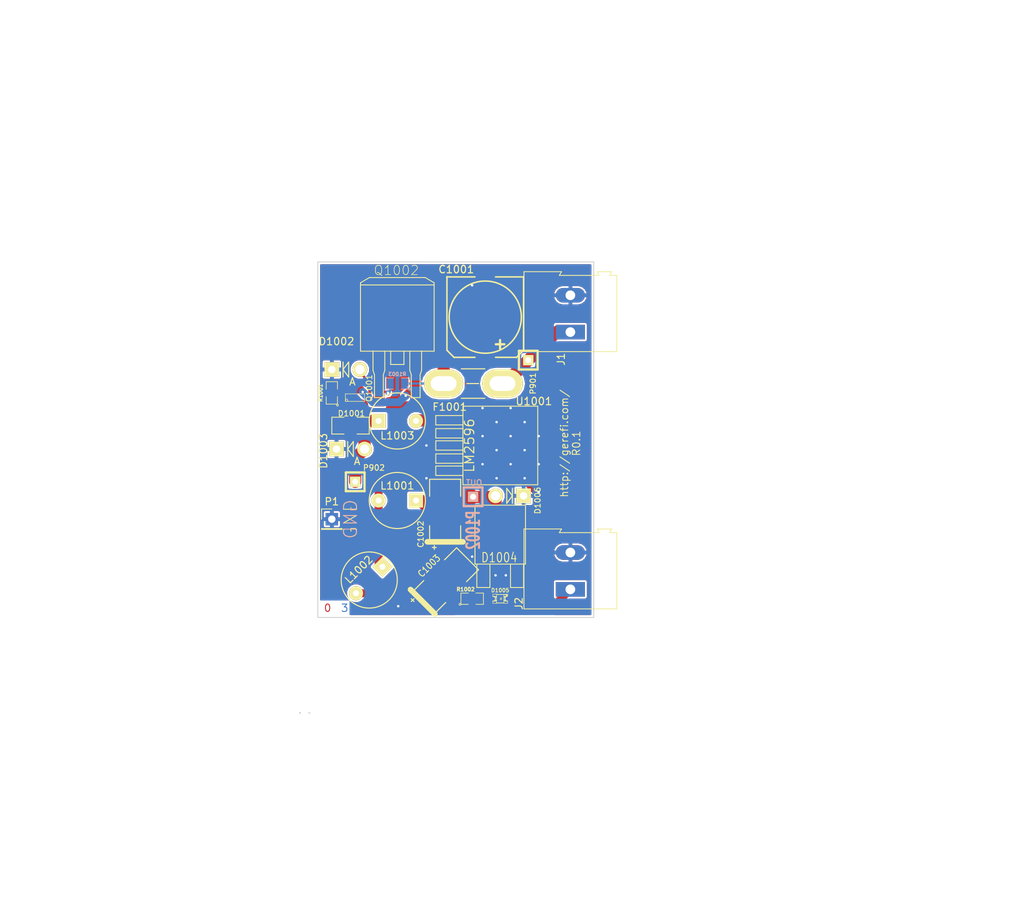
<source format=kicad_pcb>
(kicad_pcb (version 4) (host pcbnew 4.0.5)

  (general
    (links 41)
    (no_connects 0)
    (area 66.802002 20.32 205.740001 144.780001)
    (thickness 1.6)
    (drawings 26)
    (tracks 132)
    (zones 0)
    (modules 25)
    (nets 13)
  )

  (page A)
  (title_block
    (title frankenso-PWR-Supply)
    (date 2017-02-13)
    (rev R0.1)
    (company http://gerefi.com/)
  )

  (layers
    (0 F.Cu signal)
    (31 B.Cu signal)
    (32 B.Adhes user)
    (33 F.Adhes user)
    (34 B.Paste user)
    (35 F.Paste user)
    (36 B.SilkS user)
    (37 F.SilkS user)
    (38 B.Mask user)
    (39 F.Mask user)
    (40 Dwgs.User user)
    (41 Cmts.User user)
    (42 Eco1.User user)
    (43 Eco2.User user)
    (44 Edge.Cuts user)
  )

  (setup
    (last_trace_width 0.1524)
    (user_trace_width 0.1524)
    (user_trace_width 0.2159)
    (user_trace_width 0.3048)
    (user_trace_width 1.0668)
    (user_trace_width 1.651)
    (user_trace_width 1.6764)
    (user_trace_width 2.7178)
    (trace_clearance 0.1524)
    (zone_clearance 0.2159)
    (zone_45_only no)
    (trace_min 0.1524)
    (segment_width 0.127)
    (edge_width 0.127)
    (via_size 0.6858)
    (via_drill 0.3302)
    (via_min_size 0)
    (via_min_drill 0.3302)
    (user_via 0.6858 0.3302)
    (user_via 0.78994 0.43434)
    (user_via 1.54178 1.18618)
    (uvia_size 0.508)
    (uvia_drill 0.127)
    (uvias_allowed no)
    (uvia_min_size 0.508)
    (uvia_min_drill 0.127)
    (pcb_text_width 0.127)
    (pcb_text_size 1.016 1.016)
    (mod_edge_width 0.254)
    (mod_text_size 0.508 0.508)
    (mod_text_width 0.127)
    (pad_size 1.7272 1.7272)
    (pad_drill 1.143)
    (pad_to_mask_clearance 0.0762)
    (aux_axis_origin 109.855 104.14)
    (visible_elements 7FFFF67F)
    (pcbplotparams
      (layerselection 0x010fc_80000001)
      (usegerberextensions true)
      (excludeedgelayer true)
      (linewidth 0.100000)
      (plotframeref false)
      (viasonmask false)
      (mode 1)
      (useauxorigin false)
      (hpglpennumber 1)
      (hpglpenspeed 20)
      (hpglpendiameter 15)
      (hpglpenoverlay 2)
      (psnegative false)
      (psa4output false)
      (plotreference true)
      (plotvalue true)
      (plotinvisibletext false)
      (padsonsilk false)
      (subtractmaskfromsilk false)
      (outputformat 1)
      (mirror false)
      (drillshape 0)
      (scaleselection 1)
      (outputdirectory gerbers/))
  )

  (net 0 "")
  (net 1 GND)
  (net 2 "Net-(D1001-Pad1)")
  (net 3 "Net-(D1001-Pad2)")
  (net 4 "Net-(D1005-Pad1)")
  (net 5 /VBAT)
  (net 6 /FB)
  (net 7 /5V-REG)
  (net 8 /Vs1)
  (net 9 /OUT)
  (net 10 /Vin)
  (net 11 /Vf)
  (net 12 /Vs2)

  (net_class Default ""
    (clearance 0.1524)
    (trace_width 0.1524)
    (via_dia 0.6858)
    (via_drill 0.3302)
    (uvia_dia 0.508)
    (uvia_drill 0.127)
    (add_net /5V-REG)
    (add_net /FB)
    (add_net /OUT)
    (add_net /VBAT)
    (add_net /Vf)
    (add_net /Vin)
    (add_net /Vs1)
    (add_net /Vs2)
    (add_net GND)
    (add_net "Net-(D1001-Pad1)")
    (add_net "Net-(D1005-Pad1)")
  )

  (net_class "1A external" ""
    (clearance 0.2159)
    (trace_width 0.3048)
    (via_dia 0.6858)
    (via_drill 0.3302)
    (uvia_dia 0.508)
    (uvia_drill 0.127)
  )

  (net_class "2.5A external" ""
    (clearance 0.2159)
    (trace_width 1.0668)
    (via_dia 0.6858)
    (via_drill 0.3302)
    (uvia_dia 0.508)
    (uvia_drill 0.127)
  )

  (net_class "3.5A external" ""
    (clearance 0.2159)
    (trace_width 1.651)
    (via_dia 1.0922)
    (via_drill 0.6858)
    (uvia_dia 0.508)
    (uvia_drill 0.127)
    (add_net "Net-(D1001-Pad2)")
  )

  (net_class "3.5A external high voltage" ""
    (clearance 1.016)
    (trace_width 1.6764)
    (via_dia 0.6858)
    (via_drill 0.3302)
    (uvia_dia 0.508)
    (uvia_drill 0.127)
  )

  (net_class "5A external" ""
    (clearance 0.2159)
    (trace_width 2.7178)
    (via_dia 1.54178)
    (via_drill 1.18618)
    (uvia_dia 0.508)
    (uvia_drill 0.127)
  )

  (net_class Supply_200V ""
    (clearance 0.3048)
    (trace_width 1.0668)
    (via_dia 0.6858)
    (via_drill 0.3302)
    (uvia_dia 0.508)
    (uvia_drill 0.127)
  )

  (net_class min2_extern_.188A ""
    (clearance 0.1524)
    (trace_width 0.1524)
    (via_dia 0.6858)
    (via_drill 0.3302)
    (uvia_dia 0.508)
    (uvia_drill 0.127)
  )

  (net_class min_extern_.241A ""
    (clearance 0.2159)
    (trace_width 0.2159)
    (via_dia 0.6858)
    (via_drill 0.3302)
    (uvia_dia 0.508)
    (uvia_drill 0.127)
  )

  (module DPAK5 (layer F.Cu) (tedit 5515EC03) (tstamp 533AAE79)
    (at 127.1425 80.7975 270)
    (tags "CMS DPACK")
    (path /52C4CA58)
    (fp_text reference U1001 (at -5.9945 -12.0495 360) (layer F.SilkS)
      (effects (font (size 1.016 1.016) (thickness 0.1524)))
    )
    (fp_text value LM2596 (at 0 -3.302 270) (layer F.SilkS)
      (effects (font (size 1.27 1.27) (thickness 0.1524)))
    )
    (fp_line (start 2.794 -2.413) (end 2.794 1.27) (layer F.SilkS) (width 0.127))
    (fp_line (start 2.794 1.27) (end 4.064 1.27) (layer F.SilkS) (width 0.127))
    (fp_line (start 4.064 1.27) (end 4.064 -2.413) (layer F.SilkS) (width 0.127))
    (fp_line (start 1.143 -2.413) (end 1.143 1.27) (layer F.SilkS) (width 0.127))
    (fp_line (start 1.143 1.27) (end 2.413 1.27) (layer F.SilkS) (width 0.127))
    (fp_line (start 2.413 1.27) (end 2.413 -2.413) (layer F.SilkS) (width 0.127))
    (fp_line (start -0.635 -2.413) (end -0.635 1.27) (layer F.SilkS) (width 0.127))
    (fp_line (start -0.635 1.27) (end 0.635 1.27) (layer F.SilkS) (width 0.127))
    (fp_line (start 0.635 1.27) (end 0.635 -2.413) (layer F.SilkS) (width 0.127))
    (fp_line (start -2.286 -2.413) (end -2.286 1.27) (layer F.SilkS) (width 0.127))
    (fp_line (start -2.286 1.27) (end -1.143 1.27) (layer F.SilkS) (width 0.127))
    (fp_line (start -1.143 1.27) (end -1.016 1.27) (layer F.SilkS) (width 0.127))
    (fp_line (start -1.016 1.27) (end -1.016 -2.413) (layer F.SilkS) (width 0.127))
    (fp_line (start -4.064 -2.413) (end -4.064 1.27) (layer F.SilkS) (width 0.127))
    (fp_line (start -4.064 1.27) (end -2.794 1.27) (layer F.SilkS) (width 0.127))
    (fp_line (start -2.794 1.27) (end -2.794 -2.413) (layer F.SilkS) (width 0.127))
    (fp_line (start -5.334 -2.413) (end 5.334 -2.413) (layer F.SilkS) (width 0.127))
    (fp_line (start 5.334 -2.413) (end 5.334 -12.573) (layer F.SilkS) (width 0.127))
    (fp_line (start 5.334 -12.573) (end -5.334 -12.573) (layer F.SilkS) (width 0.127))
    (fp_line (start -5.334 -12.573) (end -5.334 -2.413) (layer F.SilkS) (width 0.127))
    (pad 1 smd rect (at -3.4036 0 270) (size 1.0668 2.286) (layers F.Cu F.Paste F.Mask)
      (net 5 /VBAT))
    (pad 3 smd rect (at 0 -8.763 270) (size 10.668 8.89) (layers F.Cu F.Paste F.Mask)
      (net 1 GND))
    (pad 3 smd rect (at 0 0 270) (size 1.0668 2.286) (layers F.Cu F.Paste F.Mask)
      (net 1 GND))
    (pad 2 smd rect (at -1.7018 0 270) (size 1.0668 2.286) (layers F.Cu F.Paste F.Mask)
      (net 9 /OUT))
    (pad 4 smd rect (at 1.7018 0 270) (size 1.0668 2.286) (layers F.Cu F.Paste F.Mask)
      (net 6 /FB))
    (pad 5 smd rect (at 3.4036 0 270) (size 1.0668 2.286) (layers F.Cu F.Paste F.Mask)
      (net 1 GND))
    (model smd/dpack_5.wrl
      (at (xyz 0 0 0))
      (scale (xyz 1 1 1))
      (rotate (xyz 0 0 0))
    )
  )

  (module SMDSVP10 (layer F.Cu) (tedit 58A03748) (tstamp 5515EBC5)
    (at 132.588 63.373 90)
    (path /51297942)
    (attr smd)
    (fp_text reference C1001 (at 6.477 -3.937 180) (layer F.SilkS)
      (effects (font (size 1.016 1.00076) (thickness 0.15748)))
    )
    (fp_text value "330uF 35V" (at 0 2.79908 90) (layer F.SilkS) hide
      (effects (font (size 1.016 1.00076) (thickness 0.2032)))
    )
    (fp_line (start -5.461 4.191) (end -5.461 1.397) (layer F.SilkS) (width 0.2032))
    (fp_line (start -5.461 -4.191) (end -5.461 -1.397) (layer F.SilkS) (width 0.2032))
    (fp_line (start 5.461 5.207) (end 5.461 1.397) (layer F.SilkS) (width 0.2032))
    (fp_line (start 5.461 -5.207) (end 5.461 -1.397) (layer F.SilkS) (width 0.2032))
    (fp_text user + (at -3.683 1.905 90) (layer F.SilkS)
      (effects (font (thickness 0.3048)))
    )
    (fp_circle (center 0 0) (end 4.89966 0) (layer F.SilkS) (width 0.2032))
    (fp_line (start 5.4991 -5.19938) (end -4.50088 -5.19938) (layer F.SilkS) (width 0.2032))
    (fp_line (start -4.50088 -5.19938) (end -5.4991 -4.20116) (layer F.SilkS) (width 0.2032))
    (fp_line (start -5.4991 4.20116) (end -4.50088 5.19938) (layer F.SilkS) (width 0.2032))
    (fp_line (start -4.50088 5.19938) (end 5.4991 5.19938) (layer F.SilkS) (width 0.2032))
    (pad 1 smd rect (at -4.39928 0 90) (size 4.39928 1.89992) (layers F.Cu F.Paste F.Mask)
      (net 5 /VBAT))
    (pad 2 smd rect (at 4.30022 0 90) (size 4.39928 1.89992) (layers F.Cu F.Paste F.Mask)
      (net 1 GND))
    (model smd\capacitors\c_elec_10x10_5.wrl
      (at (xyz 0 0 0.001))
      (scale (xyz 1 1 1))
      (rotate (xyz 0 0 180))
    )
  )

  (module SM2512 (layer F.Cu) (tedit 58A036FB) (tstamp 539C2953)
    (at 127.1425 89.6875 90)
    (tags "CMS SM")
    (path /5378A039)
    (attr smd)
    (fp_text reference C1002 (at -3.1495 -3.3175 270) (layer F.SilkS)
      (effects (font (size 0.762 0.762) (thickness 0.127)))
    )
    (fp_text value "220uF 16V" (at 0.89916 0 180) (layer F.SilkS) hide
      (effects (font (size 0.889 0.762) (thickness 0.127)))
    )
    (fp_line (start -3.99956 -2.10058) (end -3.99956 2.10058) (layer F.SilkS) (width 0.14986))
    (fp_text user + (at -4.953 -1.524 90) (layer F.SilkS)
      (effects (font (size 0.7 0.7) (thickness 0.15)))
    )
    (fp_line (start -4.30022 -2.10058) (end -4.30022 2.10058) (layer F.SilkS) (width 0.14986))
    (fp_line (start 4.30022 -2.10058) (end 4.30022 2.10058) (layer F.SilkS) (width 0.14986))
    (fp_line (start 1.99644 2.10566) (end 4.28244 2.10566) (layer F.SilkS) (width 0.14986))
    (fp_line (start 4.28244 -2.10566) (end 1.99644 -2.10566) (layer F.SilkS) (width 0.14986))
    (fp_line (start -1.99898 -2.10566) (end -4.28498 -2.10566) (layer F.SilkS) (width 0.14986))
    (fp_line (start -4.28244 2.10566) (end -1.99644 2.10566) (layer F.SilkS) (width 0.14986))
    (pad 1 smd rect (at -2.99974 0 90) (size 1.99898 2.99974) (layers F.Cu F.Paste F.Mask)
      (net 6 /FB))
    (pad 2 smd rect (at 2.99974 0 90) (size 1.99898 2.99974) (layers F.Cu F.Paste F.Mask)
      (net 1 GND))
    (model smd\chip_smd_pol_wide.wrl
      (at (xyz 0 0 0))
      (scale (xyz 0.35 0.35 0.35))
      (rotate (xyz 0 0 0))
    )
  )

  (module SM2512 (layer F.Cu) (tedit 58A036EA) (tstamp 533AADFF)
    (at 127.1425 99.2125 45)
    (tags "CMS SM")
    (path /53D50AD9)
    (attr smd)
    (fp_text reference C1003 (at -0.082731 -2.992476 225) (layer F.SilkS)
      (effects (font (size 0.889 0.762) (thickness 0.127)))
    )
    (fp_text value "220uF 16V" (at 0.89916 0 135) (layer F.SilkS) hide
      (effects (font (size 0.889 0.762) (thickness 0.127)))
    )
    (fp_line (start -3.99956 -2.10058) (end -3.99956 2.10058) (layer F.SilkS) (width 0.14986))
    (fp_text user + (at -4.939141 -1.347038 45) (layer F.SilkS)
      (effects (font (size 0.7 0.7) (thickness 0.15)))
    )
    (fp_line (start -4.30022 -2.10058) (end -4.30022 2.10058) (layer F.SilkS) (width 0.14986))
    (fp_line (start 4.30022 -2.10058) (end 4.30022 2.10058) (layer F.SilkS) (width 0.14986))
    (fp_line (start 1.99644 2.10566) (end 4.28244 2.10566) (layer F.SilkS) (width 0.14986))
    (fp_line (start 4.28244 -2.10566) (end 1.99644 -2.10566) (layer F.SilkS) (width 0.14986))
    (fp_line (start -1.99898 -2.10566) (end -4.28498 -2.10566) (layer F.SilkS) (width 0.14986))
    (fp_line (start -4.28244 2.10566) (end -1.99644 2.10566) (layer F.SilkS) (width 0.14986))
    (pad 1 smd rect (at -2.99974 0 45) (size 1.99898 2.99974) (layers F.Cu F.Paste F.Mask)
      (net 7 /5V-REG))
    (pad 2 smd rect (at 2.99974 0 45) (size 1.99898 2.99974) (layers F.Cu F.Paste F.Mask)
      (net 1 GND))
    (model smd\chip_smd_pol_wide.wrl
      (at (xyz 0 0 0))
      (scale (xyz 0.35 0.35 0.35))
      (rotate (xyz 0 0 0))
    )
  )

  (module SM0805 (layer F.Cu) (tedit 58A1BF9A) (tstamp 533AAE20)
    (at 130.81 101.6)
    (path /512925E9)
    (attr smd)
    (fp_text reference R1002 (at -0.889 -1.27 180) (layer F.SilkS)
      (effects (font (size 0.508 0.508) (thickness 0.127)))
    )
    (fp_text value 1k (at 0 0.381) (layer F.SilkS) hide
      (effects (font (size 0.50038 0.50038) (thickness 0.10922)))
    )
    (fp_circle (center -1.651 0.762) (end -1.651 0.635) (layer F.SilkS) (width 0.09906))
    (fp_line (start -0.508 0.762) (end -1.524 0.762) (layer F.SilkS) (width 0.09906))
    (fp_line (start -1.524 0.762) (end -1.524 -0.762) (layer F.SilkS) (width 0.09906))
    (fp_line (start -1.524 -0.762) (end -0.508 -0.762) (layer F.SilkS) (width 0.09906))
    (fp_line (start 0.508 -0.762) (end 1.524 -0.762) (layer F.SilkS) (width 0.09906))
    (fp_line (start 1.524 -0.762) (end 1.524 0.762) (layer F.SilkS) (width 0.09906))
    (fp_line (start 1.524 0.762) (end 0.508 0.762) (layer F.SilkS) (width 0.09906))
    (pad 1 smd rect (at -0.9525 0) (size 0.889 1.397) (layers F.Cu F.Paste F.Mask)
      (net 6 /FB))
    (pad 2 smd rect (at 0.9525 0) (size 0.889 1.397) (layers F.Cu F.Paste F.Mask)
      (net 4 "Net-(D1005-Pad1)"))
    (model smd/chip_cms.wrl
      (at (xyz 0 0 0))
      (scale (xyz 0.1 0.1 0.1))
      (rotate (xyz 0 0 0))
    )
  )

  (module LED-0805 (layer F.Cu) (tedit 58A1BF92) (tstamp 533AAE5B)
    (at 134.62 101.6)
    (descr "LED 0805 smd package")
    (tags "LED 0805 SMD")
    (path /5129222C)
    (attr smd)
    (fp_text reference D1005 (at 0 -1.143) (layer F.SilkS)
      (effects (font (size 0.508 0.508) (thickness 0.1016)))
    )
    (fp_text value LED-grn (at 0 1.27) (layer F.SilkS) hide
      (effects (font (size 0.762 0.762) (thickness 0.127)))
    )
    (fp_line (start 0.49784 0.29972) (end 0.49784 0.62484) (layer F.SilkS) (width 0.06604))
    (fp_line (start 0.49784 0.62484) (end 0.99822 0.62484) (layer F.SilkS) (width 0.06604))
    (fp_line (start 0.99822 0.29972) (end 0.99822 0.62484) (layer F.SilkS) (width 0.06604))
    (fp_line (start 0.49784 0.29972) (end 0.99822 0.29972) (layer F.SilkS) (width 0.06604))
    (fp_line (start 0.49784 -0.32258) (end 0.49784 -0.17272) (layer F.SilkS) (width 0.06604))
    (fp_line (start 0.49784 -0.17272) (end 0.7493 -0.17272) (layer F.SilkS) (width 0.06604))
    (fp_line (start 0.7493 -0.32258) (end 0.7493 -0.17272) (layer F.SilkS) (width 0.06604))
    (fp_line (start 0.49784 -0.32258) (end 0.7493 -0.32258) (layer F.SilkS) (width 0.06604))
    (fp_line (start 0.49784 0.17272) (end 0.49784 0.32258) (layer F.SilkS) (width 0.06604))
    (fp_line (start 0.49784 0.32258) (end 0.7493 0.32258) (layer F.SilkS) (width 0.06604))
    (fp_line (start 0.7493 0.17272) (end 0.7493 0.32258) (layer F.SilkS) (width 0.06604))
    (fp_line (start 0.49784 0.17272) (end 0.7493 0.17272) (layer F.SilkS) (width 0.06604))
    (fp_line (start 0.49784 -0.19812) (end 0.49784 0.19812) (layer F.SilkS) (width 0.06604))
    (fp_line (start 0.49784 0.19812) (end 0.6731 0.19812) (layer F.SilkS) (width 0.06604))
    (fp_line (start 0.6731 -0.19812) (end 0.6731 0.19812) (layer F.SilkS) (width 0.06604))
    (fp_line (start 0.49784 -0.19812) (end 0.6731 -0.19812) (layer F.SilkS) (width 0.06604))
    (fp_line (start -0.99822 0.29972) (end -0.99822 0.62484) (layer F.SilkS) (width 0.06604))
    (fp_line (start -0.99822 0.62484) (end -0.49784 0.62484) (layer F.SilkS) (width 0.06604))
    (fp_line (start -0.49784 0.29972) (end -0.49784 0.62484) (layer F.SilkS) (width 0.06604))
    (fp_line (start -0.99822 0.29972) (end -0.49784 0.29972) (layer F.SilkS) (width 0.06604))
    (fp_line (start -0.99822 -0.62484) (end -0.99822 -0.29972) (layer F.SilkS) (width 0.06604))
    (fp_line (start -0.99822 -0.29972) (end -0.49784 -0.29972) (layer F.SilkS) (width 0.06604))
    (fp_line (start -0.49784 -0.62484) (end -0.49784 -0.29972) (layer F.SilkS) (width 0.06604))
    (fp_line (start -0.99822 -0.62484) (end -0.49784 -0.62484) (layer F.SilkS) (width 0.06604))
    (fp_line (start -0.7493 0.17272) (end -0.7493 0.32258) (layer F.SilkS) (width 0.06604))
    (fp_line (start -0.7493 0.32258) (end -0.49784 0.32258) (layer F.SilkS) (width 0.06604))
    (fp_line (start -0.49784 0.17272) (end -0.49784 0.32258) (layer F.SilkS) (width 0.06604))
    (fp_line (start -0.7493 0.17272) (end -0.49784 0.17272) (layer F.SilkS) (width 0.06604))
    (fp_line (start -0.7493 -0.32258) (end -0.7493 -0.17272) (layer F.SilkS) (width 0.06604))
    (fp_line (start -0.7493 -0.17272) (end -0.49784 -0.17272) (layer F.SilkS) (width 0.06604))
    (fp_line (start -0.49784 -0.32258) (end -0.49784 -0.17272) (layer F.SilkS) (width 0.06604))
    (fp_line (start -0.7493 -0.32258) (end -0.49784 -0.32258) (layer F.SilkS) (width 0.06604))
    (fp_line (start -0.6731 -0.19812) (end -0.6731 0.19812) (layer F.SilkS) (width 0.06604))
    (fp_line (start -0.6731 0.19812) (end -0.49784 0.19812) (layer F.SilkS) (width 0.06604))
    (fp_line (start -0.49784 -0.19812) (end -0.49784 0.19812) (layer F.SilkS) (width 0.06604))
    (fp_line (start -0.6731 -0.19812) (end -0.49784 -0.19812) (layer F.SilkS) (width 0.06604))
    (fp_line (start 0 -0.09906) (end 0 0.09906) (layer F.SilkS) (width 0.06604))
    (fp_line (start 0 0.09906) (end 0.19812 0.09906) (layer F.SilkS) (width 0.06604))
    (fp_line (start 0.19812 -0.09906) (end 0.19812 0.09906) (layer F.SilkS) (width 0.06604))
    (fp_line (start 0 -0.09906) (end 0.19812 -0.09906) (layer F.SilkS) (width 0.06604))
    (fp_line (start 0.49784 -0.59944) (end 0.49784 -0.29972) (layer F.SilkS) (width 0.06604))
    (fp_line (start 0.49784 -0.29972) (end 0.79756 -0.29972) (layer F.SilkS) (width 0.06604))
    (fp_line (start 0.79756 -0.59944) (end 0.79756 -0.29972) (layer F.SilkS) (width 0.06604))
    (fp_line (start 0.49784 -0.59944) (end 0.79756 -0.59944) (layer F.SilkS) (width 0.06604))
    (fp_line (start 0.92456 -0.62484) (end 0.92456 -0.39878) (layer F.SilkS) (width 0.06604))
    (fp_line (start 0.92456 -0.39878) (end 0.99822 -0.39878) (layer F.SilkS) (width 0.06604))
    (fp_line (start 0.99822 -0.62484) (end 0.99822 -0.39878) (layer F.SilkS) (width 0.06604))
    (fp_line (start 0.92456 -0.62484) (end 0.99822 -0.62484) (layer F.SilkS) (width 0.06604))
    (fp_line (start 0.52324 0.57404) (end -0.52324 0.57404) (layer F.SilkS) (width 0.1016))
    (fp_line (start -0.49784 -0.57404) (end 0.92456 -0.57404) (layer F.SilkS) (width 0.1016))
    (fp_circle (center 0.84836 -0.44958) (end 0.89916 -0.50038) (layer F.SilkS) (width 0.0508))
    (fp_arc (start 0.99822 0) (end 0.99822 0.34798) (angle 180) (layer F.SilkS) (width 0.1016))
    (fp_arc (start -0.99822 0) (end -0.99822 -0.34798) (angle 180) (layer F.SilkS) (width 0.1016))
    (pad 1 smd rect (at -1.04902 0) (size 1.19888 1.19888) (layers F.Cu F.Paste F.Mask)
      (net 4 "Net-(D1005-Pad1)"))
    (pad 2 smd rect (at 1.04902 0) (size 1.19888 1.19888) (layers F.Cu F.Paste F.Mask)
      (net 1 GND))
  )

  (module SM0805 (layer F.Cu) (tedit 58A03624) (tstamp 533A9B6E)
    (at 111.76 73.66 90)
    (path /533A08F3)
    (attr smd)
    (fp_text reference R1001 (at 0 -1.524 270) (layer F.SilkS)
      (effects (font (size 0.508 0.508) (thickness 0.127)))
    )
    (fp_text value 39k (at 0 0.381 90) (layer F.SilkS) hide
      (effects (font (size 0.50038 0.50038) (thickness 0.10922)))
    )
    (fp_circle (center -1.651 0.762) (end -1.651 0.635) (layer F.SilkS) (width 0.09906))
    (fp_line (start -0.508 0.762) (end -1.524 0.762) (layer F.SilkS) (width 0.09906))
    (fp_line (start -1.524 0.762) (end -1.524 -0.762) (layer F.SilkS) (width 0.09906))
    (fp_line (start -1.524 -0.762) (end -0.508 -0.762) (layer F.SilkS) (width 0.09906))
    (fp_line (start 0.508 -0.762) (end 1.524 -0.762) (layer F.SilkS) (width 0.09906))
    (fp_line (start 1.524 -0.762) (end 1.524 0.762) (layer F.SilkS) (width 0.09906))
    (fp_line (start 1.524 0.762) (end 0.508 0.762) (layer F.SilkS) (width 0.09906))
    (pad 1 smd rect (at -0.9525 0 90) (size 0.889 1.397) (layers F.Cu F.Paste F.Mask)
      (net 2 "Net-(D1001-Pad1)"))
    (pad 2 smd rect (at 0.9525 0 90) (size 0.889 1.397) (layers F.Cu F.Paste F.Mask)
      (net 1 GND))
    (model smd/chip_cms.wrl
      (at (xyz 0 0 0))
      (scale (xyz 0.1 0.1 0.1))
      (rotate (xyz 0 0 0))
    )
  )

  (module SIL-1 (layer B.Cu) (tedit 53EB32D0) (tstamp 533AADCB)
    (at 130.937 87.757 180)
    (descr "Connecteurs 1 pin")
    (tags "CONN DEV")
    (path /519D13C2)
    (fp_text reference P1002 (at -0.0155 -4.5465 450) (layer B.SilkS)
      (effects (font (size 1.72974 1.08712) (thickness 0.27178)) (justify mirror))
    )
    (fp_text value CONN_1 (at 0 2.54 180) (layer B.SilkS) hide
      (effects (font (size 1.524 1.016) (thickness 0.254)) (justify mirror))
    )
    (fp_line (start -1.27 -1.27) (end 1.27 -1.27) (layer B.SilkS) (width 0.3175))
    (fp_line (start -1.27 1.27) (end 1.27 1.27) (layer B.SilkS) (width 0.3175))
    (fp_line (start -1.27 -1.27) (end -1.27 1.27) (layer B.SilkS) (width 0.3048))
    (fp_line (start 1.27 1.27) (end 1.27 -1.27) (layer B.SilkS) (width 0.3048))
    (pad 1 thru_hole rect (at 0 0 180) (size 1.397 1.397) (drill 0.8128) (layers *.Cu *.Mask B.SilkS)
      (net 9 /OUT))
  )

  (module SM1206 (layer F.Cu) (tedit 58A03665) (tstamp 533C27B9)
    (at 114.3 78.105)
    (path /533A08FB)
    (attr smd)
    (fp_text reference D1001 (at 0.127 -1.651 180) (layer F.SilkS)
      (effects (font (size 0.762 0.762) (thickness 0.127)))
    )
    (fp_text value 7.5V (at 0 0) (layer F.SilkS) hide
      (effects (font (size 0.762 0.762) (thickness 0.127)))
    )
    (fp_line (start -2.54 -1.143) (end -2.54 1.143) (layer F.SilkS) (width 0.127))
    (fp_line (start -2.54 1.143) (end -0.889 1.143) (layer F.SilkS) (width 0.127))
    (fp_line (start 0.889 -1.143) (end 2.54 -1.143) (layer F.SilkS) (width 0.127))
    (fp_line (start 2.54 -1.143) (end 2.54 1.143) (layer F.SilkS) (width 0.127))
    (fp_line (start 2.54 1.143) (end 0.889 1.143) (layer F.SilkS) (width 0.127))
    (fp_line (start -0.889 -1.143) (end -2.54 -1.143) (layer F.SilkS) (width 0.127))
    (pad 1 smd rect (at -1.651 0) (size 1.524 2.032) (layers F.Cu F.Paste F.Mask)
      (net 2 "Net-(D1001-Pad1)"))
    (pad 2 smd rect (at 1.651 0) (size 1.524 2.032) (layers F.Cu F.Paste F.Mask)
      (net 3 "Net-(D1001-Pad2)"))
    (model smd/chip_cms.wrl
      (at (xyz 0 0 0))
      (scale (xyz 0.17 0.16 0.16))
      (rotate (xyz 0 0 0))
    )
  )

  (module SOT23 (layer F.Cu) (tedit 56C241C4) (tstamp 533BF37F)
    (at 114.935 74.295)
    (tags SOT23)
    (path /52C6272D)
    (fp_text reference Q1001 (at 1.905 -1.27 90) (layer F.SilkS)
      (effects (font (size 0.762 0.762) (thickness 0.11938)))
    )
    (fp_text value 20V (at 0.0635 0) (layer F.SilkS) hide
      (effects (font (size 0.50038 0.50038) (thickness 0.09906)))
    )
    (fp_circle (center -1.17602 0.35052) (end -1.30048 0.44958) (layer F.SilkS) (width 0.07874))
    (fp_line (start 1.27 -0.508) (end 1.27 0.508) (layer F.SilkS) (width 0.07874))
    (fp_line (start -1.3335 -0.508) (end -1.3335 0.508) (layer F.SilkS) (width 0.07874))
    (fp_line (start 1.27 0.508) (end -1.3335 0.508) (layer F.SilkS) (width 0.07874))
    (fp_line (start -1.3335 -0.508) (end 1.27 -0.508) (layer F.SilkS) (width 0.07874))
    (pad 3 smd rect (at 0 -1.09982) (size 0.8001 1.00076) (layers F.Cu F.Paste F.Mask)
      (net 12 /Vs2))
    (pad 2 smd rect (at 0.9525 1.09982) (size 0.8001 1.00076) (layers F.Cu F.Paste F.Mask)
      (net 3 "Net-(D1001-Pad2)"))
    (pad 1 smd rect (at -0.9525 1.09982) (size 0.8001 1.00076) (layers F.Cu F.Paste F.Mask)
      (net 2 "Net-(D1001-Pad1)"))
    (model smd\SOT23_3.wrl
      (at (xyz 0 0 0))
      (scale (xyz 0.4 0.4 0.4))
      (rotate (xyz 0 0 180))
    )
  )

  (module SIL-1 (layer F.Cu) (tedit 53DEE452) (tstamp 53DEF3CB)
    (at 138.43 69.215)
    (descr "Connecteurs 1 pin")
    (tags "CONN DEV")
    (path /53DF5B0B)
    (fp_text reference P901 (at 0.635 3.175 90) (layer F.SilkS)
      (effects (font (size 0.762 0.762) (thickness 0.127)))
    )
    (fp_text value CONN_1 (at 0 -2.54) (layer F.SilkS) hide
      (effects (font (size 1.524 1.016) (thickness 0.254)))
    )
    (fp_line (start -1.27 1.27) (end 1.27 1.27) (layer F.SilkS) (width 0.3175))
    (fp_line (start -1.27 -1.27) (end 1.27 -1.27) (layer F.SilkS) (width 0.3175))
    (fp_line (start -1.27 1.27) (end -1.27 -1.27) (layer F.SilkS) (width 0.3048))
    (fp_line (start 1.27 -1.27) (end 1.27 1.27) (layer F.SilkS) (width 0.3048))
    (pad 1 thru_hole rect (at 0 0) (size 1.397 1.397) (drill 0.8128) (layers *.Cu *.Mask F.SilkS)
      (net 10 /Vin))
  )

  (module SIL-1 (layer F.Cu) (tedit 56C24233) (tstamp 53DEF3D4)
    (at 114.935 85.725)
    (descr "Connecteurs 1 pin")
    (tags "CONN DEV")
    (path /53DF5B1A)
    (fp_text reference P902 (at 2.54 -1.905 180) (layer F.SilkS)
      (effects (font (size 0.762 0.762) (thickness 0.127)))
    )
    (fp_text value CONN_1 (at 0 -2.54) (layer F.SilkS) hide
      (effects (font (size 1.524 1.016) (thickness 0.254)))
    )
    (fp_line (start -1.27 1.27) (end 1.27 1.27) (layer F.SilkS) (width 0.3175))
    (fp_line (start -1.27 -1.27) (end 1.27 -1.27) (layer F.SilkS) (width 0.3175))
    (fp_line (start -1.27 1.27) (end -1.27 -1.27) (layer F.SilkS) (width 0.3048))
    (fp_line (start 1.27 -1.27) (end 1.27 1.27) (layer F.SilkS) (width 0.3048))
    (pad 1 thru_hole rect (at 0 0) (size 1.397 1.397) (drill 0.8128) (layers *.Cu *.Mask F.SilkS)
      (net 3 "Net-(D1001-Pad2)"))
  )

  (module SM0805 (layer B.Cu) (tedit 58A03674) (tstamp 560DBA57)
    (at 120.65 72.39 180)
    (path /560A5E1C)
    (attr smd)
    (fp_text reference R1003 (at 0 1.27 180) (layer B.SilkS)
      (effects (font (size 0.50038 0.50038) (thickness 0.10922)) (justify mirror))
    )
    (fp_text value 100k (at 0 -0.381 180) (layer B.SilkS) hide
      (effects (font (size 0.50038 0.50038) (thickness 0.10922)) (justify mirror))
    )
    (fp_circle (center -1.651 -0.762) (end -1.651 -0.635) (layer B.SilkS) (width 0.09906))
    (fp_line (start -0.508 -0.762) (end -1.524 -0.762) (layer B.SilkS) (width 0.09906))
    (fp_line (start -1.524 -0.762) (end -1.524 0.762) (layer B.SilkS) (width 0.09906))
    (fp_line (start -1.524 0.762) (end -0.508 0.762) (layer B.SilkS) (width 0.09906))
    (fp_line (start 0.508 0.762) (end 1.524 0.762) (layer B.SilkS) (width 0.09906))
    (fp_line (start 1.524 0.762) (end 1.524 -0.762) (layer B.SilkS) (width 0.09906))
    (fp_line (start 1.524 -0.762) (end 0.508 -0.762) (layer B.SilkS) (width 0.09906))
    (pad 1 smd rect (at -0.9525 0 180) (size 0.889 1.397) (layers B.Cu B.Paste B.Mask)
      (net 11 /Vf))
    (pad 2 smd rect (at 0.9525 0 180) (size 0.889 1.397) (layers B.Cu B.Paste B.Mask)
      (net 8 /Vs1))
    (model smd/chip_cms.wrl
      (at (xyz 0 0 0))
      (scale (xyz 0.1 0.1 0.1))
      (rotate (xyz 0 0 0))
    )
  )

  (module m-pad-2.1-TO-263AB (layer F.Cu) (tedit 58A0373F) (tstamp 560DB876)
    (at 120.65 63.5)
    (descr "FAIRCHILD'S TO-263AB/D2PAK PACKAGE DIMENSIONS")
    (tags "FAIRCHILD'S TO-263AB/D2PAK PACKAGE DIMENSIONS")
    (path /56093CF9)
    (attr smd)
    (fp_text reference Q1002 (at -0.127 -6.477) (layer F.SilkS)
      (effects (font (size 1.27 1.27) (thickness 0.0889)))
    )
    (fp_text value 200V (at 6.86308 -0.30988 270) (layer F.SilkS) hide
      (effects (font (size 1.27 1.27) (thickness 0.0889)))
    )
    (fp_line (start -4.99872 4.49834) (end -3.29946 4.49834) (layer F.SilkS) (width 0.127))
    (fp_line (start -3.29946 4.49834) (end -1.69926 4.49834) (layer F.SilkS) (width 0.127))
    (fp_line (start -1.69926 4.49834) (end -0.89916 4.49834) (layer F.SilkS) (width 0.127))
    (fp_line (start -0.89916 4.49834) (end 0.89916 4.49834) (layer F.SilkS) (width 0.127))
    (fp_line (start 0.89916 4.49834) (end 1.69926 4.49834) (layer F.SilkS) (width 0.127))
    (fp_line (start 1.69926 4.49834) (end 3.29946 4.49834) (layer F.SilkS) (width 0.127))
    (fp_line (start 3.29946 4.49834) (end 4.99872 4.49834) (layer F.SilkS) (width 0.127))
    (fp_line (start 4.99872 4.49834) (end 4.99872 -4.49834) (layer F.SilkS) (width 0.127))
    (fp_line (start 4.99872 -4.49834) (end -4.99872 -4.49834) (layer F.SilkS) (width 0.127))
    (fp_line (start -4.99872 -4.49834) (end -4.99872 4.49834) (layer F.SilkS) (width 0.127))
    (fp_line (start -4.99872 -4.49834) (end -4.99872 -4.79044) (layer F.SilkS) (width 0.127))
    (fp_line (start -4.99872 -4.79044) (end -3.79222 -5.4991) (layer F.SilkS) (width 0.127))
    (fp_line (start -3.79222 -5.4991) (end 3.79222 -5.4991) (layer F.SilkS) (width 0.127))
    (fp_line (start 3.79222 -5.4991) (end 4.99872 -4.79044) (layer F.SilkS) (width 0.127))
    (fp_line (start 4.99872 -4.79044) (end 4.99872 -4.49834) (layer F.SilkS) (width 0.127))
    (fp_line (start -0.89916 4.49834) (end -0.89916 6.2992) (layer F.SilkS) (width 0.127))
    (fp_line (start -0.89916 6.2992) (end 0.89916 6.2992) (layer F.SilkS) (width 0.127))
    (fp_line (start 0.89916 6.2992) (end 0.89916 4.49834) (layer F.SilkS) (width 0.127))
    (fp_line (start -3.29946 4.49834) (end -3.29946 7.0993) (layer F.SilkS) (width 0.127))
    (fp_line (start -3.29946 7.0993) (end -3.0988 7.69874) (layer F.SilkS) (width 0.127))
    (fp_line (start -3.0988 7.69874) (end -3.0988 10.79754) (layer F.SilkS) (width 0.127))
    (fp_line (start -3.0988 10.79754) (end -1.89992 10.79754) (layer F.SilkS) (width 0.127))
    (fp_line (start -1.89992 10.79754) (end -1.89992 7.69874) (layer F.SilkS) (width 0.127))
    (fp_line (start -1.89992 7.69874) (end -1.69926 7.0993) (layer F.SilkS) (width 0.127))
    (fp_line (start -1.69926 7.0993) (end -1.69926 4.49834) (layer F.SilkS) (width 0.127))
    (fp_line (start 1.69926 4.49834) (end 1.69926 7.0993) (layer F.SilkS) (width 0.127))
    (fp_line (start 1.69926 7.0993) (end 1.89992 7.69874) (layer F.SilkS) (width 0.127))
    (fp_line (start 1.89992 7.69874) (end 1.89992 10.79754) (layer F.SilkS) (width 0.127))
    (fp_line (start 1.89992 10.79754) (end 3.0988 10.79754) (layer F.SilkS) (width 0.127))
    (fp_line (start 3.0988 10.79754) (end 3.0988 7.69874) (layer F.SilkS) (width 0.127))
    (fp_line (start 3.0988 7.69874) (end 3.29946 7.0993) (layer F.SilkS) (width 0.127))
    (fp_line (start 3.29946 7.0993) (end 3.29946 4.49834) (layer F.SilkS) (width 0.127))
    (pad 2 smd rect (at 0 0) (size 9.99998 8.99922) (layers F.Cu F.Paste F.Mask)
      (net 11 /Vf))
    (pad 1 smd rect (at -2.49936 9.99998) (size 1.4986 3.99796) (layers F.Cu F.Paste F.Mask)
      (net 8 /Vs1))
    (pad 3 smd rect (at 2.49936 9.99998) (size 1.4986 3.99796) (layers F.Cu F.Paste F.Mask)
      (net 12 /Vs2))
  )

  (module Diode_DO-41_SOD81_Vertical_AnodeUp (layer F.Cu) (tedit 56C2421C) (tstamp 56C21BD9)
    (at 111.76 70.485)
    (descr "Diode, DO-41, SOD81, Vertical, Anode Up,")
    (tags "Diode, DO-41, SOD81, Vertical, Anode Up, 1N4007, SB140,")
    (path /560A5DFC)
    (fp_text reference D1002 (at 0.635 -3.81) (layer F.SilkS)
      (effects (font (size 1 1) (thickness 0.15)))
    )
    (fp_text value 14V (at 1.905 -1.905) (layer F.Fab)
      (effects (font (size 1 1) (thickness 0.15)))
    )
    (fp_text user A (at 2.794 1.651) (layer F.SilkS)
      (effects (font (size 1 1) (thickness 0.15)))
    )
    (fp_line (start 1.524 0) (end 2.286 1.016) (layer F.SilkS) (width 0.15))
    (fp_line (start 1.524 0) (end 2.286 -1.016) (layer F.SilkS) (width 0.15))
    (fp_line (start 1.524 -1.016) (end 1.524 1.016) (layer F.SilkS) (width 0.15))
    (fp_line (start 2.286 -1.016) (end 2.286 1.016) (layer F.SilkS) (width 0.15))
    (pad 2 thru_hole circle (at 3.81 0) (size 1.99898 1.99898) (drill 1.27) (layers *.Cu *.Mask F.SilkS)
      (net 8 /Vs1))
    (pad 1 thru_hole rect (at 0 0) (size 1.99898 1.99898) (drill 1.00076) (layers *.Cu *.Mask F.SilkS)
      (net 1 GND))
  )

  (module Diode_DO-41_SOD81_Vertical_AnodeUp (layer F.Cu) (tedit 58A1DB62) (tstamp 56C21BE3)
    (at 112.395 81.28)
    (descr "Diode, DO-41, SOD81, Vertical, Anode Up,")
    (tags "Diode, DO-41, SOD81, Vertical, Anode Up, 1N4007, SB140,")
    (path /560C6855)
    (fp_text reference D1003 (at -1.778 0.254 90) (layer F.SilkS)
      (effects (font (size 1 1) (thickness 0.15)))
    )
    (fp_text value 24V (at 1.905 3.175) (layer F.Fab) hide
      (effects (font (size 1 1) (thickness 0.15)))
    )
    (fp_text user A (at 2.794 1.651) (layer F.SilkS)
      (effects (font (size 1 1) (thickness 0.15)))
    )
    (fp_line (start 1.524 0) (end 2.286 1.016) (layer F.SilkS) (width 0.15))
    (fp_line (start 1.524 0) (end 2.286 -1.016) (layer F.SilkS) (width 0.15))
    (fp_line (start 1.524 -1.016) (end 1.524 1.016) (layer F.SilkS) (width 0.15))
    (fp_line (start 2.286 -1.016) (end 2.286 1.016) (layer F.SilkS) (width 0.15))
    (pad 2 thru_hole circle (at 3.81 0) (size 1.99898 1.99898) (drill 1.27) (layers *.Cu *.Mask F.SilkS)
      (net 3 "Net-(D1001-Pad2)"))
    (pad 1 thru_hole rect (at 0 0) (size 1.99898 1.99898) (drill 1.00076) (layers *.Cu *.Mask F.SilkS)
      (net 1 GND))
  )

  (module Diode_DO-41_SOD81_Vertical_AnodeUp (layer F.Cu) (tedit 58A1DB3F) (tstamp 56C21BED)
    (at 137.795 87.63 180)
    (descr "Diode, DO-41, SOD81, Vertical, Anode Up,")
    (tags "Diode, DO-41, SOD81, Vertical, Anode Up, 1N4007, SB140,")
    (path /533B6631)
    (fp_text reference D1006 (at -1.905 -0.635 270) (layer F.SilkS)
      (effects (font (size 0.762 0.762) (thickness 0.127)))
    )
    (fp_text value DIODESCH (at 0.05 -2 180) (layer F.Fab) hide
      (effects (font (size 1 1) (thickness 0.15)))
    )
    (fp_text user A (at 2.794 1.651 180) (layer F.SilkS) hide
      (effects (font (size 1 1) (thickness 0.15)))
    )
    (fp_line (start 1.524 0) (end 2.286 1.016) (layer F.SilkS) (width 0.15))
    (fp_line (start 1.524 0) (end 2.286 -1.016) (layer F.SilkS) (width 0.15))
    (fp_line (start 1.524 -1.016) (end 1.524 1.016) (layer F.SilkS) (width 0.15))
    (fp_line (start 2.286 -1.016) (end 2.286 1.016) (layer F.SilkS) (width 0.15))
    (pad 2 thru_hole circle (at 3.81 0 180) (size 1.99898 1.99898) (drill 1.27) (layers *.Cu *.Mask F.SilkS)
      (net 9 /OUT))
    (pad 1 thru_hole rect (at 0 0 180) (size 1.99898 1.99898) (drill 1.00076) (layers *.Cu *.Mask F.SilkS)
      (net 1 GND))
  )

  (module INDUCTOR_V (layer F.Cu) (tedit 0) (tstamp 56C21BF7)
    (at 120.65 88.265 180)
    (descr "Inductor (vertical)")
    (tags INDUCTOR)
    (path /56C8D544)
    (fp_text reference L1001 (at 0 1.99898 180) (layer F.SilkS)
      (effects (font (size 1 1) (thickness 0.15)))
    )
    (fp_text value 68uH (at 0.09906 -1.99898 180) (layer F.Fab)
      (effects (font (size 1 1) (thickness 0.15)))
    )
    (fp_circle (center 0 0) (end 3.81 0) (layer F.SilkS) (width 0.15))
    (pad 1 thru_hole rect (at -2.54 0 180) (size 1.905 1.905) (drill 0.8128) (layers *.Cu *.Mask F.SilkS)
      (net 9 /OUT))
    (pad 2 thru_hole circle (at 2.54 0 180) (size 1.905 1.905) (drill 0.8128) (layers *.Cu *.Mask F.SilkS)
      (net 6 /FB))
    (model Inductors.3dshapes/INDUCTOR_V.wrl
      (at (xyz 0 0 0))
      (scale (xyz 2 2 2))
      (rotate (xyz 0 0 0))
    )
  )

  (module INDUCTOR_V (layer F.Cu) (tedit 0) (tstamp 56C21BFD)
    (at 116.84 99.06 225)
    (descr "Inductor (vertical)")
    (tags INDUCTOR)
    (path /56C8D61D)
    (fp_text reference L1002 (at 0 1.99898 225) (layer F.SilkS)
      (effects (font (size 1 1) (thickness 0.15)))
    )
    (fp_text value 68uH (at 0.09906 -1.99898 225) (layer F.Fab)
      (effects (font (size 1 1) (thickness 0.15)))
    )
    (fp_circle (center 0 0) (end 3.81 0) (layer F.SilkS) (width 0.15))
    (pad 1 thru_hole rect (at -2.54 0 225) (size 1.905 1.905) (drill 0.8128) (layers *.Cu *.Mask F.SilkS)
      (net 6 /FB))
    (pad 2 thru_hole circle (at 2.54 0 225) (size 1.905 1.905) (drill 0.8128) (layers *.Cu *.Mask F.SilkS)
      (net 7 /5V-REG))
    (model Inductors.3dshapes/INDUCTOR_V.wrl
      (at (xyz 0 0 0))
      (scale (xyz 2 2 2))
      (rotate (xyz 0 0 0))
    )
  )

  (module INDUCTOR_V (layer F.Cu) (tedit 0) (tstamp 56C21C03)
    (at 120.65 77.47)
    (descr "Inductor (vertical)")
    (tags INDUCTOR)
    (path /56A514D5)
    (fp_text reference L1003 (at 0 1.99898) (layer F.SilkS)
      (effects (font (size 1 1) (thickness 0.15)))
    )
    (fp_text value 68uH (at 0.09906 -1.99898) (layer F.Fab)
      (effects (font (size 1 1) (thickness 0.15)))
    )
    (fp_circle (center 0 0) (end 3.81 0) (layer F.SilkS) (width 0.15))
    (pad 1 thru_hole rect (at -2.54 0) (size 1.905 1.905) (drill 0.8128) (layers *.Cu *.Mask F.SilkS)
      (net 3 "Net-(D1001-Pad2)"))
    (pad 2 thru_hole circle (at 2.54 0) (size 1.905 1.905) (drill 0.8128) (layers *.Cu *.Mask F.SilkS)
      (net 5 /VBAT))
    (model Inductors.3dshapes/INDUCTOR_V.wrl
      (at (xyz 0 0 0))
      (scale (xyz 2 2 2))
      (rotate (xyz 0 0 0))
    )
  )

  (module BladeFuse-Mini (layer F.Cu) (tedit 56C23F1E) (tstamp 56C247A8)
    (at 130.937 72.39 180)
    (path /533A8E21)
    (attr smd)
    (fp_text reference F1001 (at 3.175 -3.175 180) (layer F.SilkS)
      (effects (font (size 1 1) (thickness 0.15)))
    )
    (fp_text value 1.5A (at 3.81 3.175 180) (layer F.Fab)
      (effects (font (size 1 1) (thickness 0.15)))
    )
    (fp_line (start -0.75 0) (end 0.85 0) (layer F.SilkS) (width 0.15))
    (fp_line (start 1.6 2) (end -1.6 2) (layer F.SilkS) (width 0.15))
    (fp_line (start -1.6 -2) (end 1.6 -2) (layer F.SilkS) (width 0.15))
    (pad 1 thru_hole oval (at -4 0 180) (size 5.5 3.8) (drill oval 3.5 2) (layers *.Cu *.Mask F.SilkS)
      (net 10 /Vin))
    (pad 2 thru_hole oval (at 4 0 180) (size 5.3 3.8) (drill oval 3.5 2) (layers *.Cu *.Mask F.SilkS)
      (net 11 /Vf))
    (model Fuse_Holders_and_Fuses.3dshapes/BladeFuse-Mini.wrl
      (at (xyz 0 0 0))
      (scale (xyz 0.3937 0.3937 0.3937))
      (rotate (xyz 0 0 0))
    )
  )

  (module Connect:AK300-2 (layer F.Cu) (tedit 58A1DB75) (tstamp 58A1BA7F)
    (at 144.145 65.405 90)
    (descr CONNECTOR)
    (tags CONNECTOR)
    (path /58A3B164)
    (fp_text reference J1 (at -3.683 -1.27 90) (layer F.SilkS)
      (effects (font (size 1 1) (thickness 0.15)))
    )
    (fp_text value Screw_Terminal_1x02 (at 2.78 7.75 90) (layer F.Fab) hide
      (effects (font (size 1 1) (thickness 0.15)))
    )
    (fp_line (start -2.65 -6.3) (end -2.65 6.3) (layer F.SilkS) (width 0.12))
    (fp_line (start -2.65 6.3) (end 7.7 6.3) (layer F.SilkS) (width 0.12))
    (fp_line (start 7.7 6.3) (end 7.7 5.35) (layer F.SilkS) (width 0.12))
    (fp_line (start 7.7 5.35) (end 8.2 5.6) (layer F.SilkS) (width 0.12))
    (fp_line (start 8.2 5.6) (end 8.2 3.7) (layer F.SilkS) (width 0.12))
    (fp_line (start 8.2 3.7) (end 8.2 3.65) (layer F.SilkS) (width 0.12))
    (fp_line (start 8.2 3.65) (end 7.7 3.9) (layer F.SilkS) (width 0.12))
    (fp_line (start 7.7 3.9) (end 7.7 -1.5) (layer F.SilkS) (width 0.12))
    (fp_line (start 7.7 -1.5) (end 8.2 -1.2) (layer F.SilkS) (width 0.12))
    (fp_line (start 8.2 -1.2) (end 8.2 -6.3) (layer F.SilkS) (width 0.12))
    (fp_line (start 8.2 -6.3) (end -2.65 -6.3) (layer F.SilkS) (width 0.12))
    (fp_line (start 8.36 -6.47) (end -2.83 -6.47) (layer F.CrtYd) (width 0.05))
    (fp_line (start 8.36 6.47) (end 8.36 -6.47) (layer F.CrtYd) (width 0.05))
    (fp_line (start -2.83 6.47) (end 8.36 6.47) (layer F.CrtYd) (width 0.05))
    (fp_line (start -2.83 -6.47) (end -2.83 6.47) (layer F.CrtYd) (width 0.05))
    (fp_line (start -1.26 2.54) (end 1.28 2.54) (layer F.Fab) (width 0.1))
    (fp_line (start 1.28 2.54) (end 1.28 -0.25) (layer F.Fab) (width 0.1))
    (fp_line (start -1.26 -0.25) (end 1.28 -0.25) (layer F.Fab) (width 0.1))
    (fp_line (start -1.26 2.54) (end -1.26 -0.25) (layer F.Fab) (width 0.1))
    (fp_line (start 3.74 2.54) (end 6.28 2.54) (layer F.Fab) (width 0.1))
    (fp_line (start 6.28 2.54) (end 6.28 -0.25) (layer F.Fab) (width 0.1))
    (fp_line (start 3.74 -0.25) (end 6.28 -0.25) (layer F.Fab) (width 0.1))
    (fp_line (start 3.74 2.54) (end 3.74 -0.25) (layer F.Fab) (width 0.1))
    (fp_line (start 7.61 -6.22) (end 7.61 -3.17) (layer F.Fab) (width 0.1))
    (fp_line (start 7.61 -6.22) (end -2.58 -6.22) (layer F.Fab) (width 0.1))
    (fp_line (start 7.61 -6.22) (end 8.11 -6.22) (layer F.Fab) (width 0.1))
    (fp_line (start 8.11 -6.22) (end 8.11 -1.4) (layer F.Fab) (width 0.1))
    (fp_line (start 8.11 -1.4) (end 7.61 -1.65) (layer F.Fab) (width 0.1))
    (fp_line (start 8.11 5.46) (end 7.61 5.21) (layer F.Fab) (width 0.1))
    (fp_line (start 7.61 5.21) (end 7.61 6.22) (layer F.Fab) (width 0.1))
    (fp_line (start 8.11 3.81) (end 7.61 4.06) (layer F.Fab) (width 0.1))
    (fp_line (start 7.61 4.06) (end 7.61 5.21) (layer F.Fab) (width 0.1))
    (fp_line (start 8.11 3.81) (end 8.11 5.46) (layer F.Fab) (width 0.1))
    (fp_line (start 2.98 6.22) (end 2.98 4.32) (layer F.Fab) (width 0.1))
    (fp_line (start 7.05 -0.25) (end 7.05 4.32) (layer F.Fab) (width 0.1))
    (fp_line (start 2.98 6.22) (end 7.05 6.22) (layer F.Fab) (width 0.1))
    (fp_line (start 7.05 6.22) (end 7.61 6.22) (layer F.Fab) (width 0.1))
    (fp_line (start 2.04 6.22) (end 2.04 4.32) (layer F.Fab) (width 0.1))
    (fp_line (start 2.04 6.22) (end 2.98 6.22) (layer F.Fab) (width 0.1))
    (fp_line (start -2.02 -0.25) (end -2.02 4.32) (layer F.Fab) (width 0.1))
    (fp_line (start -2.58 6.22) (end -2.02 6.22) (layer F.Fab) (width 0.1))
    (fp_line (start -2.02 6.22) (end 2.04 6.22) (layer F.Fab) (width 0.1))
    (fp_line (start 2.98 4.32) (end 7.05 4.32) (layer F.Fab) (width 0.1))
    (fp_line (start 2.98 4.32) (end 2.98 -0.25) (layer F.Fab) (width 0.1))
    (fp_line (start 7.05 4.32) (end 7.05 6.22) (layer F.Fab) (width 0.1))
    (fp_line (start 2.04 4.32) (end -2.02 4.32) (layer F.Fab) (width 0.1))
    (fp_line (start 2.04 4.32) (end 2.04 -0.25) (layer F.Fab) (width 0.1))
    (fp_line (start -2.02 4.32) (end -2.02 6.22) (layer F.Fab) (width 0.1))
    (fp_line (start 6.67 3.68) (end 6.67 0.51) (layer F.Fab) (width 0.1))
    (fp_line (start 6.67 3.68) (end 3.36 3.68) (layer F.Fab) (width 0.1))
    (fp_line (start 3.36 3.68) (end 3.36 0.51) (layer F.Fab) (width 0.1))
    (fp_line (start 1.66 3.68) (end 1.66 0.51) (layer F.Fab) (width 0.1))
    (fp_line (start 1.66 3.68) (end -1.64 3.68) (layer F.Fab) (width 0.1))
    (fp_line (start -1.64 3.68) (end -1.64 0.51) (layer F.Fab) (width 0.1))
    (fp_line (start -1.64 0.51) (end -1.26 0.51) (layer F.Fab) (width 0.1))
    (fp_line (start 1.66 0.51) (end 1.28 0.51) (layer F.Fab) (width 0.1))
    (fp_line (start 3.36 0.51) (end 3.74 0.51) (layer F.Fab) (width 0.1))
    (fp_line (start 6.67 0.51) (end 6.28 0.51) (layer F.Fab) (width 0.1))
    (fp_line (start -2.58 6.22) (end -2.58 -0.64) (layer F.Fab) (width 0.1))
    (fp_line (start -2.58 -0.64) (end -2.58 -3.17) (layer F.Fab) (width 0.1))
    (fp_line (start 7.61 -1.65) (end 7.61 -0.64) (layer F.Fab) (width 0.1))
    (fp_line (start 7.61 -0.64) (end 7.61 4.06) (layer F.Fab) (width 0.1))
    (fp_line (start -2.58 -3.17) (end 7.61 -3.17) (layer F.Fab) (width 0.1))
    (fp_line (start -2.58 -3.17) (end -2.58 -6.22) (layer F.Fab) (width 0.1))
    (fp_line (start 7.61 -3.17) (end 7.61 -1.65) (layer F.Fab) (width 0.1))
    (fp_line (start 2.98 -3.43) (end 2.98 -5.97) (layer F.Fab) (width 0.1))
    (fp_line (start 2.98 -5.97) (end 7.05 -5.97) (layer F.Fab) (width 0.1))
    (fp_line (start 7.05 -5.97) (end 7.05 -3.43) (layer F.Fab) (width 0.1))
    (fp_line (start 7.05 -3.43) (end 2.98 -3.43) (layer F.Fab) (width 0.1))
    (fp_line (start 2.04 -3.43) (end 2.04 -5.97) (layer F.Fab) (width 0.1))
    (fp_line (start 2.04 -3.43) (end -2.02 -3.43) (layer F.Fab) (width 0.1))
    (fp_line (start -2.02 -3.43) (end -2.02 -5.97) (layer F.Fab) (width 0.1))
    (fp_line (start 2.04 -5.97) (end -2.02 -5.97) (layer F.Fab) (width 0.1))
    (fp_line (start 3.39 -4.45) (end 6.44 -5.08) (layer F.Fab) (width 0.1))
    (fp_line (start 3.52 -4.32) (end 6.56 -4.95) (layer F.Fab) (width 0.1))
    (fp_line (start -1.62 -4.45) (end 1.44 -5.08) (layer F.Fab) (width 0.1))
    (fp_line (start -1.49 -4.32) (end 1.56 -4.95) (layer F.Fab) (width 0.1))
    (fp_line (start -2.02 -0.25) (end -1.64 -0.25) (layer F.Fab) (width 0.1))
    (fp_line (start 2.04 -0.25) (end 1.66 -0.25) (layer F.Fab) (width 0.1))
    (fp_line (start 1.66 -0.25) (end -1.64 -0.25) (layer F.Fab) (width 0.1))
    (fp_line (start -2.58 -0.64) (end -1.64 -0.64) (layer F.Fab) (width 0.1))
    (fp_line (start -1.64 -0.64) (end 1.66 -0.64) (layer F.Fab) (width 0.1))
    (fp_line (start 1.66 -0.64) (end 3.36 -0.64) (layer F.Fab) (width 0.1))
    (fp_line (start 7.61 -0.64) (end 6.67 -0.64) (layer F.Fab) (width 0.1))
    (fp_line (start 6.67 -0.64) (end 3.36 -0.64) (layer F.Fab) (width 0.1))
    (fp_line (start 7.05 -0.25) (end 6.67 -0.25) (layer F.Fab) (width 0.1))
    (fp_line (start 2.98 -0.25) (end 3.36 -0.25) (layer F.Fab) (width 0.1))
    (fp_line (start 3.36 -0.25) (end 6.67 -0.25) (layer F.Fab) (width 0.1))
    (fp_arc (start 6.03 -4.59) (end 6.54 -5.05) (angle 90.5) (layer F.Fab) (width 0.1))
    (fp_arc (start 5.07 -6.07) (end 6.53 -4.12) (angle 75.5) (layer F.Fab) (width 0.1))
    (fp_arc (start 4.99 -3.71) (end 3.39 -5) (angle 100) (layer F.Fab) (width 0.1))
    (fp_arc (start 3.87 -4.65) (end 3.58 -4.13) (angle 104.2) (layer F.Fab) (width 0.1))
    (fp_arc (start 1.03 -4.59) (end 1.53 -5.05) (angle 90.5) (layer F.Fab) (width 0.1))
    (fp_arc (start 0.06 -6.07) (end 1.53 -4.12) (angle 75.5) (layer F.Fab) (width 0.1))
    (fp_arc (start -0.01 -3.71) (end -1.62 -5) (angle 100) (layer F.Fab) (width 0.1))
    (fp_arc (start -1.13 -4.65) (end -1.42 -4.13) (angle 104.2) (layer F.Fab) (width 0.1))
    (pad 1 thru_hole rect (at 0 0 90) (size 1.98 3.96) (drill 1.32) (layers *.Cu F.Paste F.Mask)
      (net 10 /Vin))
    (pad 2 thru_hole oval (at 5 0 90) (size 1.98 3.96) (drill 1.32) (layers *.Cu F.Paste F.Mask)
      (net 1 GND))
  )

  (module Connect:AK300-2 (layer F.Cu) (tedit 58A1B187) (tstamp 58A1BAE5)
    (at 144.145 100.33 90)
    (descr CONNECTOR)
    (tags CONNECTOR)
    (path /58A3B30A)
    (fp_text reference J2 (at -1.92 -6.99 90) (layer F.SilkS)
      (effects (font (size 1 1) (thickness 0.15)))
    )
    (fp_text value Screw_Terminal_1x02 (at 2.78 7.75 90) (layer F.Fab) hide
      (effects (font (size 1 1) (thickness 0.15)))
    )
    (fp_line (start -2.65 -6.3) (end -2.65 6.3) (layer F.SilkS) (width 0.12))
    (fp_line (start -2.65 6.3) (end 7.7 6.3) (layer F.SilkS) (width 0.12))
    (fp_line (start 7.7 6.3) (end 7.7 5.35) (layer F.SilkS) (width 0.12))
    (fp_line (start 7.7 5.35) (end 8.2 5.6) (layer F.SilkS) (width 0.12))
    (fp_line (start 8.2 5.6) (end 8.2 3.7) (layer F.SilkS) (width 0.12))
    (fp_line (start 8.2 3.7) (end 8.2 3.65) (layer F.SilkS) (width 0.12))
    (fp_line (start 8.2 3.65) (end 7.7 3.9) (layer F.SilkS) (width 0.12))
    (fp_line (start 7.7 3.9) (end 7.7 -1.5) (layer F.SilkS) (width 0.12))
    (fp_line (start 7.7 -1.5) (end 8.2 -1.2) (layer F.SilkS) (width 0.12))
    (fp_line (start 8.2 -1.2) (end 8.2 -6.3) (layer F.SilkS) (width 0.12))
    (fp_line (start 8.2 -6.3) (end -2.65 -6.3) (layer F.SilkS) (width 0.12))
    (fp_line (start 8.36 -6.47) (end -2.83 -6.47) (layer F.CrtYd) (width 0.05))
    (fp_line (start 8.36 6.47) (end 8.36 -6.47) (layer F.CrtYd) (width 0.05))
    (fp_line (start -2.83 6.47) (end 8.36 6.47) (layer F.CrtYd) (width 0.05))
    (fp_line (start -2.83 -6.47) (end -2.83 6.47) (layer F.CrtYd) (width 0.05))
    (fp_line (start -1.26 2.54) (end 1.28 2.54) (layer F.Fab) (width 0.1))
    (fp_line (start 1.28 2.54) (end 1.28 -0.25) (layer F.Fab) (width 0.1))
    (fp_line (start -1.26 -0.25) (end 1.28 -0.25) (layer F.Fab) (width 0.1))
    (fp_line (start -1.26 2.54) (end -1.26 -0.25) (layer F.Fab) (width 0.1))
    (fp_line (start 3.74 2.54) (end 6.28 2.54) (layer F.Fab) (width 0.1))
    (fp_line (start 6.28 2.54) (end 6.28 -0.25) (layer F.Fab) (width 0.1))
    (fp_line (start 3.74 -0.25) (end 6.28 -0.25) (layer F.Fab) (width 0.1))
    (fp_line (start 3.74 2.54) (end 3.74 -0.25) (layer F.Fab) (width 0.1))
    (fp_line (start 7.61 -6.22) (end 7.61 -3.17) (layer F.Fab) (width 0.1))
    (fp_line (start 7.61 -6.22) (end -2.58 -6.22) (layer F.Fab) (width 0.1))
    (fp_line (start 7.61 -6.22) (end 8.11 -6.22) (layer F.Fab) (width 0.1))
    (fp_line (start 8.11 -6.22) (end 8.11 -1.4) (layer F.Fab) (width 0.1))
    (fp_line (start 8.11 -1.4) (end 7.61 -1.65) (layer F.Fab) (width 0.1))
    (fp_line (start 8.11 5.46) (end 7.61 5.21) (layer F.Fab) (width 0.1))
    (fp_line (start 7.61 5.21) (end 7.61 6.22) (layer F.Fab) (width 0.1))
    (fp_line (start 8.11 3.81) (end 7.61 4.06) (layer F.Fab) (width 0.1))
    (fp_line (start 7.61 4.06) (end 7.61 5.21) (layer F.Fab) (width 0.1))
    (fp_line (start 8.11 3.81) (end 8.11 5.46) (layer F.Fab) (width 0.1))
    (fp_line (start 2.98 6.22) (end 2.98 4.32) (layer F.Fab) (width 0.1))
    (fp_line (start 7.05 -0.25) (end 7.05 4.32) (layer F.Fab) (width 0.1))
    (fp_line (start 2.98 6.22) (end 7.05 6.22) (layer F.Fab) (width 0.1))
    (fp_line (start 7.05 6.22) (end 7.61 6.22) (layer F.Fab) (width 0.1))
    (fp_line (start 2.04 6.22) (end 2.04 4.32) (layer F.Fab) (width 0.1))
    (fp_line (start 2.04 6.22) (end 2.98 6.22) (layer F.Fab) (width 0.1))
    (fp_line (start -2.02 -0.25) (end -2.02 4.32) (layer F.Fab) (width 0.1))
    (fp_line (start -2.58 6.22) (end -2.02 6.22) (layer F.Fab) (width 0.1))
    (fp_line (start -2.02 6.22) (end 2.04 6.22) (layer F.Fab) (width 0.1))
    (fp_line (start 2.98 4.32) (end 7.05 4.32) (layer F.Fab) (width 0.1))
    (fp_line (start 2.98 4.32) (end 2.98 -0.25) (layer F.Fab) (width 0.1))
    (fp_line (start 7.05 4.32) (end 7.05 6.22) (layer F.Fab) (width 0.1))
    (fp_line (start 2.04 4.32) (end -2.02 4.32) (layer F.Fab) (width 0.1))
    (fp_line (start 2.04 4.32) (end 2.04 -0.25) (layer F.Fab) (width 0.1))
    (fp_line (start -2.02 4.32) (end -2.02 6.22) (layer F.Fab) (width 0.1))
    (fp_line (start 6.67 3.68) (end 6.67 0.51) (layer F.Fab) (width 0.1))
    (fp_line (start 6.67 3.68) (end 3.36 3.68) (layer F.Fab) (width 0.1))
    (fp_line (start 3.36 3.68) (end 3.36 0.51) (layer F.Fab) (width 0.1))
    (fp_line (start 1.66 3.68) (end 1.66 0.51) (layer F.Fab) (width 0.1))
    (fp_line (start 1.66 3.68) (end -1.64 3.68) (layer F.Fab) (width 0.1))
    (fp_line (start -1.64 3.68) (end -1.64 0.51) (layer F.Fab) (width 0.1))
    (fp_line (start -1.64 0.51) (end -1.26 0.51) (layer F.Fab) (width 0.1))
    (fp_line (start 1.66 0.51) (end 1.28 0.51) (layer F.Fab) (width 0.1))
    (fp_line (start 3.36 0.51) (end 3.74 0.51) (layer F.Fab) (width 0.1))
    (fp_line (start 6.67 0.51) (end 6.28 0.51) (layer F.Fab) (width 0.1))
    (fp_line (start -2.58 6.22) (end -2.58 -0.64) (layer F.Fab) (width 0.1))
    (fp_line (start -2.58 -0.64) (end -2.58 -3.17) (layer F.Fab) (width 0.1))
    (fp_line (start 7.61 -1.65) (end 7.61 -0.64) (layer F.Fab) (width 0.1))
    (fp_line (start 7.61 -0.64) (end 7.61 4.06) (layer F.Fab) (width 0.1))
    (fp_line (start -2.58 -3.17) (end 7.61 -3.17) (layer F.Fab) (width 0.1))
    (fp_line (start -2.58 -3.17) (end -2.58 -6.22) (layer F.Fab) (width 0.1))
    (fp_line (start 7.61 -3.17) (end 7.61 -1.65) (layer F.Fab) (width 0.1))
    (fp_line (start 2.98 -3.43) (end 2.98 -5.97) (layer F.Fab) (width 0.1))
    (fp_line (start 2.98 -5.97) (end 7.05 -5.97) (layer F.Fab) (width 0.1))
    (fp_line (start 7.05 -5.97) (end 7.05 -3.43) (layer F.Fab) (width 0.1))
    (fp_line (start 7.05 -3.43) (end 2.98 -3.43) (layer F.Fab) (width 0.1))
    (fp_line (start 2.04 -3.43) (end 2.04 -5.97) (layer F.Fab) (width 0.1))
    (fp_line (start 2.04 -3.43) (end -2.02 -3.43) (layer F.Fab) (width 0.1))
    (fp_line (start -2.02 -3.43) (end -2.02 -5.97) (layer F.Fab) (width 0.1))
    (fp_line (start 2.04 -5.97) (end -2.02 -5.97) (layer F.Fab) (width 0.1))
    (fp_line (start 3.39 -4.45) (end 6.44 -5.08) (layer F.Fab) (width 0.1))
    (fp_line (start 3.52 -4.32) (end 6.56 -4.95) (layer F.Fab) (width 0.1))
    (fp_line (start -1.62 -4.45) (end 1.44 -5.08) (layer F.Fab) (width 0.1))
    (fp_line (start -1.49 -4.32) (end 1.56 -4.95) (layer F.Fab) (width 0.1))
    (fp_line (start -2.02 -0.25) (end -1.64 -0.25) (layer F.Fab) (width 0.1))
    (fp_line (start 2.04 -0.25) (end 1.66 -0.25) (layer F.Fab) (width 0.1))
    (fp_line (start 1.66 -0.25) (end -1.64 -0.25) (layer F.Fab) (width 0.1))
    (fp_line (start -2.58 -0.64) (end -1.64 -0.64) (layer F.Fab) (width 0.1))
    (fp_line (start -1.64 -0.64) (end 1.66 -0.64) (layer F.Fab) (width 0.1))
    (fp_line (start 1.66 -0.64) (end 3.36 -0.64) (layer F.Fab) (width 0.1))
    (fp_line (start 7.61 -0.64) (end 6.67 -0.64) (layer F.Fab) (width 0.1))
    (fp_line (start 6.67 -0.64) (end 3.36 -0.64) (layer F.Fab) (width 0.1))
    (fp_line (start 7.05 -0.25) (end 6.67 -0.25) (layer F.Fab) (width 0.1))
    (fp_line (start 2.98 -0.25) (end 3.36 -0.25) (layer F.Fab) (width 0.1))
    (fp_line (start 3.36 -0.25) (end 6.67 -0.25) (layer F.Fab) (width 0.1))
    (fp_arc (start 6.03 -4.59) (end 6.54 -5.05) (angle 90.5) (layer F.Fab) (width 0.1))
    (fp_arc (start 5.07 -6.07) (end 6.53 -4.12) (angle 75.5) (layer F.Fab) (width 0.1))
    (fp_arc (start 4.99 -3.71) (end 3.39 -5) (angle 100) (layer F.Fab) (width 0.1))
    (fp_arc (start 3.87 -4.65) (end 3.58 -4.13) (angle 104.2) (layer F.Fab) (width 0.1))
    (fp_arc (start 1.03 -4.59) (end 1.53 -5.05) (angle 90.5) (layer F.Fab) (width 0.1))
    (fp_arc (start 0.06 -6.07) (end 1.53 -4.12) (angle 75.5) (layer F.Fab) (width 0.1))
    (fp_arc (start -0.01 -3.71) (end -1.62 -5) (angle 100) (layer F.Fab) (width 0.1))
    (fp_arc (start -1.13 -4.65) (end -1.42 -4.13) (angle 104.2) (layer F.Fab) (width 0.1))
    (pad 1 thru_hole rect (at 0 0 90) (size 1.98 3.96) (drill 1.32) (layers *.Cu F.Paste F.Mask)
      (net 7 /5V-REG))
    (pad 2 thru_hole oval (at 5 0 90) (size 1.98 3.96) (drill 1.32) (layers *.Cu F.Paste F.Mask)
      (net 1 GND))
  )

  (module Pin_Headers:Pin_Header_Straight_1x01_Pitch2.54mm (layer F.Cu) (tedit 58A1B3B7) (tstamp 58A1BFD3)
    (at 111.76 90.805)
    (descr "Through hole straight pin header, 1x01, 2.54mm pitch, single row")
    (tags "Through hole pin header THT 1x01 2.54mm single row")
    (path /58A3BD37)
    (fp_text reference P1 (at 0 -2.39) (layer F.SilkS)
      (effects (font (size 1 1) (thickness 0.15)))
    )
    (fp_text value CONN_1 (at 0 2.39) (layer F.Fab) hide
      (effects (font (size 1 1) (thickness 0.15)))
    )
    (fp_line (start -1.27 -1.27) (end -1.27 1.27) (layer F.Fab) (width 0.1))
    (fp_line (start -1.27 1.27) (end 1.27 1.27) (layer F.Fab) (width 0.1))
    (fp_line (start 1.27 1.27) (end 1.27 -1.27) (layer F.Fab) (width 0.1))
    (fp_line (start 1.27 -1.27) (end -1.27 -1.27) (layer F.Fab) (width 0.1))
    (fp_line (start -1.39 1.27) (end -1.39 1.39) (layer F.SilkS) (width 0.12))
    (fp_line (start -1.39 1.39) (end 1.39 1.39) (layer F.SilkS) (width 0.12))
    (fp_line (start 1.39 1.39) (end 1.39 1.27) (layer F.SilkS) (width 0.12))
    (fp_line (start 1.39 1.27) (end -1.39 1.27) (layer F.SilkS) (width 0.12))
    (fp_line (start -1.39 0) (end -1.39 -1.39) (layer F.SilkS) (width 0.12))
    (fp_line (start -1.39 -1.39) (end 0 -1.39) (layer F.SilkS) (width 0.12))
    (fp_line (start -1.6 -1.6) (end -1.6 1.6) (layer F.CrtYd) (width 0.05))
    (fp_line (start -1.6 1.6) (end 1.6 1.6) (layer F.CrtYd) (width 0.05))
    (fp_line (start 1.6 1.6) (end 1.6 -1.6) (layer F.CrtYd) (width 0.05))
    (fp_line (start 1.6 -1.6) (end -1.6 -1.6) (layer F.CrtYd) (width 0.05))
    (pad 1 thru_hole rect (at 0 0) (size 1.7 1.7) (drill 1) (layers *.Cu *.Mask)
      (net 1 GND))
    (model Pin_Headers.3dshapes/Pin_Header_Straight_1x01_Pitch2.54mm.wrl
      (at (xyz 0 0 0))
      (scale (xyz 1 1 1))
      (rotate (xyz 0 0 90))
    )
  )

  (module DPAK2 (layer F.Cu) (tedit 58A1DB4B) (tstamp 58A1DB9A)
    (at 134.62 98.425)
    (descr "MOS boitier DPACK G-D-S")
    (tags "CMD DPACK")
    (path /58A41093)
    (attr smd)
    (fp_text reference D1004 (at -0.127 -2.413 180) (layer F.SilkS)
      (effects (font (size 1.27 1.016) (thickness 0.127)))
    )
    (fp_text value DIODESCH (at 0 -2.413) (layer F.SilkS) hide
      (effects (font (size 1.016 1.016) (thickness 0.2032)))
    )
    (fp_line (start 1.397 -1.524) (end 1.397 1.651) (layer F.SilkS) (width 0.127))
    (fp_line (start 1.397 1.651) (end 3.175 1.651) (layer F.SilkS) (width 0.127))
    (fp_line (start 3.175 1.651) (end 3.175 -1.524) (layer F.SilkS) (width 0.127))
    (fp_line (start -3.175 -1.524) (end -3.175 1.651) (layer F.SilkS) (width 0.127))
    (fp_line (start -3.175 1.651) (end -1.397 1.651) (layer F.SilkS) (width 0.127))
    (fp_line (start -1.397 1.651) (end -1.397 -1.524) (layer F.SilkS) (width 0.127))
    (fp_line (start 3.429 -7.62) (end 3.429 -1.524) (layer F.SilkS) (width 0.127))
    (fp_line (start 3.429 -1.524) (end -3.429 -1.524) (layer F.SilkS) (width 0.127))
    (fp_line (start -3.429 -1.524) (end -3.429 -9.398) (layer F.SilkS) (width 0.127))
    (fp_line (start -3.429 -9.525) (end 3.429 -9.525) (layer F.SilkS) (width 0.127))
    (fp_line (start 3.429 -9.398) (end 3.429 -7.62) (layer F.SilkS) (width 0.127))
    (pad 1 smd rect (at -2.286 0) (size 1.651 3.048) (layers F.Cu F.Paste F.Mask)
      (net 1 GND))
    (pad 2 smd rect (at 0 -6.35) (size 6.096 6.096) (layers F.Cu F.Paste F.Mask)
      (net 9 /OUT))
    (pad 3 smd rect (at 2.286 0) (size 1.651 3.048) (layers F.Cu F.Paste F.Mask)
      (net 1 GND))
    (model smd/dpack_2.wrl
      (at (xyz 0 0 0))
      (scale (xyz 1 1 1))
      (rotate (xyz 0 0 0))
    )
  )

  (gr_text "http://gerefi.com/\nR0.1" (at 144.145 80.518 90) (layer F.SilkS)
    (effects (font (size 1.016 1.016) (thickness 0.127)))
  )
  (dimension 48.26 (width 0.127) (layer Dwgs.User)
    (gr_text "48.260 mm" (at 156.337 80.01 270) (layer Dwgs.User)
      (effects (font (size 1.016 1.016) (thickness 0.127)))
    )
    (feature1 (pts (xy 147.955 104.14) (xy 157.099 104.14)))
    (feature2 (pts (xy 147.955 55.88) (xy 157.099 55.88)))
    (crossbar (pts (xy 155.575 55.88) (xy 155.575 104.14)))
    (arrow1a (pts (xy 155.575 104.14) (xy 154.988579 103.013496)))
    (arrow1b (pts (xy 155.575 104.14) (xy 156.161421 103.013496)))
    (arrow2a (pts (xy 155.575 55.88) (xy 154.988579 57.006504)))
    (arrow2b (pts (xy 155.575 55.88) (xy 156.161421 57.006504)))
  )
  (dimension 37.465 (width 0.127) (layer Dwgs.User)
    (gr_text "37.465 mm" (at 128.5875 50.038) (layer Dwgs.User)
      (effects (font (size 1.016 1.016) (thickness 0.127)))
    )
    (feature1 (pts (xy 147.32 55.245) (xy 147.32 49.276)))
    (feature2 (pts (xy 109.855 55.245) (xy 109.855 49.276)))
    (crossbar (pts (xy 109.855 50.8) (xy 147.32 50.8)))
    (arrow1a (pts (xy 147.32 50.8) (xy 146.193496 51.386421)))
    (arrow1b (pts (xy 147.32 50.8) (xy 146.193496 50.213579)))
    (arrow2a (pts (xy 109.855 50.8) (xy 110.981504 51.386421)))
    (arrow2b (pts (xy 109.855 50.8) (xy 110.981504 50.213579)))
  )
  (dimension 37.465 (width 0.127) (layer Dwgs.User)
    (gr_text "1.4750 in" (at 128.5875 51.943) (layer Dwgs.User)
      (effects (font (size 1.016 1.016) (thickness 0.127)))
    )
    (feature1 (pts (xy 147.32 55.245) (xy 147.32 51.181)))
    (feature2 (pts (xy 109.855 55.245) (xy 109.855 51.181)))
    (crossbar (pts (xy 109.855 52.705) (xy 147.32 52.705)))
    (arrow1a (pts (xy 147.32 52.705) (xy 146.193496 53.291421)))
    (arrow1b (pts (xy 147.32 52.705) (xy 146.193496 52.118579)))
    (arrow2a (pts (xy 109.855 52.705) (xy 110.981504 53.291421)))
    (arrow2b (pts (xy 109.855 52.705) (xy 110.981504 52.118579)))
  )
  (dimension 48.26 (width 0.127) (layer Dwgs.User)
    (gr_text "1.9000 in" (at 153.797 80.01 270) (layer Dwgs.User)
      (effects (font (size 1.016 1.016) (thickness 0.127)))
    )
    (feature1 (pts (xy 147.955 104.14) (xy 154.559 104.14)))
    (feature2 (pts (xy 147.955 55.88) (xy 154.559 55.88)))
    (crossbar (pts (xy 153.035 55.88) (xy 153.035 104.14)))
    (arrow1a (pts (xy 153.035 104.14) (xy 152.448579 103.013496)))
    (arrow1b (pts (xy 153.035 104.14) (xy 153.621421 103.013496)))
    (arrow2a (pts (xy 153.035 55.88) (xy 152.448579 57.006504)))
    (arrow2b (pts (xy 153.035 55.88) (xy 153.621421 57.006504)))
  )
  (gr_line (start 147.32 104.14) (end 109.855 104.14) (angle 90) (layer Edge.Cuts) (width 0.127))
  (gr_line (start 147.32 55.88) (end 147.32 104.14) (angle 90) (layer Edge.Cuts) (width 0.127))
  (gr_line (start 109.855 55.88) (end 147.32 55.88) (angle 90) (layer Edge.Cuts) (width 0.127))
  (gr_line (start 109.855 104.14) (end 109.855 55.88) (angle 90) (layer Edge.Cuts) (width 0.127))
  (gr_line (start 97.79 121.539) (end 111.379 104.521) (angle 90) (layer Dwgs.User) (width 0.127))
  (gr_text OUT (at 131.064 85.852) (layer B.SilkS)
    (effects (font (size 0.762 0.762) (thickness 0.127)) (justify mirror))
  )
  (gr_text GND (at 114.3 90.805 90) (layer F.SilkS)
    (effects (font (size 1.778 1.778) (thickness 0.127)))
  )
  (gr_text GND (at 114.3 90.805 90) (layer B.SilkS)
    (effects (font (size 1.778 1.778) (thickness 0.127)) (justify mirror))
  )
  (target plus (at 107.442 117.094) (size 0.005) (width 0.127) (layer Edge.Cuts))
  (gr_text "4 layer board stackup is as follows: \n0 is top min 1 oz copper (1.4 mil)\nmin 6.7 mil prepreg FR4\n1 is GND min 0.5 oz copper (0.7 mil)\nmin 47 mil core FR4\n2 is PWR min 0.5 oz copper (0.7 mil)\nmin 6.7 mil prepreg FR4\n3 is bottom min 1 oz copper (1.4 mil)" (at 82.042 123.444) (layer Dwgs.User)
    (effects (font (size 1.016 1.016) (thickness 0.127)))
  )
  (gr_text "   3" (at 110.617 102.87) (layer B.Cu)
    (effects (font (size 1.016 1.016) (thickness 0.127)) (justify left))
  )
  (gr_text "  2 " (at 80.772 143.51) (layer In2.Cu)
    (effects (font (size 1.016 1.016) (thickness 0.127)) (justify left))
  )
  (gr_text " 1  " (at 80.772 143.51) (layer In1.Cu)
    (effects (font (size 1.016 1.016) (thickness 0.127)) (justify left))
  )
  (gr_text "0   " (at 110.617 102.87) (layer F.Cu)
    (effects (font (size 1.016 1.016) (thickness 0.127)) (justify left))
  )
  (target plus (at 108.712 117.094) (size 0.005) (width 0.127) (layer Edge.Cuts))
  (target plus (at 108.712 117.094) (size 0.005) (width 0.127) (layer Edge.Cuts))
  (target plus (at 108.712 117.094) (size 0.005) (width 0.127) (layer Edge.Cuts))
  (target plus (at 108.712 117.094) (size 0.005) (width 0.127) (layer Edge.Cuts))
  (gr_line (start 125.7455 103.6575) (end 125.8725 103.6575) (angle 90) (layer F.SilkS) (width 0.254))
  (gr_line (start 122.4435 100.3555) (end 125.7455 103.6575) (angle 90) (layer F.SilkS) (width 0.762))
  (gr_line (start 129.5555 93.8785) (end 124.7295 93.8785) (angle 90) (layer F.SilkS) (width 0.762))

  (segment (start 130.81 95.885) (end 127.508 95.885) (width 1.651) (layer B.Cu) (net 1))
  (via (at 130.81 95.885) (size 0.6858) (drill 0.3302) (layers F.Cu B.Cu) (net 1))
  (segment (start 129.603636 97.091364) (end 130.81 95.885) (width 1.0668) (layer F.Cu) (net 1) (tstamp 58A1C08B))
  (via (at 120.777 102.616) (size 0.6858) (drill 0.3302) (layers F.Cu B.Cu) (net 1))
  (segment (start 127.508 95.885) (end 120.777 102.616) (width 1.651) (layer B.Cu) (net 1) (tstamp 58A1DD0D))
  (segment (start 136.906 98.425) (end 135.382 98.425) (width 1.651) (layer F.Cu) (net 1))
  (via (at 135.382 98.425) (size 0.6858) (drill 0.3302) (layers F.Cu B.Cu) (net 1))
  (segment (start 132.334 98.425) (end 133.985 98.425) (width 1.651) (layer F.Cu) (net 1))
  (via (at 133.985 98.425) (size 0.6858) (drill 0.3302) (layers F.Cu B.Cu) (net 1))
  (segment (start 132.334 98.425) (end 136.906 98.425) (width 1.651) (layer F.Cu) (net 1))
  (segment (start 129.263636 97.091364) (end 129.603636 97.091364) (width 0.1524) (layer F.Cu) (net 1))
  (segment (start 132.588 59.07278) (end 130.82778 59.07278) (width 0.1524) (layer F.Cu) (net 1))
  (via (at 130.81 59.055) (size 0.6858) (drill 0.3302) (layers F.Cu B.Cu) (net 1))
  (segment (start 130.82778 59.07278) (end 130.81 59.055) (width 0.1524) (layer F.Cu) (net 1) (tstamp 58A1BE18))
  (segment (start 137.9375 81.4325) (end 139.8425 83.3375) (width 1.38176) (layer F.Cu) (net 1) (tstamp 533C2806))
  (via (at 139.8425 83.3375) (size 1.651) (layers F.Cu B.Cu) (net 1))
  (via (at 137.9375 81.4325) (size 1.651) (layers F.Cu B.Cu) (net 1))
  (segment (start 137.9319 77.5969) (end 139.8369 79.5019) (width 1.38176) (layer B.Cu) (net 1) (tstamp 533C2815))
  (segment (start 132.2169 75.6919) (end 136.0269 79.5019) (width 1.38176) (layer B.Cu) (net 1) (tstamp 533C280F))
  (segment (start 132.2169 79.5019) (end 134.1219 77.5969) (width 1.38176) (layer B.Cu) (net 1) (tstamp 533C2809))
  (segment (start 132.2169 83.3119) (end 134.1219 81.4069) (width 1.38176) (layer B.Cu) (net 1) (tstamp 533C2803))
  (segment (start 137.9319 81.4069) (end 136.0269 83.3119) (width 1.38176) (layer B.Cu) (net 1) (tstamp 533C281B))
  (segment (start 127.1425 80.7975) (end 124.6025 80.7975) (width 1.0668) (layer F.Cu) (net 1))
  (via (at 124.6025 80.7975) (size 0.6858) (drill 0.3302) (layers F.Cu B.Cu) (net 1))
  (segment (start 132.2225 79.5275) (end 135.9055 80.7975) (width 1.38176) (layer F.Cu) (net 1) (tstamp 533C282B))
  (segment (start 136.0325 75.7175) (end 132.2225 75.7175) (width 1.38176) (layer F.Cu) (net 1) (tstamp 533C2824))
  (segment (start 136.0325 79.5275) (end 134.1275 77.6225) (width 1.38176) (layer F.Cu) (net 1) (tstamp 533C281E))
  (segment (start 132.2225 83.3375) (end 134.1275 81.4325) (width 1.38176) (layer F.Cu) (net 1) (tstamp 533C2818))
  (segment (start 136.0325 83.3375) (end 134.1275 85.2425) (width 1.38176) (layer F.Cu) (net 1) (tstamp 533C2812))
  (segment (start 137.9375 77.6225) (end 139.8425 79.5275) (width 1.38176) (layer F.Cu) (net 1) (tstamp 533C2800))
  (via (at 132.2225 79.5275) (size 1.651) (layers F.Cu B.Cu) (net 1))
  (via (at 132.2225 75.7175) (size 1.651) (layers F.Cu B.Cu) (net 1))
  (via (at 136.0325 75.7175) (size 1.651) (layers F.Cu B.Cu) (net 1))
  (via (at 134.1275 77.6225) (size 1.651) (layers F.Cu B.Cu) (net 1))
  (via (at 136.0325 79.5275) (size 1.651) (layers F.Cu B.Cu) (net 1))
  (via (at 134.1275 81.4325) (size 1.651) (layers F.Cu B.Cu) (net 1))
  (via (at 132.2225 83.3375) (size 1.651) (layers F.Cu B.Cu) (net 1))
  (via (at 134.1275 85.2425) (size 1.651) (layers F.Cu B.Cu) (net 1))
  (via (at 136.0325 83.3375) (size 1.651) (layers F.Cu B.Cu) (net 1))
  (via (at 137.9375 85.2425) (size 1.651) (layers F.Cu B.Cu) (net 1))
  (via (at 139.8425 79.5275) (size 1.651) (layers F.Cu B.Cu) (net 1))
  (via (at 137.9375 77.6225) (size 1.651) (layers F.Cu B.Cu) (net 1))
  (segment (start 139.8369 87.1219) (end 139.8369 83.3119) (width 1.38176) (layer B.Cu) (net 1) (tstamp 533C2827))
  (segment (start 137.9375 85.2425) (end 139.8425 87.1475) (width 1.38176) (layer F.Cu) (net 1) (tstamp 533C280C))
  (via (at 139.8425 87.1475) (size 1.651) (layers F.Cu B.Cu) (net 1))
  (segment (start 111.76 72.7075) (end 111.76 70.485) (width 0.1524) (layer F.Cu) (net 1))
  (segment (start 129.263636 97.091364) (end 129.263636 97.523636) (width 1.38176) (layer F.Cu) (net 1))
  (segment (start 127.1425 86.68776) (end 125.69724 85.2425) (width 1.38176) (layer F.Cu) (net 1))
  (segment (start 125.69724 85.2425) (end 124.6025 85.2425) (width 1.38176) (layer F.Cu) (net 1) (tstamp 533C2857))
  (segment (start 127.1425 86.68776) (end 127.1425 85.2425) (width 1.38176) (layer F.Cu) (net 1))
  (segment (start 127.1425 85.2425) (end 127.1425 84.2011) (width 1.38176) (layer F.Cu) (net 1) (tstamp 533C27E7))
  (via (at 124.6025 85.2425) (size 1.651) (layers F.Cu B.Cu) (net 1))
  (segment (start 112.649 78.105) (end 112.649 76.72832) (width 0.1524) (layer F.Cu) (net 2))
  (segment (start 112.649 76.72832) (end 113.9825 75.39482) (width 0.1524) (layer F.Cu) (net 2) (tstamp 56C24A18))
  (segment (start 111.76 74.6125) (end 113.20018 74.6125) (width 0.1524) (layer F.Cu) (net 2))
  (segment (start 113.20018 74.6125) (end 113.9825 75.39482) (width 0.1524) (layer F.Cu) (net 2) (tstamp 56C24A14))
  (segment (start 114.935 85.725) (end 114.935 82.55) (width 1.651) (layer F.Cu) (net 3))
  (segment (start 114.935 82.55) (end 116.205 81.28) (width 1.651) (layer F.Cu) (net 3) (tstamp 56C24A33))
  (segment (start 116.205 81.28) (end 116.205 78.359) (width 1.651) (layer F.Cu) (net 3))
  (segment (start 116.205 78.359) (end 115.951 78.105) (width 1.651) (layer F.Cu) (net 3) (tstamp 56C24A30))
  (segment (start 118.11 77.47) (end 116.586 77.47) (width 1.651) (layer F.Cu) (net 3))
  (segment (start 116.586 77.47) (end 115.951 78.105) (width 1.651) (layer F.Cu) (net 3) (tstamp 56C24A08))
  (segment (start 115.8875 75.39482) (end 115.8875 78.0415) (width 1.651) (layer F.Cu) (net 3))
  (segment (start 115.8875 78.0415) (end 115.951 78.105) (width 1.651) (layer F.Cu) (net 3) (tstamp 56C24A05))
  (segment (start 131.7625 101.6) (end 133.57098 101.6) (width 0.1524) (layer F.Cu) (net 4))
  (segment (start 127.1425 77.3939) (end 129.1081 77.3939) (width 1.651) (layer F.Cu) (net 5))
  (segment (start 129.1081 77.3939) (end 130.355599 76.146401) (width 1.651) (layer F.Cu) (net 5))
  (segment (start 130.586368 69.773912) (end 132.588 67.77228) (width 1.651) (layer F.Cu) (net 5))
  (segment (start 130.355599 76.146401) (end 130.355599 74.821387) (width 1.651) (layer F.Cu) (net 5))
  (segment (start 130.355599 74.821387) (end 130.62841 74.548576) (width 1.651) (layer F.Cu) (net 5))
  (segment (start 130.62841 74.548576) (end 130.62841 71.171629) (width 1.651) (layer F.Cu) (net 5))
  (segment (start 130.62841 71.171629) (end 130.586368 71.129587) (width 1.651) (layer F.Cu) (net 5))
  (segment (start 130.586368 71.129587) (end 130.586368 69.773912) (width 1.651) (layer F.Cu) (net 5))
  (segment (start 127.1425 77.3939) (end 123.2661 77.3939) (width 1.651) (layer F.Cu) (net 5))
  (segment (start 123.2661 77.3939) (end 123.19 77.47) (width 1.651) (layer F.Cu) (net 5) (tstamp 56C24A0F))
  (segment (start 132.588 67.77228) (end 132.588 68.79372) (width 1.0668) (layer F.Cu) (net 5) (status 30))
  (segment (start 129.8575 101.6) (end 128.92776 101.6) (width 0.1524) (layer F.Cu) (net 6))
  (segment (start 128.92776 101.6) (end 120.015 92.68724) (width 0.1524) (layer F.Cu) (net 6) (tstamp 58A1DCE5))
  (segment (start 118.11 88.265) (end 118.11 96.737898) (width 1.0668) (layer F.Cu) (net 6))
  (segment (start 118.11 96.737898) (end 118.636051 97.263949) (width 1.0668) (layer F.Cu) (net 6) (tstamp 56C24ABA))
  (segment (start 127.1425 92.68724) (end 120.015 92.68724) (width 1.0668) (layer F.Cu) (net 6))
  (segment (start 120.015 92.68724) (end 119.99224 92.68724) (width 1.0668) (layer F.Cu) (net 6) (tstamp 58A1C09B))
  (segment (start 118.11 90.805) (end 118.11 88.265) (width 1.0668) (layer F.Cu) (net 6) (tstamp 56C24AB7))
  (segment (start 119.99224 92.68724) (end 118.11 90.805) (width 1.0668) (layer F.Cu) (net 6) (tstamp 56C24AB6))
  (segment (start 127.1425 82.4993) (end 121.3357 82.4993) (width 1.0668) (layer F.Cu) (net 6))
  (segment (start 118.11 85.725) (end 118.11 88.265) (width 1.0668) (layer F.Cu) (net 6) (tstamp 56C24AB3))
  (segment (start 121.3357 82.4993) (end 118.11 85.725) (width 1.0668) (layer F.Cu) (net 6) (tstamp 56C24AB2))
  (segment (start 125.021364 101.333636) (end 127.368636 101.333636) (width 1.0668) (layer F.Cu) (net 7))
  (segment (start 141.224 103.251) (end 144.145 100.33) (width 1.0668) (layer F.Cu) (net 7) (tstamp 58A1C0A9))
  (segment (start 129.286 103.251) (end 141.224 103.251) (width 1.0668) (layer F.Cu) (net 7) (tstamp 58A1C0A8))
  (segment (start 127.368636 101.333636) (end 129.286 103.251) (width 1.0668) (layer F.Cu) (net 7) (tstamp 58A1C0A7))
  (segment (start 115.043949 100.856051) (end 124.543779 100.856051) (width 1.0668) (layer F.Cu) (net 7))
  (segment (start 124.543779 100.856051) (end 125.021364 101.333636) (width 1.0668) (layer F.Cu) (net 7) (tstamp 56C24A59))
  (segment (start 115.57 70.485) (end 115.57 70.91934) (width 0.3048) (layer F.Cu) (net 8))
  (segment (start 115.57 70.91934) (end 118.15064 73.49998) (width 0.3048) (layer F.Cu) (net 8) (tstamp 56C24A2A))
  (segment (start 119.6975 72.39) (end 119.6975 73.3425) (width 0.3048) (layer B.Cu) (net 8))
  (segment (start 119.21998 73.49998) (end 118.15064 73.49998) (width 0.3048) (layer F.Cu) (net 8) (tstamp 56C24A02))
  (segment (start 119.38 73.66) (end 119.21998 73.49998) (width 0.3048) (layer F.Cu) (net 8) (tstamp 56C24A01))
  (via (at 119.38 73.66) (size 0.6858) (drill 0.3302) (layers F.Cu B.Cu) (net 8))
  (segment (start 119.6975 73.3425) (end 119.38 73.66) (width 0.3048) (layer B.Cu) (net 8) (tstamp 56C249FF))
  (segment (start 133.985 87.63) (end 133.985 91.44) (width 1.651) (layer F.Cu) (net 9))
  (segment (start 133.985 91.44) (end 134.62 92.075) (width 1.651) (layer F.Cu) (net 9) (tstamp 58A1DCEE))
  (segment (start 134.62 94.83598) (end 135.47598 94.83598) (width 0.1524) (layer F.Cu) (net 9))
  (segment (start 130.9525 87.7825) (end 133.8325 87.7825) (width 1.651) (layer F.Cu) (net 9))
  (segment (start 133.8325 87.7825) (end 133.985 87.63) (width 1.651) (layer F.Cu) (net 9) (tstamp 56C24A44))
  (segment (start 123.19 88.265) (end 123.825 88.265) (width 1.651) (layer F.Cu) (net 9))
  (segment (start 123.825 88.265) (end 124.46 88.9) (width 1.651) (layer F.Cu) (net 9) (tstamp 56C24A3F))
  (segment (start 124.46 88.9) (end 129.835 88.9) (width 1.651) (layer F.Cu) (net 9) (tstamp 56C24A40))
  (segment (start 129.835 88.9) (end 130.9525 87.7825) (width 1.651) (layer F.Cu) (net 9) (tstamp 56C24A41))
  (segment (start 127.1425 79.0957) (end 129.0067 79.0957) (width 1.0668) (layer F.Cu) (net 9))
  (segment (start 129.0067 79.0957) (end 129.921 80.01) (width 1.0668) (layer F.Cu) (net 9) (tstamp 569F6D61))
  (segment (start 129.921 80.01) (end 129.921 86.751) (width 1.651) (layer F.Cu) (net 9) (tstamp 569F6D67))
  (segment (start 129.921 86.751) (end 130.9525 87.7825) (width 1.651) (layer F.Cu) (net 9) (tstamp 569F6D6A))
  (segment (start 144.145 65.405) (end 142.24 65.405) (width 1.651) (layer F.Cu) (net 10))
  (segment (start 142.24 65.405) (end 138.43 69.215) (width 1.651) (layer F.Cu) (net 10) (tstamp 58A1C0CB))
  (segment (start 134.175 72.39) (end 136.271 72.39) (width 1.0668) (layer B.Cu) (net 10))
  (segment (start 135.255 72.39) (end 138.43 69.215) (width 1.6764) (layer F.Cu) (net 10) (tstamp 58A09106))
  (segment (start 121.6025 72.39) (end 126.937 72.39) (width 0.3048) (layer B.Cu) (net 11))
  (segment (start 126.937 72.39) (end 126.937 69.787) (width 1.651) (layer F.Cu) (net 11))
  (segment (start 126.937 69.787) (end 120.65 63.5) (width 1.6764) (layer F.Cu) (net 11) (tstamp 58A0DDB4))
  (segment (start 119.38 63.5) (end 120.65 63.5) (width 1.0668) (layer F.Cu) (net 11) (tstamp 56C24A77))
  (segment (start 119.38 63.5) (end 120.65 63.5) (width 0.3048) (layer F.Cu) (net 11) (tstamp 56C24A25))
  (segment (start 114.935 73.19518) (end 115.61318 73.19518) (width 1.0668) (layer F.Cu) (net 12))
  (segment (start 122.33402 73.49998) (end 123.14936 73.49998) (width 1.0668) (layer F.Cu) (net 12) (tstamp 58A0DF98))
  (segment (start 121.793 74.041) (end 122.33402 73.49998) (width 1.0668) (layer F.Cu) (net 12) (tstamp 58A0DF97))
  (via (at 121.793 74.041) (size 0.6858) (drill 0.3302) (layers F.Cu B.Cu) (net 12))
  (segment (start 120.904 74.93) (end 121.793 74.041) (width 1.0668) (layer B.Cu) (net 12) (tstamp 58A0DF92))
  (segment (start 117.348 74.93) (end 120.904 74.93) (width 1.0668) (layer B.Cu) (net 12) (tstamp 58A0DF91))
  (segment (start 115.951 73.533) (end 117.348 74.93) (width 1.0668) (layer B.Cu) (net 12) (tstamp 58A0DF90))
  (via (at 115.951 73.533) (size 0.6858) (drill 0.3302) (layers F.Cu B.Cu) (net 12))
  (segment (start 115.61318 73.19518) (end 115.951 73.533) (width 1.0668) (layer F.Cu) (net 12) (tstamp 58A0DF86))
  (segment (start 114.935 73.19518) (end 114.935 73.025) (width 0.3048) (layer F.Cu) (net 12))

  (zone (net 1) (net_name GND) (layer F.Cu) (tstamp 52DB43D9) (hatch edge 0.508)
    (connect_pads (clearance 0.254))
    (min_thickness 0.254)
    (fill yes (arc_segments 16) (thermal_gap 0.254) (thermal_bridge_width 0.508))
    (polygon
      (pts
        (xy 198.12 137.16) (xy 104.14 137.16) (xy 104.14 27.94) (xy 198.12 27.94)
      )
    )
    (filled_polygon
      (pts
        (xy 125.1005 103.375636) (xy 125.219122 103.456686) (xy 125.369819 103.489377) (xy 125.521362 103.460862) (xy 125.649872 103.375636)
        (xy 126.777472 102.248036) (xy 126.98988 102.248036) (xy 128.437343 103.6955) (xy 114.287904 103.6955) (xy 114.287904 101.986006)
        (xy 114.777536 102.189319) (xy 115.308035 102.189782) (xy 115.798329 101.987197) (xy 116.015453 101.770451) (xy 123.495315 101.770451)
      )
    )
    (filled_polygon
      (pts
        (xy 146.8755 103.6955) (xy 142.072656 103.6955) (xy 144.059693 101.708464) (xy 146.125 101.708464) (xy 146.26619 101.681897)
        (xy 146.395865 101.598454) (xy 146.482859 101.471134) (xy 146.513464 101.32) (xy 146.513464 99.34) (xy 146.486897 99.19881)
        (xy 146.403454 99.069135) (xy 146.276134 98.982141) (xy 146.125 98.951536) (xy 142.165 98.951536) (xy 142.02381 98.978103)
        (xy 141.894135 99.061546) (xy 141.807141 99.188866) (xy 141.776536 99.34) (xy 141.776536 101.32) (xy 141.790046 101.391798)
        (xy 140.845244 102.3366) (xy 136.624038 102.3366) (xy 136.64946 102.275225) (xy 136.64946 101.82225) (xy 136.55421 101.727)
        (xy 135.79602 101.727) (xy 135.79602 101.747) (xy 135.54202 101.747) (xy 135.54202 101.727) (xy 134.78383 101.727)
        (xy 134.68858 101.82225) (xy 134.68858 102.275225) (xy 134.714002 102.3366) (xy 134.531109 102.3366) (xy 134.558884 102.19944)
        (xy 134.558884 101.00056) (xy 134.544624 100.924775) (xy 134.68858 100.924775) (xy 134.68858 101.37775) (xy 134.78383 101.473)
        (xy 135.54202 101.473) (xy 135.54202 100.71481) (xy 135.79602 100.71481) (xy 135.79602 101.473) (xy 136.55421 101.473)
        (xy 136.64946 101.37775) (xy 136.64946 100.924775) (xy 136.591456 100.784741) (xy 136.48428 100.677564) (xy 136.344246 100.61956)
        (xy 135.89127 100.61956) (xy 135.79602 100.71481) (xy 135.54202 100.71481) (xy 135.44677 100.61956) (xy 134.993794 100.61956)
        (xy 134.85376 100.677564) (xy 134.746584 100.784741) (xy 134.68858 100.924775) (xy 134.544624 100.924775) (xy 134.532317 100.85937)
        (xy 134.448874 100.729695) (xy 134.321554 100.642701) (xy 134.17042 100.612096) (xy 132.97154 100.612096) (xy 132.83035 100.638663)
        (xy 132.700675 100.722106) (xy 132.613681 100.849426) (xy 132.595464 100.939385) (xy 132.595464 100.9015) (xy 132.568897 100.76031)
        (xy 132.485454 100.630635) (xy 132.358134 100.543641) (xy 132.207 100.513036) (xy 131.318 100.513036) (xy 131.17681 100.539603)
        (xy 131.047135 100.623046) (xy 130.960141 100.750366) (xy 130.929536 100.9015) (xy 130.929536 102.2985) (xy 130.936705 102.3366)
        (xy 130.682749 102.3366) (xy 130.690464 102.2985) (xy 130.690464 100.9015) (xy 130.663897 100.76031) (xy 130.580454 100.630635)
        (xy 130.453134 100.543641) (xy 130.302 100.513036) (xy 129.413 100.513036) (xy 129.27181 100.539603) (xy 129.142135 100.623046)
        (xy 129.055141 100.750366) (xy 129.024536 100.9015) (xy 129.024536 101.050198) (xy 126.064306 98.089968) (xy 128.444637 98.089968)
        (xy 128.444637 98.224672) (xy 129.294462 99.074497) (xy 129.401638 99.181674) (xy 129.541673 99.239678) (xy 129.693243 99.239679)
        (xy 129.833277 99.181675) (xy 130.367701 98.64725) (xy 131.1275 98.64725) (xy 131.1275 100.024785) (xy 131.185504 100.164819)
        (xy 131.29268 100.271996) (xy 131.432714 100.33) (xy 132.11175 100.33) (xy 132.207 100.23475) (xy 132.207 98.552)
        (xy 132.461 98.552) (xy 132.461 100.23475) (xy 132.55625 100.33) (xy 133.235286 100.33) (xy 133.37532 100.271996)
        (xy 133.482496 100.164819) (xy 133.5405 100.024785) (xy 133.5405 98.64725) (xy 135.6995 98.64725) (xy 135.6995 100.024785)
        (xy 135.757504 100.164819) (xy 135.86468 100.271996) (xy 136.004714 100.33) (xy 136.68375 100.33) (xy 136.779 100.23475)
        (xy 136.779 98.552) (xy 137.033 98.552) (xy 137.033 100.23475) (xy 137.12825 100.33) (xy 137.807286 100.33)
        (xy 137.94732 100.271996) (xy 138.054496 100.164819) (xy 138.1125 100.024785) (xy 138.1125 98.64725) (xy 138.01725 98.552)
        (xy 137.033 98.552) (xy 136.779 98.552) (xy 135.79475 98.552) (xy 135.6995 98.64725) (xy 133.5405 98.64725)
        (xy 133.44525 98.552) (xy 132.461 98.552) (xy 132.207 98.552) (xy 131.22275 98.552) (xy 131.1275 98.64725)
        (xy 130.367701 98.64725) (xy 130.436457 98.578494) (xy 130.436457 98.443791) (xy 129.263636 97.270969) (xy 128.444637 98.089968)
        (xy 126.064306 98.089968) (xy 124.636095 96.661757) (xy 127.115321 96.661757) (xy 127.115322 96.813327) (xy 127.173326 96.953362)
        (xy 127.280503 97.060538) (xy 128.130328 97.910363) (xy 128.265032 97.910363) (xy 129.084031 97.091364) (xy 129.443241 97.091364)
        (xy 130.616063 98.264185) (xy 130.750766 98.264185) (xy 131.1275 97.887452) (xy 131.1275 98.20275) (xy 131.22275 98.298)
        (xy 132.207 98.298) (xy 132.207 96.61525) (xy 132.461 96.61525) (xy 132.461 98.298) (xy 133.44525 98.298)
        (xy 133.5405 98.20275) (xy 133.5405 96.825215) (xy 135.6995 96.825215) (xy 135.6995 98.20275) (xy 135.79475 98.298)
        (xy 136.779 98.298) (xy 136.779 96.61525) (xy 137.033 96.61525) (xy 137.033 98.298) (xy 138.01725 98.298)
        (xy 138.1125 98.20275) (xy 138.1125 96.825215) (xy 138.054496 96.685181) (xy 137.94732 96.578004) (xy 137.807286 96.52)
        (xy 137.12825 96.52) (xy 137.033 96.61525) (xy 136.779 96.61525) (xy 136.68375 96.52) (xy 136.004714 96.52)
        (xy 135.86468 96.578004) (xy 135.757504 96.685181) (xy 135.6995 96.825215) (xy 133.5405 96.825215) (xy 133.482496 96.685181)
        (xy 133.37532 96.578004) (xy 133.235286 96.52) (xy 132.55625 96.52) (xy 132.461 96.61525) (xy 132.207 96.61525)
        (xy 132.11175 96.52) (xy 131.432714 96.52) (xy 131.29268 96.578004) (xy 131.185504 96.685181) (xy 131.1275 96.825215)
        (xy 131.1275 97.002921) (xy 130.396944 96.272365) (xy 130.26224 96.272365) (xy 129.443241 97.091364) (xy 129.084031 97.091364)
        (xy 127.911209 95.918543) (xy 127.776506 95.918543) (xy 127.173325 96.521723) (xy 127.115321 96.661757) (xy 124.636095 96.661757)
        (xy 123.578572 95.604234) (xy 128.090815 95.604234) (xy 128.090815 95.738937) (xy 129.263636 96.911759) (xy 130.082635 96.09276)
        (xy 130.082635 95.958056) (xy 129.793565 95.668986) (xy 141.826569 95.668986) (xy 141.83976 95.737326) (xy 142.095754 96.209641)
        (xy 142.513008 96.548038) (xy 143.028 96.701) (xy 144.018 96.701) (xy 144.018 95.457) (xy 144.272 95.457)
        (xy 144.272 96.701) (xy 145.262 96.701) (xy 145.776992 96.548038) (xy 146.194246 96.209641) (xy 146.45024 95.737326)
        (xy 146.463431 95.668986) (xy 146.404413 95.457) (xy 144.272 95.457) (xy 144.018 95.457) (xy 141.885587 95.457)
        (xy 141.826569 95.668986) (xy 129.793565 95.668986) (xy 129.23281 95.108231) (xy 129.125634 95.001054) (xy 128.985599 94.94305)
        (xy 128.834029 94.943049) (xy 128.693995 95.001053) (xy 128.090815 95.604234) (xy 123.578572 95.604234) (xy 121.575978 93.60164)
        (xy 125.254166 93.60164) (xy 125.254166 93.68673) (xy 125.280733 93.82792) (xy 125.364176 93.957595) (xy 125.491496 94.044589)
        (xy 125.64263 94.075194) (xy 128.64237 94.075194) (xy 128.78356 94.048627) (xy 128.913235 93.965184) (xy 129.000229 93.837864)
        (xy 129.030834 93.68673) (xy 129.030834 91.68775) (xy 129.004267 91.54656) (xy 128.920824 91.416885) (xy 128.793504 91.329891)
        (xy 128.64237 91.299286) (xy 125.64263 91.299286) (xy 125.50144 91.325853) (xy 125.371765 91.409296) (xy 125.284771 91.536616)
        (xy 125.254166 91.68775) (xy 125.254166 91.77284) (xy 120.370997 91.77284) (xy 119.0244 90.426244) (xy 119.0244 89.236405)
        (xy 119.239827 89.021353) (xy 119.443268 88.531413) (xy 119.443731 88.000914) (xy 119.241146 87.51062) (xy 119.0244 87.293496)
        (xy 119.0244 86.103756) (xy 119.515672 85.612484) (xy 125.26163 85.612484) (xy 125.26163 86.46551) (xy 125.35688 86.56076)
        (xy 127.0155 86.56076) (xy 127.0155 85.40252) (xy 126.92025 85.30727) (xy 125.566845 85.30727) (xy 125.426811 85.365274)
        (xy 125.319634 85.47245) (xy 125.26163 85.612484) (xy 119.515672 85.612484) (xy 120.704806 84.42335) (xy 125.6185 84.42335)
        (xy 125.6185 84.810286) (xy 125.676504 84.95032) (xy 125.783681 85.057496) (xy 125.923715 85.1155) (xy 126.92025 85.1155)
        (xy 127.0155 85.02025) (xy 127.0155 84.3281) (xy 127.2695 84.3281) (xy 127.2695 85.02025) (xy 127.36475 85.1155)
        (xy 128.361285 85.1155) (xy 128.501319 85.057496) (xy 128.608496 84.95032) (xy 128.6665 84.810286) (xy 128.6665 84.42335)
        (xy 128.57125 84.3281) (xy 127.2695 84.3281) (xy 127.0155 84.3281) (xy 125.71375 84.3281) (xy 125.6185 84.42335)
        (xy 120.704806 84.42335) (xy 121.714457 83.4137) (xy 125.714684 83.4137) (xy 125.676504 83.45188) (xy 125.6185 83.591914)
        (xy 125.6185 83.97885) (xy 125.71375 84.0741) (xy 127.0155 84.0741) (xy 127.0155 84.0541) (xy 127.2695 84.0541)
        (xy 127.2695 84.0741) (xy 128.57125 84.0741) (xy 128.6665 83.97885) (xy 128.6665 83.591914) (xy 128.608496 83.45188)
        (xy 128.502457 83.345842) (xy 128.556365 83.311154) (xy 128.643359 83.183834) (xy 128.673964 83.0327) (xy 128.673964 81.9659)
        (xy 128.647397 81.82471) (xy 128.563954 81.695035) (xy 128.502304 81.652911) (xy 128.608496 81.54672) (xy 128.6665 81.406686)
        (xy 128.6665 81.01975) (xy 128.57125 80.9245) (xy 127.2695 80.9245) (xy 127.2695 80.9445) (xy 127.0155 80.9445)
        (xy 127.0155 80.9245) (xy 125.71375 80.9245) (xy 125.6185 81.01975) (xy 125.6185 81.406686) (xy 125.676504 81.54672)
        (xy 125.714684 81.5849) (xy 121.3357 81.5849) (xy 120.985775 81.654504) (xy 120.689122 81.852721) (xy 117.463422 85.078422)
        (xy 117.265205 85.375074) (xy 117.1956 85.725) (xy 117.1956 87.293595) (xy 116.980173 87.508647) (xy 116.776732 87.998587)
        (xy 116.776269 88.529086) (xy 116.978854 89.01938) (xy 117.1956 89.236504) (xy 117.1956 96.737898) (xy 117.207229 96.796361)
        (xy 117.014327 96.989263) (xy 116.933277 97.107885) (xy 116.900586 97.258582) (xy 116.929101 97.410125) (xy 117.014327 97.538635)
        (xy 118.361365 98.885673) (xy 118.479987 98.966723) (xy 118.630684 98.999414) (xy 118.782227 98.970899) (xy 118.910737 98.885673)
        (xy 120.257775 97.538635) (xy 120.338825 97.420013) (xy 120.371516 97.269316) (xy 120.343001 97.117773) (xy 120.257775 96.989263)
        (xy 119.0244 95.755888) (xy 119.0244 93.012557) (xy 119.345661 93.333818) (xy 119.493988 93.432926) (xy 119.642314 93.532035)
        (xy 119.99224 93.60164) (xy 120.282822 93.60164) (xy 127.100418 100.419236) (xy 126.069828 100.419236) (xy 124.942228 99.291636)
        (xy 124.823606 99.210586) (xy 124.672909 99.177895) (xy 124.521366 99.20641) (xy 124.392856 99.291636) (xy 123.742841 99.941651)
        (xy 116.015354 99.941651) (xy 115.800302 99.726224) (xy 115.310362 99.522783) (xy 114.779863 99.52232) (xy 114.289569 99.724905)
        (xy 113.914122 100.099698) (xy 113.710681 100.589638) (xy 113.710218 101.120137) (xy 113.912803 101.610431) (xy 114.016491 101.7143)
        (xy 110.2995 101.7143) (xy 110.2995 91.02725) (xy 110.529 91.02725) (xy 110.529 91.730785) (xy 110.587004 91.870819)
        (xy 110.69418 91.977996) (xy 110.834214 92.036) (xy 111.53775 92.036) (xy 111.633 91.94075) (xy 111.633 90.932)
        (xy 111.887 90.932) (xy 111.887 91.94075) (xy 111.98225 92.036) (xy 112.685786 92.036) (xy 112.82582 91.977996)
        (xy 112.932996 91.870819) (xy 112.991 91.730785) (xy 112.991 91.02725) (xy 112.89575 90.932) (xy 111.887 90.932)
        (xy 111.633 90.932) (xy 110.62425 90.932) (xy 110.529 91.02725) (xy 110.2995 91.02725) (xy 110.2995 89.879215)
        (xy 110.529 89.879215) (xy 110.529 90.58275) (xy 110.62425 90.678) (xy 111.633 90.678) (xy 111.633 89.66925)
        (xy 111.887 89.66925) (xy 111.887 90.678) (xy 112.89575 90.678) (xy 112.991 90.58275) (xy 112.991 89.879215)
        (xy 112.932996 89.739181) (xy 112.82582 89.632004) (xy 112.685786 89.574) (xy 111.98225 89.574) (xy 111.887 89.66925)
        (xy 111.633 89.66925) (xy 111.53775 89.574) (xy 110.834214 89.574) (xy 110.69418 89.632004) (xy 110.587004 89.739181)
        (xy 110.529 89.879215) (xy 110.2995 89.879215) (xy 110.2995 81.50225) (xy 111.01451 81.50225) (xy 111.01451 82.355275)
        (xy 111.072514 82.495309) (xy 111.17969 82.602486) (xy 111.319724 82.66049) (xy 112.17275 82.66049) (xy 112.268 82.56524)
        (xy 112.268 81.407) (xy 111.10976 81.407) (xy 111.01451 81.50225) (xy 110.2995 81.50225) (xy 110.2995 80.204725)
        (xy 111.01451 80.204725) (xy 111.01451 81.05775) (xy 111.10976 81.153) (xy 112.268 81.153) (xy 112.268 79.99476)
        (xy 112.522 79.99476) (xy 112.522 81.153) (xy 113.68024 81.153) (xy 113.77549 81.05775) (xy 113.77549 80.204725)
        (xy 113.717486 80.064691) (xy 113.61031 79.957514) (xy 113.470276 79.89951) (xy 112.61725 79.89951) (xy 112.522 79.99476)
        (xy 112.268 79.99476) (xy 112.17275 79.89951) (xy 111.319724 79.89951) (xy 111.17969 79.957514) (xy 111.072514 80.064691)
        (xy 111.01451 80.204725) (xy 110.2995 80.204725) (xy 110.2995 74.168) (xy 110.673036 74.168) (xy 110.673036 75.057)
        (xy 110.699603 75.19819) (xy 110.783046 75.327865) (xy 110.910366 75.414859) (xy 111.0615 75.445464) (xy 112.4585 75.445464)
        (xy 112.59969 75.418897) (xy 112.729365 75.335454) (xy 112.816359 75.208134) (xy 112.844392 75.0697) (xy 113.010802 75.0697)
        (xy 113.193986 75.252884) (xy 113.193986 75.536756) (xy 112.325711 76.405031) (xy 112.226602 76.553357) (xy 112.197327 76.700536)
        (xy 111.887 76.700536) (xy 111.74581 76.727103) (xy 111.616135 76.810546) (xy 111.529141 76.937866) (xy 111.498536 77.089)
        (xy 111.498536 79.121) (xy 111.525103 79.26219) (xy 111.608546 79.391865) (xy 111.735866 79.478859) (xy 111.887 79.509464)
        (xy 113.411 79.509464) (xy 113.55219 79.482897) (xy 113.681865 79.399454) (xy 113.768859 79.272134) (xy 113.799464 79.121)
        (xy 113.799464 77.089) (xy 113.772897 76.94781) (xy 113.689454 76.818135) (xy 113.562134 76.731141) (xy 113.411 76.700536)
        (xy 113.323362 76.700536) (xy 113.740234 76.283664) (xy 114.38255 76.283664) (xy 114.52374 76.257097) (xy 114.653415 76.173654)
        (xy 114.681 76.133282) (xy 114.681 78.0415) (xy 114.772839 78.503208) (xy 114.800536 78.544659) (xy 114.800536 79.121)
        (xy 114.827103 79.26219) (xy 114.910546 79.391865) (xy 114.9985 79.451961) (xy 114.9985 80.585763) (xy 114.860396 80.918356)
        (xy 114.081876 81.696876) (xy 113.820339 82.088292) (xy 113.77549 82.313764) (xy 113.77549 81.50225) (xy 113.68024 81.407)
        (xy 112.522 81.407) (xy 112.522 82.56524) (xy 112.61725 82.66049) (xy 113.470276 82.66049) (xy 113.61031 82.602486)
        (xy 113.717486 82.495309) (xy 113.759605 82.393626) (xy 113.7285 82.55) (xy 113.7285 85.725) (xy 113.820339 86.186708)
        (xy 113.848036 86.228159) (xy 113.848036 86.4235) (xy 113.874603 86.56469) (xy 113.958046 86.694365) (xy 114.085366 86.781359)
        (xy 114.2365 86.811964) (xy 114.431841 86.811964) (xy 114.473292 86.839661) (xy 114.935 86.9315) (xy 115.396708 86.839661)
        (xy 115.438159 86.811964) (xy 115.6335 86.811964) (xy 115.77469 86.785397) (xy 115.904365 86.701954) (xy 115.991359 86.574634)
        (xy 116.021964 86.4235) (xy 116.021964 86.228159) (xy 116.049661 86.186708) (xy 116.1415 85.725) (xy 116.1415 83.049748)
        (xy 116.567223 82.624025) (xy 116.985963 82.451005) (xy 117.37464 82.063006) (xy 117.585249 81.555801) (xy 117.585729 81.006608)
        (xy 117.4115 80.584941) (xy 117.4115 78.810964) (xy 119.0625 78.810964) (xy 119.20369 78.784397) (xy 119.333365 78.700954)
        (xy 119.420359 78.573634) (xy 119.450964 78.4225) (xy 119.450964 76.5175) (xy 119.424397 76.37631) (xy 119.340954 76.246635)
        (xy 119.213634 76.159641) (xy 119.0625 76.129036) (xy 117.1575 76.129036) (xy 117.094 76.140984) (xy 117.094 75.724935)
        (xy 117.122886 75.769825) (xy 117.250206 75.856819) (xy 117.40134 75.887424) (xy 118.89994 75.887424) (xy 119.04113 75.860857)
        (xy 119.170805 75.777414) (xy 119.257799 75.650094) (xy 119.288404 75.49896) (xy 119.288404 74.38382) (xy 119.523361 74.384025)
        (xy 119.789521 74.27405) (xy 119.993335 74.070592) (xy 120.103774 73.804624) (xy 120.104025 73.516639) (xy 119.99405 73.250479)
        (xy 119.790592 73.046665) (xy 119.524624 72.936226) (xy 119.288404 72.93602) (xy 119.288404 71.501) (xy 119.261837 71.35981)
        (xy 119.178394 71.230135) (xy 119.051074 71.143141) (xy 118.89994 71.112536) (xy 117.40134 71.112536) (xy 117.26015 71.139103)
        (xy 117.130475 71.222546) (xy 117.043481 71.349866) (xy 117.012876 71.501) (xy 117.012876 71.607874) (xy 116.706295 71.301293)
        (xy 116.73964 71.268006) (xy 116.950249 70.760801) (xy 116.950729 70.211608) (xy 116.741005 69.704037) (xy 116.353006 69.31536)
        (xy 115.845801 69.104751) (xy 115.296608 69.104271) (xy 114.789037 69.313995) (xy 114.40036 69.701994) (xy 114.189751 70.209199)
        (xy 114.189271 70.758392) (xy 114.398995 71.265963) (xy 114.786994 71.65464) (xy 115.294199 71.865249) (xy 115.761976 71.865658)
        (xy 117.012876 73.116558) (xy 117.012876 74.98698) (xy 117.002161 74.933112) (xy 116.740624 74.541696) (xy 116.398129 74.312847)
        (xy 116.597579 74.179579) (xy 116.795796 73.882925) (xy 116.8654 73.533) (xy 116.795796 73.183075) (xy 116.597579 72.886422)
        (xy 116.259758 72.548602) (xy 116.235215 72.532203) (xy 115.963106 72.350385) (xy 115.61318 72.28078) (xy 114.935 72.28078)
        (xy 114.806522 72.306336) (xy 114.53495 72.306336) (xy 114.39376 72.332903) (xy 114.264085 72.416346) (xy 114.177091 72.543666)
        (xy 114.146486 72.6948) (xy 114.146486 72.761024) (xy 114.090205 72.845254) (xy 114.0206 73.19518) (xy 114.090205 73.545106)
        (xy 114.146486 73.629336) (xy 114.146486 73.69556) (xy 114.173053 73.83675) (xy 114.256496 73.966425) (xy 114.383816 74.053419)
        (xy 114.53495 74.084024) (xy 114.806522 74.084024) (xy 114.935 74.10958) (xy 115.234423 74.10958) (xy 115.304422 74.179579)
        (xy 115.448262 74.27569) (xy 115.425792 74.280159) (xy 115.034376 74.541696) (xy 114.772839 74.933112) (xy 114.771014 74.942287)
        (xy 114.771014 74.89444) (xy 114.744447 74.75325) (xy 114.661004 74.623575) (xy 114.533684 74.536581) (xy 114.38255 74.505976)
        (xy 113.740234 74.505976) (xy 113.523469 74.289211) (xy 113.375143 74.190102) (xy 113.20018 74.1553) (xy 112.844574 74.1553)
        (xy 112.820397 74.02681) (xy 112.736954 73.897135) (xy 112.609634 73.810141) (xy 112.4585 73.779536) (xy 111.0615 73.779536)
        (xy 110.92031 73.806103) (xy 110.790635 73.889546) (xy 110.703641 74.016866) (xy 110.673036 74.168) (xy 110.2995 74.168)
        (xy 110.2995 72.92975) (xy 110.6805 72.92975) (xy 110.6805 73.227786) (xy 110.738504 73.36782) (xy 110.845681 73.474996)
        (xy 110.985715 73.533) (xy 111.53775 73.533) (xy 111.633 73.43775) (xy 111.633 72.8345) (xy 111.887 72.8345)
        (xy 111.887 73.43775) (xy 111.98225 73.533) (xy 112.534285 73.533) (xy 112.674319 73.474996) (xy 112.781496 73.36782)
        (xy 112.8395 73.227786) (xy 112.8395 72.92975) (xy 112.74425 72.8345) (xy 111.887 72.8345) (xy 111.633 72.8345)
        (xy 110.77575 72.8345) (xy 110.6805 72.92975) (xy 110.2995 72.92975) (xy 110.2995 72.187214) (xy 110.6805 72.187214)
        (xy 110.6805 72.48525) (xy 110.77575 72.5805) (xy 111.633 72.5805) (xy 111.633 71.97725) (xy 111.887 71.97725)
        (xy 111.887 72.5805) (xy 112.74425 72.5805) (xy 112.8395 72.48525) (xy 112.8395 72.187214) (xy 112.781496 72.04718)
        (xy 112.674319 71.940004) (xy 112.534285 71.882) (xy 111.98225 71.882) (xy 111.887 71.97725) (xy 111.633 71.97725)
        (xy 111.53775 71.882) (xy 110.985715 71.882) (xy 110.845681 71.940004) (xy 110.738504 72.04718) (xy 110.6805 72.187214)
        (xy 110.2995 72.187214) (xy 110.2995 70.70725) (xy 110.37951 70.70725) (xy 110.37951 71.560275) (xy 110.437514 71.700309)
        (xy 110.54469 71.807486) (xy 110.684724 71.86549) (xy 111.53775 71.86549) (xy 111.633 71.77024) (xy 111.633 70.612)
        (xy 111.887 70.612) (xy 111.887 71.77024) (xy 111.98225 71.86549) (xy 112.835276 71.86549) (xy 112.97531 71.807486)
        (xy 113.082486 71.700309) (xy 113.14049 71.560275) (xy 113.14049 70.70725) (xy 113.04524 70.612) (xy 111.887 70.612)
        (xy 111.633 70.612) (xy 110.47476 70.612) (xy 110.37951 70.70725) (xy 110.2995 70.70725) (xy 110.2995 69.409725)
        (xy 110.37951 69.409725) (xy 110.37951 70.26275) (xy 110.47476 70.358) (xy 111.633 70.358) (xy 111.633 69.19976)
        (xy 111.887 69.19976) (xy 111.887 70.358) (xy 113.04524 70.358) (xy 113.14049 70.26275) (xy 113.14049 69.409725)
        (xy 113.082486 69.269691) (xy 112.97531 69.162514) (xy 112.835276 69.10451) (xy 111.98225 69.10451) (xy 111.887 69.19976)
        (xy 111.633 69.19976) (xy 111.53775 69.10451) (xy 110.684724 69.10451) (xy 110.54469 69.162514) (xy 110.437514 69.269691)
        (xy 110.37951 69.409725) (xy 110.2995 69.409725) (xy 110.2995 59.00039) (xy 115.261546 59.00039) (xy 115.261546 67.99961)
        (xy 115.288113 68.1408) (xy 115.371556 68.270475) (xy 115.498876 68.357469) (xy 115.65001 68.388074) (xy 123.813865 68.388074)
        (xy 125.633148 70.207357) (xy 125.254718 70.282631) (xy 124.514708 70.777089) (xy 124.194225 71.256726) (xy 124.177114 71.230135)
        (xy 124.049794 71.143141) (xy 123.89866 71.112536) (xy 122.40006 71.112536) (xy 122.25887 71.139103) (xy 122.129195 71.222546)
        (xy 122.042201 71.349866) (xy 122.011596 71.501) (xy 122.011596 72.649714) (xy 121.984094 72.655185) (xy 121.865272 72.734579)
        (xy 121.687442 72.853401) (xy 121.146422 73.394422) (xy 120.948205 73.691075) (xy 120.878601 74.041) (xy 120.948205 74.390925)
        (xy 121.146422 74.687578) (xy 121.443075 74.885795) (xy 121.793 74.955399) (xy 122.011596 74.911918) (xy 122.011596 75.49896)
        (xy 122.038163 75.64015) (xy 122.121606 75.769825) (xy 122.248926 75.856819) (xy 122.40006 75.887424) (xy 123.89866 75.887424)
        (xy 124.03985 75.860857) (xy 124.169525 75.777414) (xy 124.256519 75.650094) (xy 124.287124 75.49896) (xy 124.287124 73.662307)
        (xy 124.514708 74.002911) (xy 125.254718 74.497369) (xy 126.127619 74.671) (xy 127.746381 74.671) (xy 128.619282 74.497369)
        (xy 129.359292 74.002911) (xy 129.42191 73.909196) (xy 129.42191 74.088836) (xy 129.240938 74.359679) (xy 129.149099 74.821387)
        (xy 129.149099 75.646653) (xy 128.608352 76.1874) (xy 123.578435 76.1874) (xy 123.456413 76.136732) (xy 122.925914 76.136269)
        (xy 122.43562 76.338854) (xy 122.060173 76.713647) (xy 121.856732 77.203587) (xy 121.856269 77.734086) (xy 122.058854 78.22438)
        (xy 122.433647 78.599827) (xy 122.923587 78.803268) (xy 123.454086 78.803731) (xy 123.94438 78.601146) (xy 123.945127 78.6004)
        (xy 125.611036 78.6004) (xy 125.611036 79.6291) (xy 125.637603 79.77029) (xy 125.721046 79.899965) (xy 125.782696 79.942089)
        (xy 125.676504 80.04828) (xy 125.6185 80.188314) (xy 125.6185 80.57525) (xy 125.71375 80.6705) (xy 127.0155 80.6705)
        (xy 127.0155 80.6505) (xy 127.2695 80.6505) (xy 127.2695 80.6705) (xy 128.57125 80.6705) (xy 128.6665 80.57525)
        (xy 128.6665 80.188314) (xy 128.608496 80.04828) (xy 128.570316 80.0101) (xy 128.627944 80.0101) (xy 128.7145 80.096656)
        (xy 128.7145 85.30727) (xy 127.36475 85.30727) (xy 127.2695 85.40252) (xy 127.2695 86.56076) (xy 127.2895 86.56076)
        (xy 127.2895 86.81476) (xy 127.2695 86.81476) (xy 127.2695 86.83476) (xy 127.0155 86.83476) (xy 127.0155 86.81476)
        (xy 125.35688 86.81476) (xy 125.26163 86.91001) (xy 125.26163 87.6935) (xy 124.959748 87.6935) (xy 124.678124 87.411876)
        (xy 124.59541 87.356608) (xy 124.530964 87.313546) (xy 124.530964 87.3125) (xy 124.504397 87.17131) (xy 124.420954 87.041635)
        (xy 124.293634 86.954641) (xy 124.1425 86.924036) (xy 122.2375 86.924036) (xy 122.09631 86.950603) (xy 121.966635 87.034046)
        (xy 121.879641 87.161366) (xy 121.849036 87.3125) (xy 121.849036 89.2175) (xy 121.875603 89.35869) (xy 121.959046 89.488365)
        (xy 122.086366 89.575359) (xy 122.2375 89.605964) (xy 123.459715 89.605964) (xy 123.606876 89.753125) (xy 123.812624 89.890601)
        (xy 123.998292 90.014661) (xy 124.46 90.1065) (xy 129.835 90.1065) (xy 130.296708 90.014661) (xy 130.688124 89.753124)
        (xy 131.183536 89.257712) (xy 131.183536 95.123) (xy 131.210103 95.26419) (xy 131.293546 95.393865) (xy 131.420866 95.480859)
        (xy 131.572 95.511464) (xy 137.668 95.511464) (xy 137.80919 95.484897) (xy 137.938865 95.401454) (xy 138.025859 95.274134)
        (xy 138.056464 95.123) (xy 138.056464 94.991014) (xy 141.826569 94.991014) (xy 141.885587 95.203) (xy 144.018 95.203)
        (xy 144.018 93.959) (xy 144.272 93.959) (xy 144.272 95.203) (xy 146.404413 95.203) (xy 146.463431 94.991014)
        (xy 146.45024 94.922674) (xy 146.194246 94.450359) (xy 145.776992 94.111962) (xy 145.262 93.959) (xy 144.272 93.959)
        (xy 144.018 93.959) (xy 143.028 93.959) (xy 142.513008 94.111962) (xy 142.095754 94.450359) (xy 141.83976 94.922674)
        (xy 141.826569 94.991014) (xy 138.056464 94.991014) (xy 138.056464 89.027) (xy 138.053357 89.01049) (xy 138.870276 89.01049)
        (xy 139.01031 88.952486) (xy 139.117486 88.845309) (xy 139.17549 88.705275) (xy 139.17549 87.85225) (xy 139.08024 87.757)
        (xy 137.922 87.757) (xy 137.922 87.777) (xy 137.668 87.777) (xy 137.668 87.757) (xy 136.50976 87.757)
        (xy 136.41451 87.85225) (xy 136.41451 88.638536) (xy 135.1915 88.638536) (xy 135.1915 88.324237) (xy 135.365249 87.905801)
        (xy 135.365729 87.356608) (xy 135.156005 86.849037) (xy 134.820055 86.5125) (xy 135.68325 86.5125) (xy 135.7785 86.41725)
        (xy 135.7785 80.9245) (xy 136.0325 80.9245) (xy 136.0325 86.41725) (xy 136.12775 86.5125) (xy 136.432 86.5125)
        (xy 136.41451 86.554725) (xy 136.41451 87.40775) (xy 136.50976 87.503) (xy 137.668 87.503) (xy 137.668 87.483)
        (xy 137.922 87.483) (xy 137.922 87.503) (xy 139.08024 87.503) (xy 139.17549 87.40775) (xy 139.17549 86.554725)
        (xy 139.158 86.5125) (xy 140.426285 86.5125) (xy 140.566319 86.454496) (xy 140.673496 86.34732) (xy 140.7315 86.207286)
        (xy 140.7315 81.01975) (xy 140.63625 80.9245) (xy 136.0325 80.9245) (xy 135.7785 80.9245) (xy 135.7585 80.9245)
        (xy 135.7585 80.6705) (xy 135.7785 80.6705) (xy 135.7785 75.17775) (xy 136.0325 75.17775) (xy 136.0325 80.6705)
        (xy 140.63625 80.6705) (xy 140.7315 80.57525) (xy 140.7315 75.387714) (xy 140.673496 75.24768) (xy 140.566319 75.140504)
        (xy 140.426285 75.0825) (xy 136.12775 75.0825) (xy 136.0325 75.17775) (xy 135.7785 75.17775) (xy 135.68325 75.0825)
        (xy 131.694818 75.0825) (xy 131.743071 75.010284) (xy 131.83491 74.548576) (xy 131.83491 72.843717) (xy 131.918291 73.262901)
        (xy 132.412749 74.002911) (xy 133.152759 74.497369) (xy 134.02566 74.671) (xy 135.84834 74.671) (xy 136.721241 74.497369)
        (xy 137.461251 74.002911) (xy 137.955709 73.262901) (xy 138.12934 72.39) (xy 137.955709 71.517099) (xy 137.914214 71.454996)
        (xy 139.067246 70.301964) (xy 139.1285 70.301964) (xy 139.26969 70.275397) (xy 139.399365 70.191954) (xy 139.486359 70.064634)
        (xy 139.516964 69.9135) (xy 139.516964 69.834284) (xy 142.567785 66.783464) (xy 146.125 66.783464) (xy 146.26619 66.756897)
        (xy 146.395865 66.673454) (xy 146.482859 66.546134) (xy 146.513464 66.395) (xy 146.513464 64.415) (xy 146.486897 64.27381)
        (xy 146.403454 64.144135) (xy 146.276134 64.057141) (xy 146.125 64.026536) (xy 142.165 64.026536) (xy 142.02381 64.053103)
        (xy 141.894135 64.136546) (xy 141.807141 64.263866) (xy 141.802766 64.285471) (xy 141.778292 64.290339) (xy 141.670887 64.362105)
        (xy 141.386876 64.551875) (xy 137.810716 68.128036) (xy 137.7315 68.128036) (xy 137.59031 68.154603) (xy 137.460635 68.238046)
        (xy 137.373641 68.365366) (xy 137.343036 68.5165) (xy 137.343036 68.577754) (xy 135.81179 70.109) (xy 134.02566 70.109)
        (xy 133.88651 70.136679) (xy 133.895819 70.123054) (xy 133.926424 69.97192) (xy 133.926424 65.57264) (xy 133.899857 65.43145)
        (xy 133.816414 65.301775) (xy 133.689094 65.214781) (xy 133.53796 65.184176) (xy 131.63804 65.184176) (xy 131.49685 65.210743)
        (xy 131.367175 65.294186) (xy 131.280181 65.421506) (xy 131.249576 65.57264) (xy 131.249576 67.404456) (xy 129.733244 68.920788)
        (xy 129.471707 69.312204) (xy 129.379868 69.773912) (xy 129.379868 70.807883) (xy 129.359292 70.777089) (xy 128.619282 70.282631)
        (xy 128.1435 70.187992) (xy 128.1435 69.850852) (xy 128.156201 69.787) (xy 128.063394 69.320433) (xy 127.799105 68.924896)
        (xy 126.038454 67.164245) (xy 126.038454 59.29503) (xy 131.25704 59.29503) (xy 131.25704 61.348206) (xy 131.315044 61.48824)
        (xy 131.422221 61.595416) (xy 131.562255 61.65342) (xy 132.36575 61.65342) (xy 132.461 61.55817) (xy 132.461 59.19978)
        (xy 132.715 59.19978) (xy 132.715 61.55817) (xy 132.81025 61.65342) (xy 133.613745 61.65342) (xy 133.753779 61.595416)
        (xy 133.860956 61.48824) (xy 133.91896 61.348206) (xy 133.91896 60.743986) (xy 141.826569 60.743986) (xy 141.83976 60.812326)
        (xy 142.095754 61.284641) (xy 142.513008 61.623038) (xy 143.028 61.776) (xy 144.018 61.776) (xy 144.018 60.532)
        (xy 144.272 60.532) (xy 144.272 61.776) (xy 145.262 61.776) (xy 145.776992 61.623038) (xy 146.194246 61.284641)
        (xy 146.45024 60.812326) (xy 146.463431 60.743986) (xy 146.404413 60.532) (xy 144.272 60.532) (xy 144.018 60.532)
        (xy 141.885587 60.532) (xy 141.826569 60.743986) (xy 133.91896 60.743986) (xy 133.91896 60.066014) (xy 141.826569 60.066014)
        (xy 141.885587 60.278) (xy 144.018 60.278) (xy 144.018 59.034) (xy 144.272 59.034) (xy 144.272 60.278)
        (xy 146.404413 60.278) (xy 146.463431 60.066014) (xy 146.45024 59.997674) (xy 146.194246 59.525359) (xy 145.776992 59.186962)
        (xy 145.262 59.034) (xy 144.272 59.034) (xy 144.018 59.034) (xy 143.028 59.034) (xy 142.513008 59.186962)
        (xy 142.095754 59.525359) (xy 141.83976 59.997674) (xy 141.826569 60.066014) (xy 133.91896 60.066014) (xy 133.91896 59.29503)
        (xy 133.82371 59.19978) (xy 132.715 59.19978) (xy 132.461 59.19978) (xy 131.35229 59.19978) (xy 131.25704 59.29503)
        (xy 126.038454 59.29503) (xy 126.038454 59.00039) (xy 126.011887 58.8592) (xy 125.928444 58.729525) (xy 125.801124 58.642531)
        (xy 125.64999 58.611926) (xy 115.65001 58.611926) (xy 115.50882 58.638493) (xy 115.379145 58.721936) (xy 115.292151 58.849256)
        (xy 115.261546 59.00039) (xy 110.2995 59.00039) (xy 110.2995 56.797354) (xy 131.25704 56.797354) (xy 131.25704 58.85053)
        (xy 131.35229 58.94578) (xy 132.461 58.94578) (xy 132.461 56.58739) (xy 132.715 56.58739) (xy 132.715 58.94578)
        (xy 133.82371 58.94578) (xy 133.91896 58.85053) (xy 133.91896 56.797354) (xy 133.860956 56.65732) (xy 133.753779 56.550144)
        (xy 133.613745 56.49214) (xy 132.81025 56.49214) (xy 132.715 56.58739) (xy 132.461 56.58739) (xy 132.36575 56.49214)
        (xy 131.562255 56.49214) (xy 131.422221 56.550144) (xy 131.315044 56.65732) (xy 131.25704 56.797354) (xy 110.2995 56.797354)
        (xy 110.2995 56.3245) (xy 146.8755 56.3245)
      )
    )
  )
  (zone (net 1) (net_name GND) (layer B.Cu) (tstamp 52DB43F0) (hatch edge 0.508)
    (connect_pads (clearance 0.254))
    (min_thickness 0.254)
    (fill yes (arc_segments 16) (thermal_gap 0.254) (thermal_bridge_width 0.508))
    (polygon
      (pts
        (xy 200.66 25.4) (xy 200.66 139.7) (xy 101.6 139.7) (xy 101.6 25.4)
      )
    )
    (filled_polygon
      (pts
        (xy 146.8755 103.6955) (xy 114.287904 103.6955) (xy 114.287904 101.986006) (xy 114.777536 102.189319) (xy 115.308035 102.189782)
        (xy 115.798329 101.987197) (xy 116.173776 101.612404) (xy 116.377217 101.122464) (xy 116.37768 100.591965) (xy 116.175095 100.101671)
        (xy 115.800302 99.726224) (xy 115.310362 99.522783) (xy 114.779863 99.52232) (xy 114.289569 99.724905) (xy 113.914122 100.099698)
        (xy 113.710681 100.589638) (xy 113.710218 101.120137) (xy 113.912803 101.610431) (xy 114.016491 101.7143) (xy 110.2995 101.7143)
        (xy 110.2995 99.34) (xy 141.776536 99.34) (xy 141.776536 101.32) (xy 141.803103 101.46119) (xy 141.886546 101.590865)
        (xy 142.013866 101.677859) (xy 142.165 101.708464) (xy 146.125 101.708464) (xy 146.26619 101.681897) (xy 146.395865 101.598454)
        (xy 146.482859 101.471134) (xy 146.513464 101.32) (xy 146.513464 99.34) (xy 146.486897 99.19881) (xy 146.403454 99.069135)
        (xy 146.276134 98.982141) (xy 146.125 98.951536) (xy 142.165 98.951536) (xy 142.02381 98.978103) (xy 141.894135 99.061546)
        (xy 141.807141 99.188866) (xy 141.776536 99.34) (xy 110.2995 99.34) (xy 110.2995 97.258582) (xy 116.900586 97.258582)
        (xy 116.929101 97.410125) (xy 117.014327 97.538635) (xy 118.361365 98.885673) (xy 118.479987 98.966723) (xy 118.630684 98.999414)
        (xy 118.782227 98.970899) (xy 118.910737 98.885673) (xy 120.257775 97.538635) (xy 120.338825 97.420013) (xy 120.371516 97.269316)
        (xy 120.343001 97.117773) (xy 120.257775 96.989263) (xy 118.937498 95.668986) (xy 141.826569 95.668986) (xy 141.83976 95.737326)
        (xy 142.095754 96.209641) (xy 142.513008 96.548038) (xy 143.028 96.701) (xy 144.018 96.701) (xy 144.018 95.457)
        (xy 144.272 95.457) (xy 144.272 96.701) (xy 145.262 96.701) (xy 145.776992 96.548038) (xy 146.194246 96.209641)
        (xy 146.45024 95.737326) (xy 146.463431 95.668986) (xy 146.404413 95.457) (xy 144.272 95.457) (xy 144.018 95.457)
        (xy 141.885587 95.457) (xy 141.826569 95.668986) (xy 118.937498 95.668986) (xy 118.910737 95.642225) (xy 118.792115 95.561175)
        (xy 118.641418 95.528484) (xy 118.489875 95.556999) (xy 118.361365 95.642225) (xy 117.014327 96.989263) (xy 116.933277 97.107885)
        (xy 116.900586 97.258582) (xy 110.2995 97.258582) (xy 110.2995 94.991014) (xy 141.826569 94.991014) (xy 141.885587 95.203)
        (xy 144.018 95.203) (xy 144.018 93.959) (xy 144.272 93.959) (xy 144.272 95.203) (xy 146.404413 95.203)
        (xy 146.463431 94.991014) (xy 146.45024 94.922674) (xy 146.194246 94.450359) (xy 145.776992 94.111962) (xy 145.262 93.959)
        (xy 144.272 93.959) (xy 144.018 93.959) (xy 143.028 93.959) (xy 142.513008 94.111962) (xy 142.095754 94.450359)
        (xy 141.83976 94.922674) (xy 141.826569 94.991014) (xy 110.2995 94.991014) (xy 110.2995 91.02725) (xy 110.529 91.02725)
        (xy 110.529 91.730785) (xy 110.587004 91.870819) (xy 110.69418 91.977996) (xy 110.834214 92.036) (xy 111.53775 92.036)
        (xy 111.633 91.94075) (xy 111.633 90.932) (xy 111.887 90.932) (xy 111.887 91.94075) (xy 111.98225 92.036)
        (xy 112.685786 92.036) (xy 112.82582 91.977996) (xy 112.932996 91.870819) (xy 112.991 91.730785) (xy 112.991 91.02725)
        (xy 112.89575 90.932) (xy 111.887 90.932) (xy 111.633 90.932) (xy 110.62425 90.932) (xy 110.529 91.02725)
        (xy 110.2995 91.02725) (xy 110.2995 89.879215) (xy 110.529 89.879215) (xy 110.529 90.58275) (xy 110.62425 90.678)
        (xy 111.633 90.678) (xy 111.633 89.66925) (xy 111.887 89.66925) (xy 111.887 90.678) (xy 112.89575 90.678)
        (xy 112.991 90.58275) (xy 112.991 89.879215) (xy 112.932996 89.739181) (xy 112.82582 89.632004) (xy 112.685786 89.574)
        (xy 111.98225 89.574) (xy 111.887 89.66925) (xy 111.633 89.66925) (xy 111.53775 89.574) (xy 110.834214 89.574)
        (xy 110.69418 89.632004) (xy 110.587004 89.739181) (xy 110.529 89.879215) (xy 110.2995 89.879215) (xy 110.2995 88.529086)
        (xy 116.776269 88.529086) (xy 116.978854 89.01938) (xy 117.353647 89.394827) (xy 117.843587 89.598268) (xy 118.374086 89.598731)
        (xy 118.86438 89.396146) (xy 119.239827 89.021353) (xy 119.443268 88.531413) (xy 119.443731 88.000914) (xy 119.241146 87.51062)
        (xy 119.043372 87.3125) (xy 121.849036 87.3125) (xy 121.849036 89.2175) (xy 121.875603 89.35869) (xy 121.959046 89.488365)
        (xy 122.086366 89.575359) (xy 122.2375 89.605964) (xy 124.1425 89.605964) (xy 124.28369 89.579397) (xy 124.413365 89.495954)
        (xy 124.500359 89.368634) (xy 124.530964 89.2175) (xy 124.530964 87.3125) (xy 124.504397 87.17131) (xy 124.431807 87.0585)
        (xy 129.850036 87.0585) (xy 129.850036 88.4555) (xy 129.876603 88.59669) (xy 129.960046 88.726365) (xy 130.087366 88.813359)
        (xy 130.2385 88.843964) (xy 131.6355 88.843964) (xy 131.77669 88.817397) (xy 131.906365 88.733954) (xy 131.993359 88.606634)
        (xy 132.023964 88.4555) (xy 132.023964 87.903392) (xy 132.604271 87.903392) (xy 132.813995 88.410963) (xy 133.201994 88.79964)
        (xy 133.709199 89.010249) (xy 134.258392 89.010729) (xy 134.765963 88.801005) (xy 135.15464 88.413006) (xy 135.365249 87.905801)
        (xy 135.365295 87.85225) (xy 136.41451 87.85225) (xy 136.41451 88.705275) (xy 136.472514 88.845309) (xy 136.57969 88.952486)
        (xy 136.719724 89.01049) (xy 137.57275 89.01049) (xy 137.668 88.91524) (xy 137.668 87.757) (xy 137.922 87.757)
        (xy 137.922 88.91524) (xy 138.01725 89.01049) (xy 138.870276 89.01049) (xy 139.01031 88.952486) (xy 139.117486 88.845309)
        (xy 139.17549 88.705275) (xy 139.17549 87.85225) (xy 139.08024 87.757) (xy 137.922 87.757) (xy 137.668 87.757)
        (xy 136.50976 87.757) (xy 136.41451 87.85225) (xy 135.365295 87.85225) (xy 135.365729 87.356608) (xy 135.156005 86.849037)
        (xy 134.862207 86.554725) (xy 136.41451 86.554725) (xy 136.41451 87.40775) (xy 136.50976 87.503) (xy 137.668 87.503)
        (xy 137.668 86.34476) (xy 137.922 86.34476) (xy 137.922 87.503) (xy 139.08024 87.503) (xy 139.17549 87.40775)
        (xy 139.17549 86.554725) (xy 139.117486 86.414691) (xy 139.01031 86.307514) (xy 138.870276 86.24951) (xy 138.01725 86.24951)
        (xy 137.922 86.34476) (xy 137.668 86.34476) (xy 137.57275 86.24951) (xy 136.719724 86.24951) (xy 136.57969 86.307514)
        (xy 136.472514 86.414691) (xy 136.41451 86.554725) (xy 134.862207 86.554725) (xy 134.768006 86.46036) (xy 134.260801 86.249751)
        (xy 133.711608 86.249271) (xy 133.204037 86.458995) (xy 132.81536 86.846994) (xy 132.604751 87.354199) (xy 132.604271 87.903392)
        (xy 132.023964 87.903392) (xy 132.023964 87.0585) (xy 131.997397 86.91731) (xy 131.913954 86.787635) (xy 131.786634 86.700641)
        (xy 131.6355 86.670036) (xy 130.2385 86.670036) (xy 130.09731 86.696603) (xy 129.967635 86.780046) (xy 129.880641 86.907366)
        (xy 129.850036 87.0585) (xy 124.431807 87.0585) (xy 124.420954 87.041635) (xy 124.293634 86.954641) (xy 124.1425 86.924036)
        (xy 122.2375 86.924036) (xy 122.09631 86.950603) (xy 121.966635 87.034046) (xy 121.879641 87.161366) (xy 121.849036 87.3125)
        (xy 119.043372 87.3125) (xy 118.866353 87.135173) (xy 118.376413 86.931732) (xy 117.845914 86.931269) (xy 117.35562 87.133854)
        (xy 116.980173 87.508647) (xy 116.776732 87.998587) (xy 116.776269 88.529086) (xy 110.2995 88.529086) (xy 110.2995 85.0265)
        (xy 113.848036 85.0265) (xy 113.848036 86.4235) (xy 113.874603 86.56469) (xy 113.958046 86.694365) (xy 114.085366 86.781359)
        (xy 114.2365 86.811964) (xy 115.6335 86.811964) (xy 115.77469 86.785397) (xy 115.904365 86.701954) (xy 115.991359 86.574634)
        (xy 116.021964 86.4235) (xy 116.021964 85.0265) (xy 115.995397 84.88531) (xy 115.911954 84.755635) (xy 115.784634 84.668641)
        (xy 115.6335 84.638036) (xy 114.2365 84.638036) (xy 114.09531 84.664603) (xy 113.965635 84.748046) (xy 113.878641 84.875366)
        (xy 113.848036 85.0265) (xy 110.2995 85.0265) (xy 110.2995 81.50225) (xy 111.01451 81.50225) (xy 111.01451 82.355275)
        (xy 111.072514 82.495309) (xy 111.17969 82.602486) (xy 111.319724 82.66049) (xy 112.17275 82.66049) (xy 112.268 82.56524)
        (xy 112.268 81.407) (xy 112.522 81.407) (xy 112.522 82.56524) (xy 112.61725 82.66049) (xy 113.470276 82.66049)
        (xy 113.61031 82.602486) (xy 113.717486 82.495309) (xy 113.77549 82.355275) (xy 113.77549 81.553392) (xy 114.824271 81.553392)
        (xy 115.033995 82.060963) (xy 115.421994 82.44964) (xy 115.929199 82.660249) (xy 116.478392 82.660729) (xy 116.985963 82.451005)
        (xy 117.37464 82.063006) (xy 117.585249 81.555801) (xy 117.585729 81.006608) (xy 117.376005 80.499037) (xy 116.988006 80.11036)
        (xy 116.480801 79.899751) (xy 115.931608 79.899271) (xy 115.424037 80.108995) (xy 115.03536 80.496994) (xy 114.824751 81.004199)
        (xy 114.824271 81.553392) (xy 113.77549 81.553392) (xy 113.77549 81.50225) (xy 113.68024 81.407) (xy 112.522 81.407)
        (xy 112.268 81.407) (xy 111.10976 81.407) (xy 111.01451 81.50225) (xy 110.2995 81.50225) (xy 110.2995 80.204725)
        (xy 111.01451 80.204725) (xy 111.01451 81.05775) (xy 111.10976 81.153) (xy 112.268 81.153) (xy 112.268 79.99476)
        (xy 112.522 79.99476) (xy 112.522 81.153) (xy 113.68024 81.153) (xy 113.77549 81.05775) (xy 113.77549 80.204725)
        (xy 113.717486 80.064691) (xy 113.61031 79.957514) (xy 113.470276 79.89951) (xy 112.61725 79.89951) (xy 112.522 79.99476)
        (xy 112.268 79.99476) (xy 112.17275 79.89951) (xy 111.319724 79.89951) (xy 111.17969 79.957514) (xy 111.072514 80.064691)
        (xy 111.01451 80.204725) (xy 110.2995 80.204725) (xy 110.2995 76.5175) (xy 116.769036 76.5175) (xy 116.769036 78.4225)
        (xy 116.795603 78.56369) (xy 116.879046 78.693365) (xy 117.006366 78.780359) (xy 117.1575 78.810964) (xy 119.0625 78.810964)
        (xy 119.20369 78.784397) (xy 119.333365 78.700954) (xy 119.420359 78.573634) (xy 119.450964 78.4225) (xy 119.450964 77.734086)
        (xy 121.856269 77.734086) (xy 122.058854 78.22438) (xy 122.433647 78.599827) (xy 122.923587 78.803268) (xy 123.454086 78.803731)
        (xy 123.94438 78.601146) (xy 124.319827 78.226353) (xy 124.523268 77.736413) (xy 124.523731 77.205914) (xy 124.321146 76.71562)
        (xy 123.946353 76.340173) (xy 123.456413 76.136732) (xy 122.925914 76.136269) (xy 122.43562 76.338854) (xy 122.060173 76.713647)
        (xy 121.856732 77.203587) (xy 121.856269 77.734086) (xy 119.450964 77.734086) (xy 119.450964 76.5175) (xy 119.424397 76.37631)
        (xy 119.340954 76.246635) (xy 119.213634 76.159641) (xy 119.0625 76.129036) (xy 117.1575 76.129036) (xy 117.01631 76.155603)
        (xy 116.886635 76.239046) (xy 116.799641 76.366366) (xy 116.769036 76.5175) (xy 110.2995 76.5175) (xy 110.2995 73.533)
        (xy 115.036601 73.533) (xy 115.106205 73.882925) (xy 115.304422 74.179578) (xy 116.701421 75.576578) (xy 116.849748 75.675687)
        (xy 116.998074 75.774795) (xy 117.348 75.8444) (xy 120.904 75.8444) (xy 121.253926 75.774795) (xy 121.550578 75.576578)
        (xy 122.439579 74.687578) (xy 122.637795 74.390925) (xy 122.707399 74.041) (xy 122.637795 73.691075) (xy 122.439579 73.394421)
        (xy 122.34313 73.329977) (xy 122.404859 73.239634) (xy 122.435464 73.0885) (xy 122.435464 72.9234) (xy 123.952719 72.9234)
        (xy 124.02025 73.262901) (xy 124.514708 74.002911) (xy 125.254718 74.497369) (xy 126.127619 74.671) (xy 127.746381 74.671)
        (xy 128.619282 74.497369) (xy 129.359292 74.002911) (xy 129.85375 73.262901) (xy 130.027381 72.39) (xy 131.74466 72.39)
        (xy 131.918291 73.262901) (xy 132.412749 74.002911) (xy 133.152759 74.497369) (xy 134.02566 74.671) (xy 135.84834 74.671)
        (xy 136.721241 74.497369) (xy 137.461251 74.002911) (xy 137.955709 73.262901) (xy 138.12934 72.39) (xy 137.955709 71.517099)
        (xy 137.461251 70.777089) (xy 136.721241 70.282631) (xy 135.84834 70.109) (xy 134.02566 70.109) (xy 133.152759 70.282631)
        (xy 132.412749 70.777089) (xy 131.918291 71.517099) (xy 131.74466 72.39) (xy 130.027381 72.39) (xy 129.85375 71.517099)
        (xy 129.359292 70.777089) (xy 128.619282 70.282631) (xy 127.746381 70.109) (xy 126.127619 70.109) (xy 125.254718 70.282631)
        (xy 124.514708 70.777089) (xy 124.02025 71.517099) (xy 123.952719 71.8566) (xy 122.435464 71.8566) (xy 122.435464 71.6915)
        (xy 122.408897 71.55031) (xy 122.325454 71.420635) (xy 122.198134 71.333641) (xy 122.047 71.303036) (xy 121.158 71.303036)
        (xy 121.01681 71.329603) (xy 120.887135 71.413046) (xy 120.800141 71.540366) (xy 120.769536 71.6915) (xy 120.769536 73.0885)
        (xy 120.796103 73.22969) (xy 120.879546 73.359365) (xy 121.006866 73.446359) (xy 121.079729 73.461114) (xy 120.525244 74.0156)
        (xy 120.01617 74.0156) (xy 120.103774 73.804624) (xy 120.103886 73.675947) (xy 120.190297 73.546623) (xy 120.20657 73.464814)
        (xy 120.28319 73.450397) (xy 120.412865 73.366954) (xy 120.499859 73.239634) (xy 120.530464 73.0885) (xy 120.530464 71.6915)
        (xy 120.503897 71.55031) (xy 120.420454 71.420635) (xy 120.293134 71.333641) (xy 120.142 71.303036) (xy 119.253 71.303036)
        (xy 119.11181 71.329603) (xy 118.982135 71.413046) (xy 118.895141 71.540366) (xy 118.864536 71.6915) (xy 118.864536 73.0885)
        (xy 118.874549 73.141713) (xy 118.766665 73.249408) (xy 118.656226 73.515376) (xy 118.655975 73.803361) (xy 118.74367 74.0156)
        (xy 117.726757 74.0156) (xy 116.597578 72.886422) (xy 116.300925 72.688205) (xy 115.951 72.618601) (xy 115.601075 72.688205)
        (xy 115.304422 72.886422) (xy 115.106205 73.183075) (xy 115.036601 73.533) (xy 110.2995 73.533) (xy 110.2995 70.70725)
        (xy 110.37951 70.70725) (xy 110.37951 71.560275) (xy 110.437514 71.700309) (xy 110.54469 71.807486) (xy 110.684724 71.86549)
        (xy 111.53775 71.86549) (xy 111.633 71.77024) (xy 111.633 70.612) (xy 111.887 70.612) (xy 111.887 71.77024)
        (xy 111.98225 71.86549) (xy 112.835276 71.86549) (xy 112.97531 71.807486) (xy 113.082486 71.700309) (xy 113.14049 71.560275)
        (xy 113.14049 70.758392) (xy 114.189271 70.758392) (xy 114.398995 71.265963) (xy 114.786994 71.65464) (xy 115.294199 71.865249)
        (xy 115.843392 71.865729) (xy 116.350963 71.656005) (xy 116.73964 71.268006) (xy 116.950249 70.760801) (xy 116.950729 70.211608)
        (xy 116.741005 69.704037) (xy 116.353006 69.31536) (xy 115.845801 69.104751) (xy 115.296608 69.104271) (xy 114.789037 69.313995)
        (xy 114.40036 69.701994) (xy 114.189751 70.209199) (xy 114.189271 70.758392) (xy 113.14049 70.758392) (xy 113.14049 70.70725)
        (xy 113.04524 70.612) (xy 111.887 70.612) (xy 111.633 70.612) (xy 110.47476 70.612) (xy 110.37951 70.70725)
        (xy 110.2995 70.70725) (xy 110.2995 69.409725) (xy 110.37951 69.409725) (xy 110.37951 70.26275) (xy 110.47476 70.358)
        (xy 111.633 70.358) (xy 111.633 69.19976) (xy 111.887 69.19976) (xy 111.887 70.358) (xy 113.04524 70.358)
        (xy 113.14049 70.26275) (xy 113.14049 69.409725) (xy 113.082486 69.269691) (xy 112.97531 69.162514) (xy 112.835276 69.10451)
        (xy 111.98225 69.10451) (xy 111.887 69.19976) (xy 111.633 69.19976) (xy 111.53775 69.10451) (xy 110.684724 69.10451)
        (xy 110.54469 69.162514) (xy 110.437514 69.269691) (xy 110.37951 69.409725) (xy 110.2995 69.409725) (xy 110.2995 68.5165)
        (xy 137.343036 68.5165) (xy 137.343036 69.9135) (xy 137.369603 70.05469) (xy 137.453046 70.184365) (xy 137.580366 70.271359)
        (xy 137.7315 70.301964) (xy 139.1285 70.301964) (xy 139.26969 70.275397) (xy 139.399365 70.191954) (xy 139.486359 70.064634)
        (xy 139.516964 69.9135) (xy 139.516964 68.5165) (xy 139.490397 68.37531) (xy 139.406954 68.245635) (xy 139.279634 68.158641)
        (xy 139.1285 68.128036) (xy 137.7315 68.128036) (xy 137.59031 68.154603) (xy 137.460635 68.238046) (xy 137.373641 68.365366)
        (xy 137.343036 68.5165) (xy 110.2995 68.5165) (xy 110.2995 64.415) (xy 141.776536 64.415) (xy 141.776536 66.395)
        (xy 141.803103 66.53619) (xy 141.886546 66.665865) (xy 142.013866 66.752859) (xy 142.165 66.783464) (xy 146.125 66.783464)
        (xy 146.26619 66.756897) (xy 146.395865 66.673454) (xy 146.482859 66.546134) (xy 146.513464 66.395) (xy 146.513464 64.415)
        (xy 146.486897 64.27381) (xy 146.403454 64.144135) (xy 146.276134 64.057141) (xy 146.125 64.026536) (xy 142.165 64.026536)
        (xy 142.02381 64.053103) (xy 141.894135 64.136546) (xy 141.807141 64.263866) (xy 141.776536 64.415) (xy 110.2995 64.415)
        (xy 110.2995 60.743986) (xy 141.826569 60.743986) (xy 141.83976 60.812326) (xy 142.095754 61.284641) (xy 142.513008 61.623038)
        (xy 143.028 61.776) (xy 144.018 61.776) (xy 144.018 60.532) (xy 144.272 60.532) (xy 144.272 61.776)
        (xy 145.262 61.776) (xy 145.776992 61.623038) (xy 146.194246 61.284641) (xy 146.45024 60.812326) (xy 146.463431 60.743986)
        (xy 146.404413 60.532) (xy 144.272 60.532) (xy 144.018 60.532) (xy 141.885587 60.532) (xy 141.826569 60.743986)
        (xy 110.2995 60.743986) (xy 110.2995 60.066014) (xy 141.826569 60.066014) (xy 141.885587 60.278) (xy 144.018 60.278)
        (xy 144.018 59.034) (xy 144.272 59.034) (xy 144.272 60.278) (xy 146.404413 60.278) (xy 146.463431 60.066014)
        (xy 146.45024 59.997674) (xy 146.194246 59.525359) (xy 145.776992 59.186962) (xy 145.262 59.034) (xy 144.272 59.034)
        (xy 144.018 59.034) (xy 143.028 59.034) (xy 142.513008 59.186962) (xy 142.095754 59.525359) (xy 141.83976 59.997674)
        (xy 141.826569 60.066014) (xy 110.2995 60.066014) (xy 110.2995 56.3245) (xy 146.8755 56.3245)
      )
    )
  )
  (zone (net 7) (net_name /5V-REG) (layer In1.Cu) (tstamp 53AA9242) (hatch edge 0.508)
    (connect_pads (clearance 0.2159))
    (min_thickness 0.2159)
    (fill yes (arc_segments 16) (thermal_gap 0.508) (thermal_bridge_width 0.508) (smoothing fillet) (radius 0.508))
    (polygon
      (pts
        (xy 203.2 142.24) (xy 203.2 22.86) (xy 99.06 22.86) (xy 99.06 142.24)
      )
    )
    (filled_polygon
      (pts
        (xy 146.93265 103.75265) (xy 110.24235 103.75265) (xy 110.24235 102.748043) (xy 120.110135 102.748043) (xy 120.211428 102.99319)
        (xy 120.398824 103.180913) (xy 120.643793 103.282634) (xy 120.909043 103.282865) (xy 121.15419 103.181572) (xy 121.341913 102.994176)
        (xy 121.443634 102.749207) (xy 121.443865 102.483957) (xy 121.342572 102.23881) (xy 121.155176 102.051087) (xy 120.910207 101.949366)
        (xy 120.644957 101.949135) (xy 120.39981 102.050428) (xy 120.212087 102.237824) (xy 120.110366 102.482793) (xy 120.110135 102.748043)
        (xy 110.24235 102.748043) (xy 110.24235 101.249424) (xy 113.493908 101.249424) (xy 113.762435 101.812655) (xy 114.226061 102.230252)
        (xy 114.650576 102.406092) (xy 114.897899 102.293843) (xy 114.897899 101.002101) (xy 115.189999 101.002101) (xy 115.189999 102.293843)
        (xy 115.437322 102.406092) (xy 116.000553 102.137565) (xy 116.41815 101.673939) (xy 116.59399 101.249424) (xy 116.481741 101.002101)
        (xy 115.189999 101.002101) (xy 114.897899 101.002101) (xy 113.606157 101.002101) (xy 113.493908 101.249424) (xy 110.24235 101.249424)
        (xy 110.24235 100.462678) (xy 113.493908 100.462678) (xy 113.606157 100.710001) (xy 114.897899 100.710001) (xy 114.897899 99.418259)
        (xy 115.189999 99.418259) (xy 115.189999 100.710001) (xy 116.481741 100.710001) (xy 116.518033 100.630037) (xy 141.54905 100.630037)
        (xy 141.54905 101.44252) (xy 141.642823 101.668908) (xy 141.816092 101.842177) (xy 142.04248 101.93595) (xy 143.844963 101.93595)
        (xy 143.99895 101.781963) (xy 143.99895 100.47605) (xy 144.29105 100.47605) (xy 144.29105 101.781963) (xy 144.445037 101.93595)
        (xy 146.24752 101.93595) (xy 146.473908 101.842177) (xy 146.647177 101.668908) (xy 146.74095 101.44252) (xy 146.74095 100.630037)
        (xy 146.586963 100.47605) (xy 144.29105 100.47605) (xy 143.99895 100.47605) (xy 141.703037 100.47605) (xy 141.54905 100.630037)
        (xy 116.518033 100.630037) (xy 116.59399 100.462678) (xy 116.325463 99.899447) (xy 115.861837 99.48185) (xy 115.437322 99.30601)
        (xy 115.189999 99.418259) (xy 114.897899 99.418259) (xy 114.650576 99.30601) (xy 114.087345 99.574537) (xy 113.669748 100.038163)
        (xy 113.493908 100.462678) (xy 110.24235 100.462678) (xy 110.24235 99.21748) (xy 141.54905 99.21748) (xy 141.54905 100.029963)
        (xy 141.703037 100.18395) (xy 143.99895 100.18395) (xy 143.99895 98.878037) (xy 144.29105 98.878037) (xy 144.29105 100.18395)
        (xy 146.586963 100.18395) (xy 146.74095 100.029963) (xy 146.74095 99.21748) (xy 146.647177 98.991092) (xy 146.473908 98.817823)
        (xy 146.24752 98.72405) (xy 144.445037 98.72405) (xy 144.29105 98.878037) (xy 143.99895 98.878037) (xy 143.844963 98.72405)
        (xy 142.04248 98.72405) (xy 141.816092 98.817823) (xy 141.642823 98.991092) (xy 141.54905 99.21748) (xy 110.24235 99.21748)
        (xy 110.24235 97.259387) (xy 116.958851 97.259387) (xy 116.983088 97.388199) (xy 117.055531 97.497431) (xy 118.402569 98.844469)
        (xy 118.503397 98.913363) (xy 118.631489 98.941149) (xy 118.760301 98.916912) (xy 118.869533 98.844469) (xy 119.156959 98.557043)
        (xy 133.318135 98.557043) (xy 133.419428 98.80219) (xy 133.606824 98.989913) (xy 133.851793 99.091634) (xy 134.117043 99.091865)
        (xy 134.36219 98.990572) (xy 134.549913 98.803176) (xy 134.651634 98.558207) (xy 134.651635 98.557043) (xy 134.715135 98.557043)
        (xy 134.816428 98.80219) (xy 135.003824 98.989913) (xy 135.248793 99.091634) (xy 135.514043 99.091865) (xy 135.75919 98.990572)
        (xy 135.946913 98.803176) (xy 136.048634 98.558207) (xy 136.048865 98.292957) (xy 135.947572 98.04781) (xy 135.760176 97.860087)
        (xy 135.515207 97.758366) (xy 135.249957 97.758135) (xy 135.00481 97.859428) (xy 134.817087 98.046824) (xy 134.715366 98.291793)
        (xy 134.715135 98.557043) (xy 134.651635 98.557043) (xy 134.651865 98.292957) (xy 134.550572 98.04781) (xy 134.363176 97.860087)
        (xy 134.118207 97.758366) (xy 133.852957 97.758135) (xy 133.60781 97.859428) (xy 133.420087 98.046824) (xy 133.318366 98.291793)
        (xy 133.318135 98.557043) (xy 119.156959 98.557043) (xy 120.216571 97.497431) (xy 120.285465 97.396603) (xy 120.313251 97.268511)
        (xy 120.289014 97.139699) (xy 120.216571 97.030467) (xy 119.203147 96.017043) (xy 130.143135 96.017043) (xy 130.244428 96.26219)
        (xy 130.431824 96.449913) (xy 130.676793 96.551634) (xy 130.942043 96.551865) (xy 131.18719 96.450572) (xy 131.374913 96.263176)
        (xy 131.476634 96.018207) (xy 131.476865 95.752957) (xy 131.375572 95.50781) (xy 131.198072 95.33) (xy 141.796015 95.33)
        (xy 141.896026 95.832789) (xy 142.180833 96.259032) (xy 142.607076 96.543839) (xy 143.109865 96.64385) (xy 145.180135 96.64385)
        (xy 145.682924 96.543839) (xy 146.109167 96.259032) (xy 146.393974 95.832789) (xy 146.493985 95.33) (xy 146.393974 94.827211)
        (xy 146.109167 94.400968) (xy 145.682924 94.116161) (xy 145.180135 94.01615) (xy 143.109865 94.01615) (xy 142.607076 94.116161)
        (xy 142.180833 94.400968) (xy 141.896026 94.827211) (xy 141.796015 95.33) (xy 131.198072 95.33) (xy 131.188176 95.320087)
        (xy 130.943207 95.218366) (xy 130.677957 95.218135) (xy 130.43281 95.319428) (xy 130.245087 95.506824) (xy 130.143366 95.751793)
        (xy 130.143135 96.017043) (xy 119.203147 96.017043) (xy 118.869533 95.683429) (xy 118.768705 95.614535) (xy 118.640613 95.586749)
        (xy 118.511801 95.610986) (xy 118.402569 95.683429) (xy 117.055531 97.030467) (xy 116.986637 97.131295) (xy 116.958851 97.259387)
        (xy 110.24235 97.259387) (xy 110.24235 89.955) (xy 110.579806 89.955) (xy 110.579806 91.655) (xy 110.602388 91.775011)
        (xy 110.673314 91.885235) (xy 110.781536 91.959179) (xy 110.91 91.985194) (xy 112.61 91.985194) (xy 112.730011 91.962612)
        (xy 112.840235 91.891686) (xy 112.914179 91.783464) (xy 112.940194 91.655) (xy 112.940194 89.955) (xy 112.917612 89.834989)
        (xy 112.846686 89.724765) (xy 112.738464 89.650821) (xy 112.61 89.624806) (xy 110.91 89.624806) (xy 110.789989 89.647388)
        (xy 110.679765 89.718314) (xy 110.605821 89.826536) (xy 110.579806 89.955) (xy 110.24235 89.955) (xy 110.24235 88.517768)
        (xy 116.833429 88.517768) (xy 117.027332 88.98705) (xy 117.386062 89.346406) (xy 117.855005 89.541128) (xy 118.362768 89.541571)
        (xy 118.83205 89.347668) (xy 119.191406 88.988938) (xy 119.386128 88.519995) (xy 119.386571 88.012232) (xy 119.192668 87.54295)
        (xy 118.96262 87.3125) (xy 121.907306 87.3125) (xy 121.907306 89.2175) (xy 121.929888 89.337511) (xy 122.000814 89.447735)
        (xy 122.109036 89.521679) (xy 122.2375 89.547694) (xy 124.1425 89.547694) (xy 124.262511 89.525112) (xy 124.372735 89.454186)
        (xy 124.446679 89.345964) (xy 124.472694 89.2175) (xy 124.472694 87.3125) (xy 124.450112 87.192489) (xy 124.379186 87.082265)
        (xy 124.344405 87.0585) (xy 129.908306 87.0585) (xy 129.908306 88.4555) (xy 129.930888 88.575511) (xy 130.001814 88.685735)
        (xy 130.110036 88.759679) (xy 130.2385 88.785694) (xy 131.6355 88.785694) (xy 131.755511 88.763112) (xy 131.865735 88.692186)
        (xy 131.939679 88.583964) (xy 131.965694 88.4555) (xy 131.965694 87.892074) (xy 132.661431 87.892074) (xy 132.862473 88.378633)
        (xy 133.234409 88.751219) (xy 133.720617 88.95311) (xy 134.247074 88.953569) (xy 134.733633 88.752527) (xy 135.106219 88.380591)
        (xy 135.30811 87.894383) (xy 135.308569 87.367926) (xy 135.107527 86.881367) (xy 134.857108 86.63051) (xy 136.465316 86.63051)
        (xy 136.465316 88.62949) (xy 136.487898 88.749501) (xy 136.558824 88.859725) (xy 136.667046 88.933669) (xy 136.79551 88.959684)
        (xy 138.79449 88.959684) (xy 138.914501 88.937102) (xy 139.024725 88.866176) (xy 139.098669 88.757954) (xy 139.124684 88.62949)
        (xy 139.124684 88.055276) (xy 139.190596 88.121303) (xy 139.612877 88.29665) (xy 140.070117 88.297049) (xy 140.492704 88.12244)
        (xy 140.816303 87.799404) (xy 140.99165 87.377123) (xy 140.992049 86.919883) (xy 140.81744 86.497296) (xy 140.494404 86.173697)
        (xy 140.072123 85.99835) (xy 139.614883 85.997951) (xy 139.192296 86.17256) (xy 138.991405 86.373101) (xy 138.922954 86.326331)
        (xy 138.79449 86.300316) (xy 138.387128 86.300316) (xy 138.587704 86.21744) (xy 138.911303 85.894404) (xy 139.08665 85.472123)
        (xy 139.087049 85.014883) (xy 138.91244 84.592296) (xy 138.589404 84.268697) (xy 138.167123 84.09335) (xy 137.709883 84.092951)
        (xy 137.287296 84.26756) (xy 136.963697 84.590596) (xy 136.78835 85.012877) (xy 136.787951 85.470117) (xy 136.96256 85.892704)
        (xy 137.285596 86.216303) (xy 137.487921 86.300316) (xy 136.79551 86.300316) (xy 136.675499 86.322898) (xy 136.565275 86.393824)
        (xy 136.491331 86.502046) (xy 136.465316 86.63051) (xy 134.857108 86.63051) (xy 134.735591 86.508781) (xy 134.404916 86.371473)
        (xy 134.777704 86.21744) (xy 135.101303 85.894404) (xy 135.27665 85.472123) (xy 135.277049 85.014883) (xy 135.10244 84.592296)
        (xy 134.779404 84.268697) (xy 134.357123 84.09335) (xy 133.899883 84.092951) (xy 133.477296 84.26756) (xy 133.153697 84.590596)
        (xy 132.97835 85.012877) (xy 132.977951 85.470117) (xy 133.15256 85.892704) (xy 133.475596 86.216303) (xy 133.707749 86.312702)
        (xy 133.236367 86.507473) (xy 132.863781 86.879409) (xy 132.66189 87.365617) (xy 132.661431 87.892074) (xy 131.965694 87.892074)
        (xy 131.965694 87.0585) (xy 131.943112 86.938489) (xy 131.872186 86.828265) (xy 131.763964 86.754321) (xy 131.6355 86.728306)
        (xy 130.2385 86.728306) (xy 130.118489 86.750888) (xy 130.008265 86.821814) (xy 129.934321 86.930036) (xy 129.908306 87.0585)
        (xy 124.344405 87.0585) (xy 124.270964 87.008321) (xy 124.1425 86.982306) (xy 122.2375 86.982306) (xy 122.117489 87.004888)
        (xy 122.007265 87.075814) (xy 121.933321 87.184036) (xy 121.907306 87.3125) (xy 118.96262 87.3125) (xy 118.833938 87.183594)
        (xy 118.364995 86.988872) (xy 117.857232 86.988429) (xy 117.38795 87.182332) (xy 117.028594 87.541062) (xy 116.833872 88.010005)
        (xy 116.833429 88.517768) (xy 110.24235 88.517768) (xy 110.24235 85.0265) (xy 113.906306 85.0265) (xy 113.906306 86.4235)
        (xy 113.928888 86.543511) (xy 113.999814 86.653735) (xy 114.108036 86.727679) (xy 114.2365 86.753694) (xy 115.6335 86.753694)
        (xy 115.753511 86.731112) (xy 115.863735 86.660186) (xy 115.937679 86.551964) (xy 115.963694 86.4235) (xy 115.963694 85.470117)
        (xy 123.452951 85.470117) (xy 123.62756 85.892704) (xy 123.950596 86.216303) (xy 124.372877 86.39165) (xy 124.830117 86.392049)
        (xy 125.252704 86.21744) (xy 125.576303 85.894404) (xy 125.75165 85.472123) (xy 125.752049 85.014883) (xy 125.57744 84.592296)
        (xy 125.254404 84.268697) (xy 124.832123 84.09335) (xy 124.374883 84.092951) (xy 123.952296 84.26756) (xy 123.628697 84.590596)
        (xy 123.45335 85.012877) (xy 123.452951 85.470117) (xy 115.963694 85.470117) (xy 115.963694 85.0265) (xy 115.941112 84.906489)
        (xy 115.870186 84.796265) (xy 115.761964 84.722321) (xy 115.6335 84.696306) (xy 114.2365 84.696306) (xy 114.116489 84.718888)
        (xy 114.006265 84.789814) (xy 113.932321 84.898036) (xy 113.906306 85.0265) (xy 110.24235 85.0265) (xy 110.24235 83.565117)
        (xy 131.072951 83.565117) (xy 131.24756 83.987704) (xy 131.570596 84.311303) (xy 131.992877 84.48665) (xy 132.450117 84.487049)
        (xy 132.872704 84.31244) (xy 133.196303 83.989404) (xy 133.37165 83.567123) (xy 133.371651 83.565117) (xy 134.882951 83.565117)
        (xy 135.05756 83.987704) (xy 135.380596 84.311303) (xy 135.802877 84.48665) (xy 136.260117 84.487049) (xy 136.682704 84.31244)
        (xy 137.006303 83.989404) (xy 137.18165 83.567123) (xy 137.181651 83.565117) (xy 138.692951 83.565117) (xy 138.86756 83.987704)
        (xy 139.190596 84.311303) (xy 139.612877 84.48665) (xy 140.070117 84.487049) (xy 140.492704 84.31244) (xy 140.816303 83.989404)
        (xy 140.99165 83.567123) (xy 140.992049 83.109883) (xy 140.81744 82.687296) (xy 140.494404 82.363697) (xy 140.072123 82.18835)
        (xy 139.614883 82.187951) (xy 139.192296 82.36256) (xy 138.868697 82.685596) (xy 138.69335 83.107877) (xy 138.692951 83.565117)
        (xy 137.181651 83.565117) (xy 137.182049 83.109883) (xy 137.00744 82.687296) (xy 136.684404 82.363697) (xy 136.262123 82.18835)
        (xy 135.804883 82.187951) (xy 135.382296 82.36256) (xy 135.058697 82.685596) (xy 134.88335 83.107877) (xy 134.882951 83.565117)
        (xy 133.371651 83.565117) (xy 133.372049 83.109883) (xy 133.19744 82.687296) (xy 132.874404 82.363697) (xy 132.452123 82.18835)
        (xy 131.994883 82.187951) (xy 131.572296 82.36256) (xy 131.248697 82.685596) (xy 131.07335 83.107877) (xy 131.072951 83.565117)
        (xy 110.24235 83.565117) (xy 110.24235 80.28051) (xy 111.065316 80.28051) (xy 111.065316 82.27949) (xy 111.087898 82.399501)
        (xy 111.158824 82.509725) (xy 111.267046 82.583669) (xy 111.39551 82.609684) (xy 113.39449 82.609684) (xy 113.514501 82.587102)
        (xy 113.624725 82.516176) (xy 113.698669 82.407954) (xy 113.724684 82.27949) (xy 113.724684 81.542074) (xy 114.881431 81.542074)
        (xy 115.082473 82.028633) (xy 115.454409 82.401219) (xy 115.940617 82.60311) (xy 116.467074 82.603569) (xy 116.953633 82.402527)
        (xy 117.326219 82.030591) (xy 117.480053 81.660117) (xy 132.977951 81.660117) (xy 133.15256 82.082704) (xy 133.475596 82.406303)
        (xy 133.897877 82.58165) (xy 134.355117 82.582049) (xy 134.777704 82.40744) (xy 135.101303 82.084404) (xy 135.27665 81.662123)
        (xy 135.276651 81.660117) (xy 136.787951 81.660117) (xy 136.96256 82.082704) (xy 137.285596 82.406303) (xy 137.707877 82.58165)
        (xy 138.165117 82.582049) (xy 138.587704 82.40744) (xy 138.911303 82.084404) (xy 139.08665 81.662123) (xy 139.087049 81.204883)
        (xy 138.91244 80.782296) (xy 138.589404 80.458697) (xy 138.167123 80.28335) (xy 137.709883 80.282951) (xy 137.287296 80.45756)
        (xy 136.963697 80.780596) (xy 136.78835 81.202877) (xy 136.787951 81.660117) (xy 135.276651 81.660117) (xy 135.277049 81.204883)
        (xy 135.10244 80.782296) (xy 134.779404 80.458697) (xy 134.357123 80.28335) (xy 133.899883 80.282951) (xy 133.477296 80.45756)
        (xy 133.153697 80.780596) (xy 132.97835 81.202877) (xy 132.977951 81.660117) (xy 117.480053 81.660117) (xy 117.52811 81.544383)
        (xy 117.528569 81.017926) (xy 117.49205 80.929543) (xy 123.935635 80.929543) (xy 124.036928 81.17469) (xy 124.224324 81.362413)
        (xy 124.469293 81.464134) (xy 124.734543 81.464365) (xy 124.97969 81.363072) (xy 125.167413 81.175676) (xy 125.269134 80.930707)
        (xy 125.269365 80.665457) (xy 125.168072 80.42031) (xy 124.980676 80.232587) (xy 124.735707 80.130866) (xy 124.470457 80.130635)
        (xy 124.22531 80.231928) (xy 124.037587 80.419324) (xy 123.935866 80.664293) (xy 123.935635 80.929543) (xy 117.49205 80.929543)
        (xy 117.327527 80.531367) (xy 116.955591 80.158781) (xy 116.469383 79.95689) (xy 115.942926 79.956431) (xy 115.456367 80.157473)
        (xy 115.083781 80.529409) (xy 114.88189 81.015617) (xy 114.881431 81.542074) (xy 113.724684 81.542074) (xy 113.724684 80.28051)
        (xy 113.702102 80.160499) (xy 113.631176 80.050275) (xy 113.522954 79.976331) (xy 113.39449 79.950316) (xy 111.39551 79.950316)
        (xy 111.275499 79.972898) (xy 111.165275 80.043824) (xy 111.091331 80.152046) (xy 111.065316 80.28051) (xy 110.24235 80.28051)
        (xy 110.24235 79.755117) (xy 131.072951 79.755117) (xy 131.24756 80.177704) (xy 131.570596 80.501303) (xy 131.992877 80.67665)
        (xy 132.450117 80.677049) (xy 132.872704 80.50244) (xy 133.196303 80.179404) (xy 133.37165 79.757123) (xy 133.371651 79.755117)
        (xy 134.882951 79.755117) (xy 135.05756 80.177704) (xy 135.380596 80.501303) (xy 135.802877 80.67665) (xy 136.260117 80.677049)
        (xy 136.682704 80.50244) (xy 137.006303 80.179404) (xy 137.18165 79.757123) (xy 137.181651 79.755117) (xy 138.692951 79.755117)
        (xy 138.86756 80.177704) (xy 139.190596 80.501303) (xy 139.612877 80.67665) (xy 140.070117 80.677049) (xy 140.492704 80.50244)
        (xy 140.816303 80.179404) (xy 140.99165 79.757123) (xy 140.992049 79.299883) (xy 140.81744 78.877296) (xy 140.494404 78.553697)
        (xy 140.072123 78.37835) (xy 139.614883 78.377951) (xy 139.192296 78.55256) (xy 138.868697 78.875596) (xy 138.69335 79.297877)
        (xy 138.692951 79.755117) (xy 137.181651 79.755117) (xy 137.182049 79.299883) (xy 137.00744 78.877296) (xy 136.684404 78.553697)
        (xy 136.262123 78.37835) (xy 135.804883 78.377951) (xy 135.382296 78.55256) (xy 135.058697 78.875596) (xy 134.88335 79.297877)
        (xy 134.882951 79.755117) (xy 133.371651 79.755117) (xy 133.372049 79.299883) (xy 133.19744 78.877296) (xy 132.874404 78.553697)
        (xy 132.452123 78.37835) (xy 131.994883 78.377951) (xy 131.572296 78.55256) (xy 131.248697 78.875596) (xy 131.07335 79.297877)
        (xy 131.072951 79.755117) (xy 110.24235 79.755117) (xy 110.24235 76.5175) (xy 116.827306 76.5175) (xy 116.827306 78.4225)
        (xy 116.849888 78.542511) (xy 116.920814 78.652735) (xy 117.029036 78.726679) (xy 117.1575 78.752694) (xy 119.0625 78.752694)
        (xy 119.182511 78.730112) (xy 119.292735 78.659186) (xy 119.366679 78.550964) (xy 119.392694 78.4225) (xy 119.392694 77.722768)
        (xy 121.913429 77.722768) (xy 122.107332 78.19205) (xy 122.466062 78.551406) (xy 122.935005 78.746128) (xy 123.442768 78.746571)
        (xy 123.91205 78.552668) (xy 124.271406 78.193938) (xy 124.414172 77.850117) (xy 132.977951 77.850117) (xy 133.15256 78.272704)
        (xy 133.475596 78.596303) (xy 133.897877 78.77165) (xy 134.355117 78.772049) (xy 134.777704 78.59744) (xy 135.101303 78.274404)
        (xy 135.27665 77.852123) (xy 135.276651 77.850117) (xy 136.787951 77.850117) (xy 136.96256 78.272704) (xy 137.285596 78.596303)
        (xy 137.707877 78.77165) (xy 138.165117 78.772049) (xy 138.587704 78.59744) (xy 138.911303 78.274404) (xy 139.08665 77.852123)
        (xy 139.087049 77.394883) (xy 138.91244 76.972296) (xy 138.589404 76.648697) (xy 138.167123 76.47335) (xy 137.709883 76.472951)
        (xy 137.287296 76.64756) (xy 136.963697 76.970596) (xy 136.78835 77.392877) (xy 136.787951 77.850117) (xy 135.276651 77.850117)
        (xy 135.277049 77.394883) (xy 135.10244 76.972296) (xy 134.779404 76.648697) (xy 134.357123 76.47335) (xy 133.899883 76.472951)
        (xy 133.477296 76.64756) (xy 133.153697 76.970596) (xy 132.97835 77.392877) (xy 132.977951 77.850117) (xy 124.414172 77.850117)
        (xy 124.466128 77.724995) (xy 124.466571 77.217232) (xy 124.272668 76.74795) (xy 123.913938 76.388594) (xy 123.444995 76.193872)
        (xy 122.937232 76.193429) (xy 122.46795 76.387332) (xy 122.108594 76.746062) (xy 121.913872 77.215005) (xy 121.913429 77.722768)
        (xy 119.392694 77.722768) (xy 119.392694 76.5175) (xy 119.370112 76.397489) (xy 119.299186 76.287265) (xy 119.190964 76.213321)
        (xy 119.0625 76.187306) (xy 117.1575 76.187306) (xy 117.037489 76.209888) (xy 116.927265 76.280814) (xy 116.853321 76.389036)
        (xy 116.827306 76.5175) (xy 110.24235 76.5175) (xy 110.24235 75.945117) (xy 131.072951 75.945117) (xy 131.24756 76.367704)
        (xy 131.570596 76.691303) (xy 131.992877 76.86665) (xy 132.450117 76.867049) (xy 132.872704 76.69244) (xy 133.196303 76.369404)
        (xy 133.37165 75.947123) (xy 133.372049 75.489883) (xy 133.19744 75.067296) (xy 132.874404 74.743697) (xy 132.452123 74.56835)
        (xy 131.994883 74.567951) (xy 131.572296 74.74256) (xy 131.248697 75.065596) (xy 131.07335 75.487877) (xy 131.072951 75.945117)
        (xy 110.24235 75.945117) (xy 110.24235 73.665043) (xy 115.284135 73.665043) (xy 115.385428 73.91019) (xy 115.572824 74.097913)
        (xy 115.817793 74.199634) (xy 116.083043 74.199865) (xy 116.32819 74.098572) (xy 116.515913 73.911176) (xy 116.565381 73.792043)
        (xy 118.713135 73.792043) (xy 118.814428 74.03719) (xy 119.001824 74.224913) (xy 119.246793 74.326634) (xy 119.512043 74.326865)
        (xy 119.75719 74.225572) (xy 119.80981 74.173043) (xy 121.126135 74.173043) (xy 121.227428 74.41819) (xy 121.414824 74.605913)
        (xy 121.659793 74.707634) (xy 121.925043 74.707865) (xy 122.17019 74.606572) (xy 122.357913 74.419176) (xy 122.459634 74.174207)
        (xy 122.459865 73.908957) (xy 122.358572 73.66381) (xy 122.171176 73.476087) (xy 121.926207 73.374366) (xy 121.660957 73.374135)
        (xy 121.41581 73.475428) (xy 121.228087 73.662824) (xy 121.126366 73.907793) (xy 121.126135 74.173043) (xy 119.80981 74.173043)
        (xy 119.944913 74.038176) (xy 120.046634 73.793207) (xy 120.046865 73.527957) (xy 119.945572 73.28281) (xy 119.758176 73.095087)
        (xy 119.513207 72.993366) (xy 119.247957 72.993135) (xy 119.00281 73.094428) (xy 118.815087 73.281824) (xy 118.713366 73.526793)
        (xy 118.713135 73.792043) (xy 116.565381 73.792043) (xy 116.617634 73.666207) (xy 116.617865 73.400957) (xy 116.516572 73.15581)
        (xy 116.329176 72.968087) (xy 116.084207 72.866366) (xy 115.818957 72.866135) (xy 115.57381 72.967428) (xy 115.386087 73.154824)
        (xy 115.284366 73.399793) (xy 115.284135 73.665043) (xy 110.24235 73.665043) (xy 110.24235 72.39) (xy 123.904889 72.39)
        (xy 124.07417 73.241031) (xy 124.55624 73.962499) (xy 125.277708 74.444569) (xy 126.128739 74.61385) (xy 127.745261 74.61385)
        (xy 128.596292 74.444569) (xy 129.31776 73.962499) (xy 129.79983 73.241031) (xy 129.969111 72.39) (xy 131.80293 72.39)
        (xy 131.972211 73.241031) (xy 132.454281 73.962499) (xy 133.175749 74.444569) (xy 134.02678 74.61385) (xy 135.693799 74.61385)
        (xy 135.382296 74.74256) (xy 135.058697 75.065596) (xy 134.88335 75.487877) (xy 134.882951 75.945117) (xy 135.05756 76.367704)
        (xy 135.380596 76.691303) (xy 135.802877 76.86665) (xy 136.260117 76.867049) (xy 136.682704 76.69244) (xy 137.006303 76.369404)
        (xy 137.18165 75.947123) (xy 137.182049 75.489883) (xy 137.00744 75.067296) (xy 136.684404 74.743697) (xy 136.262123 74.56835)
        (xy 136.076777 74.568188) (xy 136.698251 74.444569) (xy 137.419719 73.962499) (xy 137.901789 73.241031) (xy 138.07107 72.39)
        (xy 137.901789 71.538969) (xy 137.419719 70.817501) (xy 136.698251 70.335431) (xy 135.84722 70.16615) (xy 134.02678 70.16615)
        (xy 133.175749 70.335431) (xy 132.454281 70.817501) (xy 131.972211 71.538969) (xy 131.80293 72.39) (xy 129.969111 72.39)
        (xy 129.79983 71.538969) (xy 129.31776 70.817501) (xy 128.596292 70.335431) (xy 127.745261 70.16615) (xy 126.128739 70.16615)
        (xy 125.277708 70.335431) (xy 124.55624 70.817501) (xy 124.07417 71.538969) (xy 123.904889 72.39) (xy 110.24235 72.39)
        (xy 110.24235 69.48551) (xy 110.430316 69.48551) (xy 110.430316 71.48449) (xy 110.452898 71.604501) (xy 110.523824 71.714725)
        (xy 110.632046 71.788669) (xy 110.76051 71.814684) (xy 112.75949 71.814684) (xy 112.879501 71.792102) (xy 112.989725 71.721176)
        (xy 113.063669 71.612954) (xy 113.089684 71.48449) (xy 113.089684 70.747074) (xy 114.246431 70.747074) (xy 114.447473 71.233633)
        (xy 114.819409 71.606219) (xy 115.305617 71.80811) (xy 115.832074 71.808569) (xy 116.318633 71.607527) (xy 116.691219 71.235591)
        (xy 116.89311 70.749383) (xy 116.893569 70.222926) (xy 116.692527 69.736367) (xy 116.320591 69.363781) (xy 115.834383 69.16189)
        (xy 115.307926 69.161431) (xy 114.821367 69.362473) (xy 114.448781 69.734409) (xy 114.24689 70.220617) (xy 114.246431 70.747074)
        (xy 113.089684 70.747074) (xy 113.089684 69.48551) (xy 113.067102 69.365499) (xy 112.996176 69.255275) (xy 112.887954 69.181331)
        (xy 112.75949 69.155316) (xy 110.76051 69.155316) (xy 110.640499 69.177898) (xy 110.530275 69.248824) (xy 110.456331 69.357046)
        (xy 110.430316 69.48551) (xy 110.24235 69.48551) (xy 110.24235 68.5165) (xy 137.401306 68.5165) (xy 137.401306 69.9135)
        (xy 137.423888 70.033511) (xy 137.494814 70.143735) (xy 137.603036 70.217679) (xy 137.7315 70.243694) (xy 139.1285 70.243694)
        (xy 139.248511 70.221112) (xy 139.358735 70.150186) (xy 139.432679 70.041964) (xy 139.458694 69.9135) (xy 139.458694 68.5165)
        (xy 139.436112 68.396489) (xy 139.365186 68.286265) (xy 139.256964 68.212321) (xy 139.1285 68.186306) (xy 137.7315 68.186306)
        (xy 137.611489 68.208888) (xy 137.501265 68.279814) (xy 137.427321 68.388036) (xy 137.401306 68.5165) (xy 110.24235 68.5165)
        (xy 110.24235 64.415) (xy 141.834806 64.415) (xy 141.834806 66.395) (xy 141.857388 66.515011) (xy 141.928314 66.625235)
        (xy 142.036536 66.699179) (xy 142.165 66.725194) (xy 146.125 66.725194) (xy 146.245011 66.702612) (xy 146.355235 66.631686)
        (xy 146.429179 66.523464) (xy 146.455194 66.395) (xy 146.455194 64.415) (xy 146.432612 64.294989) (xy 146.361686 64.184765)
        (xy 146.253464 64.110821) (xy 146.125 64.084806) (xy 142.165 64.084806) (xy 142.044989 64.107388) (xy 141.934765 64.178314)
        (xy 141.860821 64.286536) (xy 141.834806 64.415) (xy 110.24235 64.415) (xy 110.24235 60.405) (xy 141.796015 60.405)
        (xy 141.896026 60.907789) (xy 142.180833 61.334032) (xy 142.607076 61.618839) (xy 143.109865 61.71885) (xy 145.180135 61.71885)
        (xy 145.682924 61.618839) (xy 146.109167 61.334032) (xy 146.393974 60.907789) (xy 146.493985 60.405) (xy 146.393974 59.902211)
        (xy 146.109167 59.475968) (xy 145.682924 59.191161) (xy 145.180135 59.09115) (xy 143.109865 59.09115) (xy 142.607076 59.191161)
        (xy 142.180833 59.475968) (xy 141.896026 59.902211) (xy 141.796015 60.405) (xy 110.24235 60.405) (xy 110.24235 59.187043)
        (xy 130.143135 59.187043) (xy 130.244428 59.43219) (xy 130.431824 59.619913) (xy 130.676793 59.721634) (xy 130.942043 59.721865)
        (xy 131.18719 59.620572) (xy 131.374913 59.433176) (xy 131.476634 59.188207) (xy 131.476865 58.922957) (xy 131.375572 58.67781)
        (xy 131.188176 58.490087) (xy 130.943207 58.388366) (xy 130.677957 58.388135) (xy 130.43281 58.489428) (xy 130.245087 58.676824)
        (xy 130.143366 58.921793) (xy 130.143135 59.187043) (xy 110.24235 59.187043) (xy 110.24235 56.26735) (xy 146.93265 56.26735)
      )
    )
  )
  (zone (net 1) (net_name GND) (layer In2.Cu) (tstamp 53AA9272) (hatch edge 0.508)
    (connect_pads (clearance 0.2159))
    (min_thickness 0.2159)
    (fill yes (arc_segments 16) (thermal_gap 0.508) (thermal_bridge_width 0.508) (smoothing fillet) (radius 0.508))
    (polygon
      (pts
        (xy 205.74 144.78) (xy 205.74 20.32) (xy 96.52 20.32) (xy 96.52 144.78)
      )
    )
    (filled_polygon
      (pts
        (xy 146.93265 103.75265) (xy 110.24235 103.75265) (xy 110.24235 101.108819) (xy 113.767378 101.108819) (xy 113.961281 101.578101)
        (xy 114.320011 101.937457) (xy 114.788954 102.132179) (xy 115.296717 102.132622) (xy 115.765999 101.938719) (xy 116.125355 101.579989)
        (xy 116.320077 101.111046) (xy 116.32052 100.603283) (xy 116.126617 100.134001) (xy 115.767887 99.774645) (xy 115.298944 99.579923)
        (xy 114.791181 99.57948) (xy 114.321899 99.773383) (xy 113.962543 100.132113) (xy 113.767821 100.601056) (xy 113.767378 101.108819)
        (xy 110.24235 101.108819) (xy 110.24235 99.34) (xy 141.834806 99.34) (xy 141.834806 101.32) (xy 141.857388 101.440011)
        (xy 141.928314 101.550235) (xy 142.036536 101.624179) (xy 142.165 101.650194) (xy 146.125 101.650194) (xy 146.245011 101.627612)
        (xy 146.355235 101.556686) (xy 146.429179 101.448464) (xy 146.455194 101.32) (xy 146.455194 99.34) (xy 146.432612 99.219989)
        (xy 146.361686 99.109765) (xy 146.253464 99.035821) (xy 146.125 99.009806) (xy 142.165 99.009806) (xy 142.044989 99.032388)
        (xy 141.934765 99.103314) (xy 141.860821 99.211536) (xy 141.834806 99.34) (xy 110.24235 99.34) (xy 110.24235 97.259387)
        (xy 116.958851 97.259387) (xy 116.983088 97.388199) (xy 117.055531 97.497431) (xy 118.402569 98.844469) (xy 118.503397 98.913363)
        (xy 118.631489 98.941149) (xy 118.760301 98.916912) (xy 118.869533 98.844469) (xy 120.216571 97.497431) (xy 120.285465 97.396603)
        (xy 120.313251 97.268511) (xy 120.289014 97.139699) (xy 120.216571 97.030467) (xy 118.910541 95.724437) (xy 141.598242 95.724437)
        (xy 141.615405 95.809638) (xy 141.916149 96.362305) (xy 142.405497 96.757813) (xy 143.00895 96.93595) (xy 143.99895 96.93595)
        (xy 143.99895 95.47605) (xy 144.29105 95.47605) (xy 144.29105 96.93595) (xy 145.28105 96.93595) (xy 145.884503 96.757813)
        (xy 146.373851 96.362305) (xy 146.674595 95.809638) (xy 146.691758 95.724437) (xy 146.579599 95.47605) (xy 144.29105 95.47605)
        (xy 143.99895 95.47605) (xy 141.710401 95.47605) (xy 141.598242 95.724437) (xy 118.910541 95.724437) (xy 118.869533 95.683429)
        (xy 118.768705 95.614535) (xy 118.640613 95.586749) (xy 118.511801 95.610986) (xy 118.402569 95.683429) (xy 117.055531 97.030467)
        (xy 116.986637 97.131295) (xy 116.958851 97.259387) (xy 110.24235 97.259387) (xy 110.24235 94.935563) (xy 141.598242 94.935563)
        (xy 141.710401 95.18395) (xy 143.99895 95.18395) (xy 143.99895 93.72405) (xy 144.29105 93.72405) (xy 144.29105 95.18395)
        (xy 146.579599 95.18395) (xy 146.691758 94.935563) (xy 146.674595 94.850362) (xy 146.373851 94.297695) (xy 145.884503 93.902187)
        (xy 145.28105 93.72405) (xy 144.29105 93.72405) (xy 143.99895 93.72405) (xy 143.00895 93.72405) (xy 142.405497 93.902187)
        (xy 141.916149 94.297695) (xy 141.615405 94.850362) (xy 141.598242 94.935563) (xy 110.24235 94.935563) (xy 110.24235 91.105037)
        (xy 110.29405 91.105037) (xy 110.29405 91.77752) (xy 110.387823 92.003908) (xy 110.561092 92.177177) (xy 110.78748 92.27095)
        (xy 111.459963 92.27095) (xy 111.61395 92.116963) (xy 111.61395 90.95105) (xy 111.90605 90.95105) (xy 111.90605 92.116963)
        (xy 112.060037 92.27095) (xy 112.73252 92.27095) (xy 112.958908 92.177177) (xy 113.132177 92.003908) (xy 113.22595 91.77752)
        (xy 113.22595 91.105037) (xy 113.071963 90.95105) (xy 111.90605 90.95105) (xy 111.61395 90.95105) (xy 110.448037 90.95105)
        (xy 110.29405 91.105037) (xy 110.24235 91.105037) (xy 110.24235 89.83248) (xy 110.29405 89.83248) (xy 110.29405 90.504963)
        (xy 110.448037 90.65895) (xy 111.61395 90.65895) (xy 111.61395 89.493037) (xy 111.90605 89.493037) (xy 111.90605 90.65895)
        (xy 113.071963 90.65895) (xy 113.22595 90.504963) (xy 113.22595 89.83248) (xy 113.132177 89.606092) (xy 112.958908 89.432823)
        (xy 112.73252 89.33905) (xy 112.060037 89.33905) (xy 111.90605 89.493037) (xy 111.61395 89.493037) (xy 111.459963 89.33905)
        (xy 110.78748 89.33905) (xy 110.561092 89.432823) (xy 110.387823 89.606092) (xy 110.29405 89.83248) (xy 110.24235 89.83248)
        (xy 110.24235 88.517768) (xy 116.833429 88.517768) (xy 117.027332 88.98705) (xy 117.386062 89.346406) (xy 117.855005 89.541128)
        (xy 118.362768 89.541571) (xy 118.83205 89.347668) (xy 119.191406 88.988938) (xy 119.386128 88.519995) (xy 119.386571 88.012232)
        (xy 119.192668 87.54295) (xy 118.96262 87.3125) (xy 121.907306 87.3125) (xy 121.907306 89.2175) (xy 121.929888 89.337511)
        (xy 122.000814 89.447735) (xy 122.109036 89.521679) (xy 122.2375 89.547694) (xy 124.1425 89.547694) (xy 124.262511 89.525112)
        (xy 124.372735 89.454186) (xy 124.446679 89.345964) (xy 124.472694 89.2175) (xy 124.472694 87.3125) (xy 124.450112 87.192489)
        (xy 124.379186 87.082265) (xy 124.344405 87.0585) (xy 129.908306 87.0585) (xy 129.908306 88.4555) (xy 129.930888 88.575511)
        (xy 130.001814 88.685735) (xy 130.110036 88.759679) (xy 130.2385 88.785694) (xy 131.6355 88.785694) (xy 131.755511 88.763112)
        (xy 131.865735 88.692186) (xy 131.939679 88.583964) (xy 131.965694 88.4555) (xy 131.965694 87.892074) (xy 132.661431 87.892074)
        (xy 132.862473 88.378633) (xy 133.234409 88.751219) (xy 133.720617 88.95311) (xy 134.247074 88.953569) (xy 134.733633 88.752527)
        (xy 135.106219 88.380591) (xy 135.293305 87.930037) (xy 136.17956 87.930037) (xy 136.17956 88.75201) (xy 136.273333 88.978398)
        (xy 136.446602 89.151667) (xy 136.67299 89.24544) (xy 137.494963 89.24544) (xy 137.64895 89.091453) (xy 137.64895 87.77605)
        (xy 137.94105 87.77605) (xy 137.94105 89.091453) (xy 138.095037 89.24544) (xy 138.91701 89.24544) (xy 139.143398 89.151667)
        (xy 139.316667 88.978398) (xy 139.41044 88.75201) (xy 139.41044 87.930037) (xy 139.256453 87.77605) (xy 137.94105 87.77605)
        (xy 137.64895 87.77605) (xy 136.333547 87.77605) (xy 136.17956 87.930037) (xy 135.293305 87.930037) (xy 135.30811 87.894383)
        (xy 135.308569 87.367926) (xy 135.107527 86.881367) (xy 134.735591 86.508781) (xy 134.733687 86.50799) (xy 136.17956 86.50799)
        (xy 136.17956 87.329963) (xy 136.333547 87.48395) (xy 137.64895 87.48395) (xy 137.64895 86.168547) (xy 137.94105 86.168547)
        (xy 137.94105 87.48395) (xy 139.256453 87.48395) (xy 139.41044 87.329963) (xy 139.41044 86.50799) (xy 139.316667 86.281602)
        (xy 139.143398 86.108333) (xy 138.91701 86.01456) (xy 138.095037 86.01456) (xy 137.94105 86.168547) (xy 137.64895 86.168547)
        (xy 137.494963 86.01456) (xy 136.67299 86.01456) (xy 136.446602 86.108333) (xy 136.273333 86.281602) (xy 136.17956 86.50799)
        (xy 134.733687 86.50799) (xy 134.249383 86.30689) (xy 133.722926 86.306431) (xy 133.236367 86.507473) (xy 132.863781 86.879409)
        (xy 132.66189 87.365617) (xy 132.661431 87.892074) (xy 131.965694 87.892074) (xy 131.965694 87.0585) (xy 131.943112 86.938489)
        (xy 131.872186 86.828265) (xy 131.763964 86.754321) (xy 131.6355 86.728306) (xy 130.2385 86.728306) (xy 130.118489 86.750888)
        (xy 130.008265 86.821814) (xy 129.934321 86.930036) (xy 129.908306 87.0585) (xy 124.344405 87.0585) (xy 124.270964 87.008321)
        (xy 124.1425 86.982306) (xy 122.2375 86.982306) (xy 122.117489 87.004888) (xy 122.007265 87.075814) (xy 121.933321 87.184036)
        (xy 121.907306 87.3125) (xy 118.96262 87.3125) (xy 118.833938 87.183594) (xy 118.364995 86.988872) (xy 117.857232 86.988429)
        (xy 117.38795 87.182332) (xy 117.028594 87.541062) (xy 116.833872 88.010005) (xy 116.833429 88.517768) (xy 110.24235 88.517768)
        (xy 110.24235 85.0265) (xy 113.906306 85.0265) (xy 113.906306 86.4235) (xy 113.928888 86.543511) (xy 113.999814 86.653735)
        (xy 114.108036 86.727679) (xy 114.2365 86.753694) (xy 115.6335 86.753694) (xy 115.753511 86.731112) (xy 115.863735 86.660186)
        (xy 115.937679 86.551964) (xy 115.963694 86.4235) (xy 115.963694 85.0265) (xy 115.941112 84.906489) (xy 115.870186 84.796265)
        (xy 115.761964 84.722321) (xy 115.6335 84.696306) (xy 114.2365 84.696306) (xy 114.116489 84.718888) (xy 114.006265 84.789814)
        (xy 113.932321 84.898036) (xy 113.906306 85.0265) (xy 110.24235 85.0265) (xy 110.24235 81.580037) (xy 110.77956 81.580037)
        (xy 110.77956 82.40201) (xy 110.873333 82.628398) (xy 111.046602 82.801667) (xy 111.27299 82.89544) (xy 112.094963 82.89544)
        (xy 112.24895 82.741453) (xy 112.24895 81.42605) (xy 112.54105 81.42605) (xy 112.54105 82.741453) (xy 112.695037 82.89544)
        (xy 113.51701 82.89544) (xy 113.743398 82.801667) (xy 113.916667 82.628398) (xy 114.01044 82.40201) (xy 114.01044 81.580037)
        (xy 113.972477 81.542074) (xy 114.881431 81.542074) (xy 115.082473 82.028633) (xy 115.454409 82.401219) (xy 115.940617 82.60311)
        (xy 116.467074 82.603569) (xy 116.953633 82.402527) (xy 117.326219 82.030591) (xy 117.52811 81.544383) (xy 117.528569 81.017926)
        (xy 117.327527 80.531367) (xy 116.955591 80.158781) (xy 116.469383 79.95689) (xy 115.942926 79.956431) (xy 115.456367 80.157473)
        (xy 115.083781 80.529409) (xy 114.88189 81.015617) (xy 114.881431 81.542074) (xy 113.972477 81.542074) (xy 113.856453 81.42605)
        (xy 112.54105 81.42605) (xy 112.24895 81.42605) (xy 110.933547 81.42605) (xy 110.77956 81.580037) (xy 110.24235 81.580037)
        (xy 110.24235 80.15799) (xy 110.77956 80.15799) (xy 110.77956 80.979963) (xy 110.933547 81.13395) (xy 112.24895 81.13395)
        (xy 112.24895 79.818547) (xy 112.54105 79.818547) (xy 112.54105 81.13395) (xy 113.856453 81.13395) (xy 114.01044 80.979963)
        (xy 114.01044 80.15799) (xy 113.916667 79.931602) (xy 113.743398 79.758333) (xy 113.51701 79.66456) (xy 112.695037 79.66456)
        (xy 112.54105 79.818547) (xy 112.24895 79.818547) (xy 112.094963 79.66456) (xy 111.27299 79.66456) (xy 111.046602 79.758333)
        (xy 110.873333 79.931602) (xy 110.77956 80.15799) (xy 110.24235 80.15799) (xy 110.24235 76.5175) (xy 116.827306 76.5175)
        (xy 116.827306 78.4225) (xy 116.849888 78.542511) (xy 116.920814 78.652735) (xy 117.029036 78.726679) (xy 117.1575 78.752694)
        (xy 119.0625 78.752694) (xy 119.182511 78.730112) (xy 119.292735 78.659186) (xy 119.366679 78.550964) (xy 119.392694 78.4225)
        (xy 119.392694 77.722768) (xy 121.913429 77.722768) (xy 122.107332 78.19205) (xy 122.466062 78.551406) (xy 122.935005 78.746128)
        (xy 123.442768 78.746571) (xy 123.91205 78.552668) (xy 124.271406 78.193938) (xy 124.466128 77.724995) (xy 124.466571 77.217232)
        (xy 124.272668 76.74795) (xy 123.913938 76.388594) (xy 123.444995 76.193872) (xy 122.937232 76.193429) (xy 122.46795 76.387332)
        (xy 122.108594 76.746062) (xy 121.913872 77.215005) (xy 121.913429 77.722768) (xy 119.392694 77.722768) (xy 119.392694 76.5175)
        (xy 119.370112 76.397489) (xy 119.299186 76.287265) (xy 119.190964 76.213321) (xy 119.0625 76.187306) (xy 117.1575 76.187306)
        (xy 117.037489 76.209888) (xy 116.927265 76.280814) (xy 116.853321 76.389036) (xy 116.827306 76.5175) (xy 110.24235 76.5175)
        (xy 110.24235 73.665043) (xy 115.284135 73.665043) (xy 115.385428 73.91019) (xy 115.572824 74.097913) (xy 115.817793 74.199634)
        (xy 116.083043 74.199865) (xy 116.32819 74.098572) (xy 116.515913 73.911176) (xy 116.565381 73.792043) (xy 118.713135 73.792043)
        (xy 118.814428 74.03719) (xy 119.001824 74.224913) (xy 119.246793 74.326634) (xy 119.512043 74.326865) (xy 119.75719 74.225572)
        (xy 119.80981 74.173043) (xy 121.126135 74.173043) (xy 121.227428 74.41819) (xy 121.414824 74.605913) (xy 121.659793 74.707634)
        (xy 121.925043 74.707865) (xy 122.17019 74.606572) (xy 122.357913 74.419176) (xy 122.459634 74.174207) (xy 122.459865 73.908957)
        (xy 122.358572 73.66381) (xy 122.171176 73.476087) (xy 121.926207 73.374366) (xy 121.660957 73.374135) (xy 121.41581 73.475428)
        (xy 121.228087 73.662824) (xy 121.126366 73.907793) (xy 121.126135 74.173043) (xy 119.80981 74.173043) (xy 119.944913 74.038176)
        (xy 120.046634 73.793207) (xy 120.046865 73.527957) (xy 119.945572 73.28281) (xy 119.758176 73.095087) (xy 119.513207 72.993366)
        (xy 119.247957 72.993135) (xy 119.00281 73.094428) (xy 118.815087 73.281824) (xy 118.713366 73.526793) (xy 118.713135 73.792043)
        (xy 116.565381 73.792043) (xy 116.617634 73.666207) (xy 116.617865 73.400957) (xy 116.516572 73.15581) (xy 116.329176 72.968087)
        (xy 116.084207 72.866366) (xy 115.818957 72.866135) (xy 115.57381 72.967428) (xy 115.386087 73.154824) (xy 115.284366 73.399793)
        (xy 115.284135 73.665043) (xy 110.24235 73.665043) (xy 110.24235 72.39) (xy 123.904889 72.39) (xy 124.07417 73.241031)
        (xy 124.55624 73.962499) (xy 125.277708 74.444569) (xy 126.128739 74.61385) (xy 127.745261 74.61385) (xy 128.596292 74.444569)
        (xy 129.31776 73.962499) (xy 129.79983 73.241031) (xy 129.969111 72.39) (xy 131.80293 72.39) (xy 131.972211 73.241031)
        (xy 132.454281 73.962499) (xy 133.175749 74.444569) (xy 134.02678 74.61385) (xy 135.84722 74.61385) (xy 136.698251 74.444569)
        (xy 137.419719 73.962499) (xy 137.901789 73.241031) (xy 138.07107 72.39) (xy 137.901789 71.538969) (xy 137.419719 70.817501)
        (xy 136.698251 70.335431) (xy 135.84722 70.16615) (xy 134.02678 70.16615) (xy 133.175749 70.335431) (xy 132.454281 70.817501)
        (xy 131.972211 71.538969) (xy 131.80293 72.39) (xy 129.969111 72.39) (xy 129.79983 71.538969) (xy 129.31776 70.817501)
        (xy 128.596292 70.335431) (xy 127.745261 70.16615) (xy 126.128739 70.16615) (xy 125.277708 70.335431) (xy 124.55624 70.817501)
        (xy 124.07417 71.538969) (xy 123.904889 72.39) (xy 110.24235 72.39) (xy 110.24235 71.837415) (xy 110.411602 72.006667)
        (xy 110.63799 72.10044) (xy 111.459963 72.10044) (xy 111.61395 71.946453) (xy 111.61395 70.63105) (xy 111.90605 70.63105)
        (xy 111.90605 71.946453) (xy 112.060037 72.10044) (xy 112.88201 72.10044) (xy 113.108398 72.006667) (xy 113.281667 71.833398)
        (xy 113.37544 71.60701) (xy 113.37544 70.785037) (xy 113.337477 70.747074) (xy 114.246431 70.747074) (xy 114.447473 71.233633)
        (xy 114.819409 71.606219) (xy 115.305617 71.80811) (xy 115.832074 71.808569) (xy 116.318633 71.607527) (xy 116.691219 71.235591)
        (xy 116.89311 70.749383) (xy 116.893569 70.222926) (xy 116.692527 69.736367) (xy 116.320591 69.363781) (xy 115.834383 69.16189)
        (xy 115.307926 69.161431) (xy 114.821367 69.362473) (xy 114.448781 69.734409) (xy 114.24689 70.220617) (xy 114.246431 70.747074)
        (xy 113.337477 70.747074) (xy 113.221453 70.63105) (xy 111.90605 70.63105) (xy 111.61395 70.63105) (xy 111.59395 70.63105)
        (xy 111.59395 70.33895) (xy 111.61395 70.33895) (xy 111.61395 69.023547) (xy 111.90605 69.023547) (xy 111.90605 70.33895)
        (xy 113.221453 70.33895) (xy 113.37544 70.184963) (xy 113.37544 69.36299) (xy 113.281667 69.136602) (xy 113.108398 68.963333)
        (xy 112.88201 68.86956) (xy 112.060037 68.86956) (xy 111.90605 69.023547) (xy 111.61395 69.023547) (xy 111.459963 68.86956)
        (xy 110.63799 68.86956) (xy 110.411602 68.963333) (xy 110.24235 69.132585) (xy 110.24235 68.5165) (xy 137.401306 68.5165)
        (xy 137.401306 69.9135) (xy 137.423888 70.033511) (xy 137.494814 70.143735) (xy 137.603036 70.217679) (xy 137.7315 70.243694)
        (xy 139.1285 70.243694) (xy 139.248511 70.221112) (xy 139.358735 70.150186) (xy 139.432679 70.041964) (xy 139.458694 69.9135)
        (xy 139.458694 68.5165) (xy 139.436112 68.396489) (xy 139.365186 68.286265) (xy 139.256964 68.212321) (xy 139.1285 68.186306)
        (xy 137.7315 68.186306) (xy 137.611489 68.208888) (xy 137.501265 68.279814) (xy 137.427321 68.388036) (xy 137.401306 68.5165)
        (xy 110.24235 68.5165) (xy 110.24235 64.415) (xy 141.834806 64.415) (xy 141.834806 66.395) (xy 141.857388 66.515011)
        (xy 141.928314 66.625235) (xy 142.036536 66.699179) (xy 142.165 66.725194) (xy 146.125 66.725194) (xy 146.245011 66.702612)
        (xy 146.355235 66.631686) (xy 146.429179 66.523464) (xy 146.455194 66.395) (xy 146.455194 64.415) (xy 146.432612 64.294989)
        (xy 146.361686 64.184765) (xy 146.253464 64.110821) (xy 146.125 64.084806) (xy 142.165 64.084806) (xy 142.044989 64.107388)
        (xy 141.934765 64.178314) (xy 141.860821 64.286536) (xy 141.834806 64.415) (xy 110.24235 64.415) (xy 110.24235 60.799437)
        (xy 141.598242 60.799437) (xy 141.615405 60.884638) (xy 141.916149 61.437305) (xy 142.405497 61.832813) (xy 143.00895 62.01095)
        (xy 143.99895 62.01095) (xy 143.99895 60.55105) (xy 144.29105 60.55105) (xy 144.29105 62.01095) (xy 145.28105 62.01095)
        (xy 145.884503 61.832813) (xy 146.373851 61.437305) (xy 146.674595 60.884638) (xy 146.691758 60.799437) (xy 146.579599 60.55105)
        (xy 144.29105 60.55105) (xy 143.99895 60.55105) (xy 141.710401 60.55105) (xy 141.598242 60.799437) (xy 110.24235 60.799437)
        (xy 110.24235 60.010563) (xy 141.598242 60.010563) (xy 141.710401 60.25895) (xy 143.99895 60.25895) (xy 143.99895 58.79905)
        (xy 144.29105 58.79905) (xy 144.29105 60.25895) (xy 146.579599 60.25895) (xy 146.691758 60.010563) (xy 146.674595 59.925362)
        (xy 146.373851 59.372695) (xy 145.884503 58.977187) (xy 145.28105 58.79905) (xy 144.29105 58.79905) (xy 143.99895 58.79905)
        (xy 143.00895 58.79905) (xy 142.405497 58.977187) (xy 141.916149 59.372695) (xy 141.615405 59.925362) (xy 141.598242 60.010563)
        (xy 110.24235 60.010563) (xy 110.24235 56.26735) (xy 146.93265 56.26735)
      )
    )
  )
)

</source>
